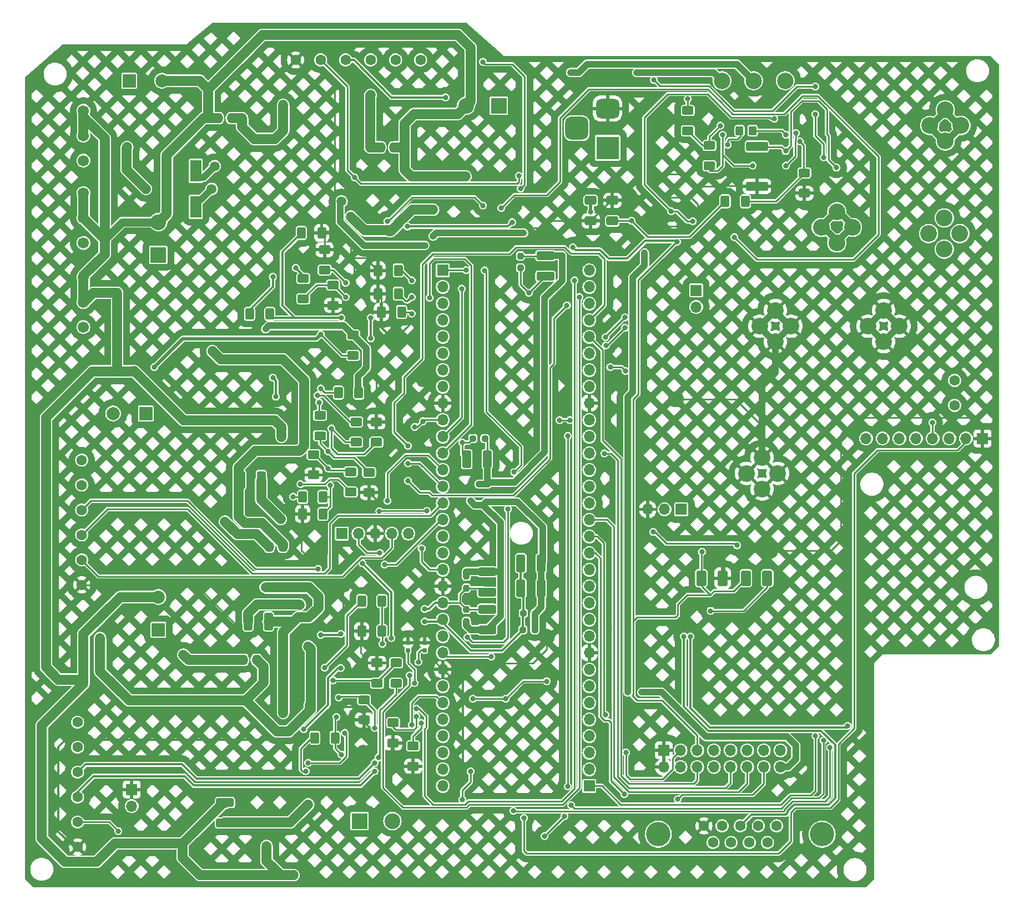
<source format=gbr>
%TF.GenerationSoftware,KiCad,Pcbnew,7.0.5*%
%TF.CreationDate,2023-08-28T12:49:26-05:00*%
%TF.ProjectId,Esquema_CBX_Rex,45737175-656d-4615-9f43-42585f526578,rev?*%
%TF.SameCoordinates,Original*%
%TF.FileFunction,Copper,L2,Bot*%
%TF.FilePolarity,Positive*%
%FSLAX46Y46*%
G04 Gerber Fmt 4.6, Leading zero omitted, Abs format (unit mm)*
G04 Created by KiCad (PCBNEW 7.0.5) date 2023-08-28 12:49:26*
%MOMM*%
%LPD*%
G01*
G04 APERTURE LIST*
G04 Aperture macros list*
%AMRoundRect*
0 Rectangle with rounded corners*
0 $1 Rounding radius*
0 $2 $3 $4 $5 $6 $7 $8 $9 X,Y pos of 4 corners*
0 Add a 4 corners polygon primitive as box body*
4,1,4,$2,$3,$4,$5,$6,$7,$8,$9,$2,$3,0*
0 Add four circle primitives for the rounded corners*
1,1,$1+$1,$2,$3*
1,1,$1+$1,$4,$5*
1,1,$1+$1,$6,$7*
1,1,$1+$1,$8,$9*
0 Add four rect primitives between the rounded corners*
20,1,$1+$1,$2,$3,$4,$5,0*
20,1,$1+$1,$4,$5,$6,$7,0*
20,1,$1+$1,$6,$7,$8,$9,0*
20,1,$1+$1,$8,$9,$2,$3,0*%
G04 Aperture macros list end*
%TA.AperFunction,ComponentPad*%
%ADD10C,1.600200*%
%TD*%
%TA.AperFunction,ComponentPad*%
%ADD11R,2.000000X2.000000*%
%TD*%
%TA.AperFunction,ComponentPad*%
%ADD12C,2.000000*%
%TD*%
%TA.AperFunction,ComponentPad*%
%ADD13R,2.400000X2.400000*%
%TD*%
%TA.AperFunction,ComponentPad*%
%ADD14C,2.400000*%
%TD*%
%TA.AperFunction,ComponentPad*%
%ADD15R,1.700000X1.700000*%
%TD*%
%TA.AperFunction,ComponentPad*%
%ADD16O,1.700000X1.700000*%
%TD*%
%TA.AperFunction,ComponentPad*%
%ADD17C,1.701800*%
%TD*%
%TA.AperFunction,ComponentPad*%
%ADD18C,2.550000*%
%TD*%
%TA.AperFunction,ComponentPad*%
%ADD19R,3.500000X3.500000*%
%TD*%
%TA.AperFunction,ComponentPad*%
%ADD20RoundRect,0.750000X-1.000000X0.750000X-1.000000X-0.750000X1.000000X-0.750000X1.000000X0.750000X0*%
%TD*%
%TA.AperFunction,ComponentPad*%
%ADD21RoundRect,0.875000X-0.875000X0.875000X-0.875000X-0.875000X0.875000X-0.875000X0.875000X0.875000X0*%
%TD*%
%TA.AperFunction,ComponentPad*%
%ADD22C,3.708400*%
%TD*%
%TA.AperFunction,ComponentPad*%
%ADD23C,2.500000*%
%TD*%
%TA.AperFunction,SMDPad,CuDef*%
%ADD24RoundRect,0.237500X0.250000X0.237500X-0.250000X0.237500X-0.250000X-0.237500X0.250000X-0.237500X0*%
%TD*%
%TA.AperFunction,SMDPad,CuDef*%
%ADD25RoundRect,0.250000X-0.412500X-1.100000X0.412500X-1.100000X0.412500X1.100000X-0.412500X1.100000X0*%
%TD*%
%TA.AperFunction,SMDPad,CuDef*%
%ADD26RoundRect,0.250000X0.625000X-0.400000X0.625000X0.400000X-0.625000X0.400000X-0.625000X-0.400000X0*%
%TD*%
%TA.AperFunction,SMDPad,CuDef*%
%ADD27RoundRect,0.250000X-1.100000X0.412500X-1.100000X-0.412500X1.100000X-0.412500X1.100000X0.412500X0*%
%TD*%
%TA.AperFunction,SMDPad,CuDef*%
%ADD28RoundRect,0.250000X0.400000X0.625000X-0.400000X0.625000X-0.400000X-0.625000X0.400000X-0.625000X0*%
%TD*%
%TA.AperFunction,SMDPad,CuDef*%
%ADD29RoundRect,0.250000X-0.625000X0.400000X-0.625000X-0.400000X0.625000X-0.400000X0.625000X0.400000X0*%
%TD*%
%TA.AperFunction,SMDPad,CuDef*%
%ADD30RoundRect,0.250000X-0.650000X0.412500X-0.650000X-0.412500X0.650000X-0.412500X0.650000X0.412500X0*%
%TD*%
%TA.AperFunction,SMDPad,CuDef*%
%ADD31RoundRect,0.250000X-0.400000X-0.625000X0.400000X-0.625000X0.400000X0.625000X-0.400000X0.625000X0*%
%TD*%
%TA.AperFunction,SMDPad,CuDef*%
%ADD32RoundRect,0.250000X1.100000X-0.412500X1.100000X0.412500X-1.100000X0.412500X-1.100000X-0.412500X0*%
%TD*%
%TA.AperFunction,SMDPad,CuDef*%
%ADD33RoundRect,0.160000X-0.160000X0.197500X-0.160000X-0.197500X0.160000X-0.197500X0.160000X0.197500X0*%
%TD*%
%TA.AperFunction,SMDPad,CuDef*%
%ADD34RoundRect,0.250001X-0.499999X-0.924999X0.499999X-0.924999X0.499999X0.924999X-0.499999X0.924999X0*%
%TD*%
%TA.AperFunction,SMDPad,CuDef*%
%ADD35R,1.700000X3.300000*%
%TD*%
%TA.AperFunction,SMDPad,CuDef*%
%ADD36RoundRect,0.250001X0.499999X0.924999X-0.499999X0.924999X-0.499999X-0.924999X0.499999X-0.924999X0*%
%TD*%
%TA.AperFunction,SMDPad,CuDef*%
%ADD37RoundRect,0.250000X-0.350000X-0.450000X0.350000X-0.450000X0.350000X0.450000X-0.350000X0.450000X0*%
%TD*%
%TA.AperFunction,SMDPad,CuDef*%
%ADD38RoundRect,0.249999X1.425001X-0.450001X1.425001X0.450001X-1.425001X0.450001X-1.425001X-0.450001X0*%
%TD*%
%TA.AperFunction,SMDPad,CuDef*%
%ADD39RoundRect,0.250000X0.337500X0.475000X-0.337500X0.475000X-0.337500X-0.475000X0.337500X-0.475000X0*%
%TD*%
%TA.AperFunction,SMDPad,CuDef*%
%ADD40RoundRect,0.237500X0.237500X-0.250000X0.237500X0.250000X-0.237500X0.250000X-0.237500X-0.250000X0*%
%TD*%
%TA.AperFunction,SMDPad,CuDef*%
%ADD41RoundRect,0.250000X0.650000X-0.412500X0.650000X0.412500X-0.650000X0.412500X-0.650000X-0.412500X0*%
%TD*%
%TA.AperFunction,SMDPad,CuDef*%
%ADD42RoundRect,0.237500X-0.237500X0.250000X-0.237500X-0.250000X0.237500X-0.250000X0.237500X0.250000X0*%
%TD*%
%TA.AperFunction,SMDPad,CuDef*%
%ADD43RoundRect,0.250000X-0.337500X-0.475000X0.337500X-0.475000X0.337500X0.475000X-0.337500X0.475000X0*%
%TD*%
%TA.AperFunction,ViaPad*%
%ADD44C,1.000000*%
%TD*%
%TA.AperFunction,ViaPad*%
%ADD45C,0.800000*%
%TD*%
%TA.AperFunction,ViaPad*%
%ADD46C,1.500000*%
%TD*%
%TA.AperFunction,Conductor*%
%ADD47C,1.000000*%
%TD*%
%TA.AperFunction,Conductor*%
%ADD48C,0.500000*%
%TD*%
%TA.AperFunction,Conductor*%
%ADD49C,0.350000*%
%TD*%
%TA.AperFunction,Conductor*%
%ADD50C,0.250000*%
%TD*%
%TA.AperFunction,Conductor*%
%ADD51C,1.500000*%
%TD*%
%TA.AperFunction,Conductor*%
%ADD52C,1.250000*%
%TD*%
G04 APERTURE END LIST*
D10*
%TO.P,J16,1,Pin_1*%
%TO.N,SALIDAB3*%
X67057000Y-93472000D03*
%TO.P,J16,2,Pin_2*%
%TO.N,SALIDAA3*%
X67057000Y-97282000D03*
%TO.P,J16,3,Pin_3*%
%TO.N,QEIB3*%
X67057000Y-101092000D03*
%TO.P,J16,4,Pin_4*%
%TO.N,QEIA3*%
X67057000Y-104902000D03*
%TO.P,J16,5,Pin_5*%
%TO.N,+3V3*%
X67057000Y-108712000D03*
%TO.P,J16,6,Pin_6*%
%TO.N,GNDREF*%
X67057000Y-112522000D03*
%TD*%
D11*
%TO.P,C14,1*%
%TO.N,/VCCM1*%
X74295000Y-35560000D03*
D12*
%TO.P,C14,2*%
%TO.N,GND1*%
X79295000Y-35560000D03*
%TD*%
D13*
%TO.P,C24,1*%
%TO.N,Net-(D1-K)*%
X130683000Y-39370000D03*
D14*
%TO.P,C24,2*%
%TO.N,GND1*%
X125683000Y-39370000D03*
%TD*%
D15*
%TO.P,J20,1,Pin_1*%
%TO.N,GNDREF*%
X74676000Y-143764000D03*
D16*
%TO.P,J20,2,Pin_2*%
%TO.N,GND1*%
X74676000Y-146304000D03*
%TD*%
D17*
%TO.P,J21,1,Pin_1*%
%TO.N,GND1*%
X67300000Y-65550000D03*
%TO.P,J21,2,Pin_2*%
X67300000Y-69360000D03*
%TO.P,J21,3,Pin_3*%
%TO.N,/VCCM2*%
X67300000Y-73170000D03*
%TD*%
D13*
%TO.P,C44,1*%
%TO.N,Net-(D5-K)*%
X78740000Y-62150000D03*
D14*
%TO.P,C44,2*%
%TO.N,GND1*%
X78740000Y-57150000D03*
%TD*%
D15*
%TO.P,J3,1,Pin_1*%
%TO.N,TX USB*%
X158500000Y-101000000D03*
D16*
%TO.P,J3,2,Pin_2*%
%TO.N,RX USB*%
X155960000Y-101000000D03*
%TO.P,J3,3,Pin_3*%
%TO.N,GNDREF*%
X153420000Y-101000000D03*
%TD*%
D18*
%TO.P,J8,1,1*%
%TO.N,FST_178577*%
X201168000Y-42385000D03*
%TO.P,J8,2,2*%
X196408000Y-42385000D03*
%TO.P,J8,3,3*%
X198788000Y-44765000D03*
%TO.P,J8,4,4*%
X198788000Y-40005000D03*
%TD*%
D15*
%TO.P,J1,33,Pin_1*%
%TO.N,SLP1*%
X144478377Y-143236327D03*
D16*
%TO.P,J1,34,Pin_2*%
%TO.N,/VBUS 5V*%
X144478377Y-140696327D03*
%TO.P,J1,35,Pin_3*%
%TO.N,/VBUS 3V3*%
X144478377Y-138156327D03*
%TO.P,J1,36,Pin_4*%
%TO.N,/Pin 36*%
X144478377Y-135616327D03*
%TO.P,J1,37,Pin_5*%
%TO.N,/Pin 37*%
X144478377Y-133076327D03*
%TO.P,J1,38,Pin_6*%
%TO.N,+3V3*%
X144478377Y-130536327D03*
%TO.P,J1,39,Pin_7*%
%TO.N,/OSCI*%
X144478377Y-127996327D03*
%TO.P,J1,40,Pin_8*%
%TO.N,/OSCO*%
X144478377Y-125456327D03*
%TO.P,J1,41,Pin_10*%
%TO.N,GNDREF*%
X144478377Y-122916327D03*
%TO.P,J1,42,Pin_10*%
%TO.N,RX USB*%
X144478377Y-120376327D03*
%TO.P,J1,43,Pin_11*%
%TO.N,TX1*%
X144478377Y-117836327D03*
%TO.P,J1,44,Pin_12*%
%TO.N,TX USB*%
X144478377Y-115296327D03*
%TO.P,J1,45,Pin_13*%
%TO.N,RX1*%
X144478377Y-112756327D03*
%TO.P,J1,46,Pin_14*%
%TO.N,SCK*%
X144478377Y-110216327D03*
%TO.P,J1,47,Pin_15*%
%TO.N,/Pin 47*%
X144478377Y-107676327D03*
%TO.P,J1,48,Pin_16*%
%TO.N,/Pin 48*%
X144478377Y-105136327D03*
%TO.P,J1,49,Pin_17*%
%TO.N,/Pin 49*%
X144478377Y-102596327D03*
%TO.P,J1,50,Pin_18*%
%TO.N,CS*%
X144478377Y-100056327D03*
%TO.P,J1,51,Pin_19*%
%TO.N,QEIB1*%
X144478377Y-97516327D03*
%TO.P,J1,52,Pin_20*%
%TO.N,QEIA1*%
X144478377Y-94976327D03*
%TO.P,J1,53,Pin_21*%
%TO.N,/Pin 53*%
X144478377Y-92436327D03*
%TO.P,J1,54,Pin_22*%
%TO.N,PWMaux*%
X144478377Y-89896327D03*
%TO.P,J1,55,Pin_23*%
%TO.N,/Pin 55*%
X144478377Y-87356327D03*
%TO.P,J1,56,Pin_24*%
%TO.N,GNDREF*%
X144478377Y-84816327D03*
%TO.P,J1,57,Pin_25*%
%TO.N,+3V3*%
X144478377Y-82276327D03*
%TO.P,J1,58,Pin_26*%
%TO.N,CAN_Lo*%
X144478377Y-79736327D03*
%TO.P,J1,59,Pin_27*%
%TO.N,CAN_Hi*%
X144478377Y-77196327D03*
%TO.P,J1,60,Pin_28*%
%TO.N,/Pin 60*%
X144478377Y-74656327D03*
%TO.P,J1,61,Pin_29*%
%TO.N,MuPWML3*%
X144478377Y-72116327D03*
%TO.P,J1,62,Pin_30*%
%TO.N,MuPWMH3*%
X144478377Y-69576327D03*
%TO.P,J1,63,Pin_31*%
%TO.N,MuPWML2*%
X144478377Y-67036327D03*
%TO.P,J1,64,Pin_32*%
%TO.N,MuPWMH2*%
X144478377Y-64496327D03*
%TD*%
D18*
%TO.P,J9,1,1*%
%TO.N,GNDREF*%
X175260000Y-73025000D03*
%TO.P,J9,2,2*%
X170500000Y-73025000D03*
%TO.P,J9,3,3*%
X172880000Y-75405000D03*
%TO.P,J9,4,4*%
X172880000Y-70645000D03*
%TD*%
%TO.P,J11,1,1*%
%TO.N,GNDREF*%
X173228000Y-95504000D03*
%TO.P,J11,2,2*%
X168468000Y-95504000D03*
%TO.P,J11,3,3*%
X170848000Y-97884000D03*
%TO.P,J11,4,4*%
X170848000Y-93124000D03*
%TD*%
D19*
%TO.P,J5,1*%
%TO.N,Net-(J5-Pad1)*%
X147257500Y-45800000D03*
D20*
%TO.P,J5,2*%
%TO.N,GNDREF*%
X147257500Y-39800000D03*
D21*
%TO.P,J5,3*%
%TO.N,N/C*%
X142557500Y-42800000D03*
%TD*%
D10*
%TO.P,J4,1,1*%
%TO.N,unconnected-(J4-Pad1)*%
X173045000Y-149330000D03*
%TO.P,J4,2,2*%
%TO.N,Net-(U6-T1OUT)*%
X170275001Y-149330000D03*
%TO.P,J4,3,3*%
%TO.N,Net-(U6-R1IN)*%
X167505001Y-149330000D03*
%TO.P,J4,4,4*%
%TO.N,unconnected-(J4-Pad4)*%
X164735002Y-149330000D03*
%TO.P,J4,5,5*%
%TO.N,GNDREF*%
X161965002Y-149330000D03*
%TO.P,J4,6,6*%
%TO.N,unconnected-(J4-Pad6)*%
X171660002Y-151870000D03*
%TO.P,J4,7,7*%
%TO.N,unconnected-(J4-Pad7)*%
X168890002Y-151870000D03*
%TO.P,J4,8,8*%
%TO.N,unconnected-(J4-Pad8)*%
X166120000Y-151870000D03*
%TO.P,J4,9,9*%
%TO.N,unconnected-(J4-Pad9)*%
X163350000Y-151870000D03*
D22*
%TO.P,J4,10*%
%TO.N,N/C*%
X155010002Y-150600000D03*
%TO.P,J4,11*%
X180000000Y-150600000D03*
%TD*%
D15*
%TO.P,J12,1,Pin_1*%
%TO.N,CAN_Hi*%
X160782000Y-67559000D03*
D16*
%TO.P,J12,2,Pin_2*%
%TO.N,CAN_Lo*%
X160782000Y-70099000D03*
%TD*%
D15*
%TO.P,J19,1,Pin_1*%
%TO.N,PGC1*%
X106725000Y-104700000D03*
D16*
%TO.P,J19,2,Pin_2*%
%TO.N,PGD1*%
X109265000Y-104700000D03*
%TO.P,J19,3,Pin_3*%
%TO.N,GNDREF*%
X111805000Y-104700000D03*
%TO.P,J19,4,Pin_4*%
%TO.N,+3V3*%
X114345000Y-104700000D03*
%TO.P,J19,5,Pin_5*%
%TO.N,MCRL PICKIT*%
X116885000Y-104700000D03*
%TD*%
D13*
%TO.P,C34,1*%
%TO.N,Net-(D3-K)*%
X109444785Y-148590000D03*
D14*
%TO.P,C34,2*%
%TO.N,GND1*%
X114444785Y-148590000D03*
%TD*%
D18*
%TO.P,J10,1,1*%
%TO.N,FST_177469*%
X179865000Y-57945000D03*
%TO.P,J10,2,2*%
X184625000Y-57945000D03*
%TO.P,J10,3,3*%
X182245000Y-55565000D03*
%TO.P,J10,4,4*%
X182245000Y-60325000D03*
%TD*%
D17*
%TO.P,J22,1,Pin_1*%
%TO.N,GND1*%
X67310000Y-52705000D03*
%TO.P,J22,2,Pin_2*%
X67310000Y-56515000D03*
%TO.P,J22,3,Pin_3*%
%TO.N,/VCCM3*%
X67310000Y-60325000D03*
%TD*%
D23*
%TO.P,SW2,1*%
%TO.N,+12V*%
X164719000Y-35560000D03*
%TO.P,SW2,2*%
%TO.N,Net-(J5-Pad1)*%
X169545000Y-35560000D03*
%TO.P,SW2,3*%
%TO.N,unconnected-(SW2-Pad3)*%
X174371000Y-35560000D03*
%TD*%
D10*
%TO.P,J17,1,Pin_1*%
%TO.N,T+ (SEN 137115)*%
X200208700Y-81323798D03*
%TO.P,J17,2,Pin_2*%
%TO.N,T- (SEN 137115)*%
X200208700Y-85133798D03*
%TD*%
D15*
%TO.P,J31,1,Pin_1*%
%TO.N,GNDREF*%
X204470000Y-90170000D03*
D16*
%TO.P,J31,2,Pin_2*%
%TO.N,DIRaux*%
X201930000Y-90170000D03*
%TO.P,J31,3,Pin_3*%
%TO.N,PWMaux*%
X199390000Y-90170000D03*
%TO.P,J31,4,Pin_4*%
%TO.N,SLP1*%
X196850000Y-90170000D03*
%TO.P,J31,5,Pin_5*%
%TO.N,FLT1*%
X194310000Y-90170000D03*
%TO.P,J31,6,Pin_6*%
%TO.N,CS1*%
X191770000Y-90170000D03*
%TO.P,J31,7,Pin_7*%
%TO.N,/3V31*%
X189230000Y-90170000D03*
%TO.P,J31,8,Pin_8*%
%TO.N,/VM1*%
X186690000Y-90170000D03*
%TD*%
D15*
%TO.P,J18,1,Pin_1*%
%TO.N,GNDREF*%
X155860000Y-137800000D03*
D16*
%TO.P,J18,2,Pin_2*%
X155860000Y-140340000D03*
%TO.P,J18,3,Pin_3*%
%TO.N,/VBUS 3V3*%
X158400000Y-137800000D03*
%TO.P,J18,4,Pin_4*%
%TO.N,+3V3*%
X158400000Y-140340000D03*
%TO.P,J18,5,Pin_5*%
%TO.N,+5V*%
X160940000Y-137800000D03*
%TO.P,J18,6,Pin_6*%
%TO.N,/Pin 60*%
X160940000Y-140340000D03*
%TO.P,J18,7,Pin_7*%
%TO.N,/Pin 1*%
X163480000Y-137800000D03*
%TO.P,J18,8,Pin_8*%
%TO.N,/Pin 47*%
X163480000Y-140340000D03*
%TO.P,J18,9,Pin_9*%
%TO.N,/VBUS 5V*%
X166020000Y-137800000D03*
%TO.P,J18,10,Pin_10*%
%TO.N,/Pin 53*%
X166020000Y-140340000D03*
%TO.P,J18,11,Pin_11*%
%TO.N,/Pin 36*%
X168560000Y-137800000D03*
%TO.P,J18,12,Pin_12*%
%TO.N,/Pin 49*%
X168560000Y-140340000D03*
%TO.P,J18,13,Pin_13*%
%TO.N,/Pin 37*%
X171100000Y-137800000D03*
%TO.P,J18,14,Pin_14*%
%TO.N,/Pin 55*%
X171100000Y-140340000D03*
%TO.P,J18,15,Pin_15*%
%TO.N,/Pin 48*%
X173640000Y-137800000D03*
%TO.P,J18,16,Pin_16*%
%TO.N,+12V*%
X173640000Y-140340000D03*
%TD*%
D18*
%TO.P,J7,1,1*%
%TO.N,GNDREF*%
X189390000Y-75405000D03*
%TO.P,J7,2,2*%
X189390000Y-70645000D03*
%TO.P,J7,3,3*%
X187010000Y-73025000D03*
%TO.P,J7,4,4*%
X191770000Y-73025000D03*
%TD*%
D10*
%TO.P,J15,1,Pin_1*%
%TO.N,SALIDAB2*%
X66422000Y-133512000D03*
%TO.P,J15,2,Pin_2*%
%TO.N,SALIDAA2*%
X66422000Y-137322000D03*
%TO.P,J15,3,Pin_3*%
%TO.N,QEIA2*%
X66422000Y-141132000D03*
%TO.P,J15,4,Pin_4*%
%TO.N,QEIB2*%
X66422000Y-144942000D03*
%TO.P,J15,5,Pin_5*%
%TO.N,+3V3*%
X66422000Y-148752000D03*
%TO.P,J15,6,Pin_6*%
%TO.N,GNDREF*%
X66422000Y-152562000D03*
%TD*%
D11*
%TO.P,C29,1*%
%TO.N,/VCCM2*%
X78740000Y-119380000D03*
D12*
%TO.P,C29,2*%
%TO.N,GND1*%
X78740000Y-114380000D03*
%TD*%
D17*
%TO.P,J13,1,Pin_1*%
%TO.N,GND1*%
X67310000Y-40132000D03*
%TO.P,J13,2,Pin_2*%
X67310000Y-43942000D03*
%TO.P,J13,3,Pin_3*%
%TO.N,/VCCM1*%
X67310000Y-47752000D03*
%TD*%
D11*
%TO.P,C39,1*%
%TO.N,/VCCM3*%
X76835000Y-86360000D03*
D12*
%TO.P,C39,2*%
%TO.N,GND1*%
X71835000Y-86360000D03*
%TD*%
D18*
%TO.P,J6,1,1*%
%TO.N,FST_539757*%
X201008000Y-58895000D03*
%TO.P,J6,2,2*%
X196248000Y-58895000D03*
%TO.P,J6,3,3*%
X198628000Y-61275000D03*
%TO.P,J6,4,4*%
X198628000Y-56515000D03*
%TD*%
D10*
%TO.P,J14,1,Pin_1*%
%TO.N,SALIDAB1*%
X118745000Y-32385000D03*
%TO.P,J14,2,Pin_2*%
%TO.N,SALIDAA1*%
X114935000Y-32385000D03*
%TO.P,J14,3,Pin_3*%
%TO.N,QEIA1*%
X111125000Y-32385000D03*
%TO.P,J14,4,Pin_4*%
%TO.N,QEIB1*%
X107315000Y-32385000D03*
%TO.P,J14,5,Pin_5*%
%TO.N,+3V3*%
X103505000Y-32385000D03*
%TO.P,J14,6,Pin_6*%
%TO.N,GNDREF*%
X99695000Y-32385000D03*
%TD*%
D15*
%TO.P,J2,1,Pin_1*%
%TO.N,/Pin 1*%
X122126377Y-64491327D03*
D16*
%TO.P,J2,2,Pin_2*%
%TO.N,MuPWMH1*%
X122126377Y-67031327D03*
%TO.P,J2,3,Pin_3*%
%TO.N,MuPWML1*%
X122126377Y-69571327D03*
%TO.P,J2,4,Pin_4*%
%TO.N,AN17*%
X122126377Y-72111327D03*
%TO.P,J2,5,Pin_5*%
%TO.N,AN18*%
X122126377Y-74651327D03*
%TO.P,J2,6,Pin_6*%
%TO.N,AN19*%
X122126377Y-77191327D03*
%TO.P,J2,7,Pin_7*%
%TO.N,MCRL PICKIT*%
X122126377Y-79731327D03*
%TO.P,J2,8,Pin_8*%
%TO.N,ISH1*%
X122126377Y-82271327D03*
%TO.P,J2,9,Pin_9*%
%TO.N,GNDREF*%
X122126377Y-84811327D03*
%TO.P,J2,10,Pin_10*%
%TO.N,+3V3*%
X122126377Y-87351327D03*
%TO.P,J2,11,Pin_11*%
%TO.N,MuEnableB1*%
X122126377Y-89891327D03*
%TO.P,J2,12,Pin_12*%
%TO.N,MuEnableA1*%
X122126377Y-92431327D03*
%TO.P,J2,13,Pin_13*%
%TO.N,MuEnableA3*%
X122126377Y-94971327D03*
%TO.P,J2,14,Pin_14*%
%TO.N,MuEnableB3*%
X122126377Y-97511327D03*
%TO.P,J2,15,Pin_15*%
%TO.N,QEIA3*%
X122126377Y-100051327D03*
%TO.P,J2,16,Pin_16*%
%TO.N,QEIB3*%
X122126377Y-102591327D03*
%TO.P,J2,17,Pin_17*%
%TO.N,PGC1*%
X122126377Y-105131327D03*
%TO.P,J2,18,Pin_18*%
%TO.N,PGD1*%
X122126377Y-107671327D03*
%TO.P,J2,19,Pin_19*%
%TO.N,+3V3*%
X122126377Y-110211327D03*
%TO.P,J2,20,Pin_20*%
%TO.N,GNDREF*%
X122126377Y-112751327D03*
%TO.P,J2,21,Pin_21*%
%TO.N,ISH2*%
X122126377Y-115291327D03*
%TO.P,J2,22,Pin_22*%
%TO.N,ISH3*%
X122126377Y-117831327D03*
%TO.P,J2,23,Pin_23*%
%TO.N,DIRaux*%
X122126377Y-120371327D03*
%TO.P,J2,24,Pin_24*%
%TO.N,CS1*%
X122126377Y-122911327D03*
%TO.P,J2,25,Pin_25*%
%TO.N,GNDREF*%
X122126377Y-125451327D03*
%TO.P,J2,26,Pin_26*%
%TO.N,+3V3*%
X122126377Y-127991327D03*
%TO.P,J2,27,Pin_27*%
%TO.N,MuEnableA2*%
X122126377Y-130531327D03*
%TO.P,J2,28,Pin_28*%
%TO.N,MuEnableB2*%
X122126377Y-133071327D03*
%TO.P,J2,29,Pin_29*%
%TO.N,QEIA2*%
X122126377Y-135611327D03*
%TO.P,J2,30,Pin_30*%
%TO.N,QEIB2*%
X122126377Y-138151327D03*
%TO.P,J2,31,Pin_31*%
%TO.N,FLT1*%
X122126377Y-140691327D03*
%TO.P,J2,32,Pin_32*%
%TO.N,SO*%
X122126377Y-143231327D03*
%TD*%
D24*
%TO.P,R78,1*%
%TO.N,GND1*%
X128547500Y-90170000D03*
%TO.P,R78,2*%
%TO.N,ISH1*%
X126722500Y-90170000D03*
%TD*%
D25*
%TO.P,C38,1*%
%TO.N,Net-(Q5-SR)*%
X92417500Y-118110000D03*
%TO.P,C38,2*%
%TO.N,GND1*%
X95542500Y-118110000D03*
%TD*%
D24*
%TO.P,R83,1*%
%TO.N,GND1*%
X136247500Y-116840000D03*
%TO.P,R83,2*%
%TO.N,ISH3*%
X134422500Y-116840000D03*
%TD*%
%TO.P,R82,1*%
%TO.N,GND1*%
X136167500Y-119380000D03*
%TO.P,R82,2*%
%TO.N,ISH3*%
X134342500Y-119380000D03*
%TD*%
D26*
%TO.P,R68,1*%
%TO.N,EnableB3*%
X112000000Y-90750000D03*
%TO.P,R68,2*%
%TO.N,GNDREF*%
X112000000Y-87650000D03*
%TD*%
D27*
%TO.P,C52,1*%
%TO.N,ISH2*%
X128905000Y-116255000D03*
%TO.P,C52,2*%
%TO.N,GND1*%
X128905000Y-119380000D03*
%TD*%
D26*
%TO.P,R45,1*%
%TO.N,GNDREF*%
X114554000Y-136678000D03*
%TO.P,R45,2*%
%TO.N,Net-(R45-Pad2)*%
X114554000Y-133578000D03*
%TD*%
D28*
%TO.P,R58,1*%
%TO.N,EnableB2*%
X112850000Y-115000000D03*
%TO.P,R58,2*%
%TO.N,Net-(Q5-INH)*%
X109750000Y-115000000D03*
%TD*%
D29*
%TO.P,R55,1*%
%TO.N,PWML2*%
X115000000Y-124450000D03*
%TO.P,R55,2*%
%TO.N,Net-(Q5-IN)*%
X115000000Y-127550000D03*
%TD*%
D30*
%TO.P,C55,1*%
%TO.N,+12V*%
X144700000Y-53837500D03*
%TO.P,C55,2*%
%TO.N,GNDREF*%
X144700000Y-56962500D03*
%TD*%
D31*
%TO.P,R44,1*%
%TO.N,PWMH1*%
X100550000Y-58800000D03*
%TO.P,R44,2*%
%TO.N,GNDREF*%
X103650000Y-58800000D03*
%TD*%
%TO.P,R63,1*%
%TO.N,Net-(Q6-IN)*%
X100750000Y-99100000D03*
%TO.P,R63,2*%
%TO.N,PWMH3*%
X103850000Y-99100000D03*
%TD*%
D32*
%TO.P,C51,1*%
%TO.N,ISH2*%
X128905000Y-113665000D03*
%TO.P,C51,2*%
%TO.N,GND1*%
X128905000Y-110540000D03*
%TD*%
D33*
%TO.P,R49,1*%
%TO.N,GNDREF*%
X116840000Y-121322500D03*
%TO.P,R49,2*%
%TO.N,Net-(R49-Pad2)*%
X116840000Y-122517500D03*
%TD*%
D31*
%TO.P,R28,1*%
%TO.N,GNDREF*%
X112750000Y-70866000D03*
%TO.P,R28,2*%
%TO.N,Net-(R28-Pad2)*%
X115850000Y-70866000D03*
%TD*%
D26*
%TO.P,R67,1*%
%TO.N,Net-(D5-A)*%
X108458000Y-77496000D03*
%TO.P,R67,2*%
%TO.N,GND1*%
X108458000Y-74396000D03*
%TD*%
D25*
%TO.P,C54,1*%
%TO.N,ISH3*%
X134035000Y-113030000D03*
%TO.P,C54,2*%
%TO.N,GND1*%
X137160000Y-113030000D03*
%TD*%
D26*
%TO.P,R62,1*%
%TO.N,Net-(Q6-INH)*%
X108100000Y-98350000D03*
%TO.P,R62,2*%
%TO.N,EnableA3*%
X108100000Y-95250000D03*
%TD*%
D29*
%TO.P,R57,1*%
%TO.N,EnableA2*%
X110100000Y-130050000D03*
%TO.P,R57,2*%
%TO.N,GNDREF*%
X110100000Y-133150000D03*
%TD*%
D34*
%TO.P,C6,1*%
%TO.N,+5V*%
X161570000Y-111506000D03*
%TO.P,C6,2*%
%TO.N,GNDREF*%
X164820000Y-111506000D03*
%TD*%
D31*
%TO.P,R29,1*%
%TO.N,GNDREF*%
X112242000Y-68072000D03*
%TO.P,R29,2*%
%TO.N,Net-(R29-Pad2)*%
X115342000Y-68072000D03*
%TD*%
D25*
%TO.P,C53,1*%
%TO.N,ISH3*%
X134035000Y-109220000D03*
%TO.P,C53,2*%
%TO.N,GND1*%
X137160000Y-109220000D03*
%TD*%
D35*
%TO.P,D1,1,K*%
%TO.N,Net-(D1-K)*%
X84455000Y-49320000D03*
%TO.P,D1,2,A*%
%TO.N,Net-(D1-A)*%
X84455000Y-54820000D03*
%TD*%
D26*
%TO.P,R73,1*%
%TO.N,EnableB3*%
X108900000Y-90750000D03*
%TO.P,R73,2*%
%TO.N,Net-(Q7-INH)*%
X108900000Y-87650000D03*
%TD*%
D28*
%TO.P,R13,1*%
%TO.N,Net-(U4A-+)*%
X168301000Y-53975000D03*
%TO.P,R13,2*%
%TO.N,+3V3*%
X165201000Y-53975000D03*
%TD*%
D36*
%TO.P,C10,1*%
%TO.N,Net-(U6-VS+)*%
X171625000Y-111500000D03*
%TO.P,C10,2*%
%TO.N,+5V*%
X168375000Y-111500000D03*
%TD*%
D29*
%TO.P,R42,1*%
%TO.N,EnableA1*%
X105400000Y-66750000D03*
%TO.P,R42,2*%
%TO.N,GNDREF*%
X105400000Y-69850000D03*
%TD*%
D26*
%TO.P,R70,1*%
%TO.N,PWML3*%
X103400000Y-89750000D03*
%TO.P,R70,2*%
%TO.N,Net-(Q7-IN)*%
X103400000Y-86650000D03*
%TD*%
D29*
%TO.P,R72,1*%
%TO.N,EnableA3*%
X102400000Y-92650000D03*
%TO.P,R72,2*%
%TO.N,GNDREF*%
X102400000Y-95750000D03*
%TD*%
D25*
%TO.P,C50,1*%
%TO.N,ISH1*%
X125780000Y-93345000D03*
%TO.P,C50,2*%
%TO.N,GND1*%
X128905000Y-93345000D03*
%TD*%
D32*
%TO.P,C30,1*%
%TO.N,Net-(Q4-SR)*%
X88900000Y-148882500D03*
%TO.P,C30,2*%
%TO.N,GND1*%
X88900000Y-145757500D03*
%TD*%
D37*
%TO.P,R10,1*%
%TO.N,Net-(U2A-+)*%
X167402000Y-43180000D03*
%TO.P,R10,2*%
%TO.N,Net-(U2B--)*%
X169402000Y-43180000D03*
%TD*%
D29*
%TO.P,R69,1*%
%TO.N,PWML3*%
X110871000Y-95351000D03*
%TO.P,R69,2*%
%TO.N,GNDREF*%
X110871000Y-98451000D03*
%TD*%
D38*
%TO.P,R12,1*%
%TO.N,GNDREF*%
X170053000Y-51691000D03*
%TO.P,R12,2*%
%TO.N,FST_177469*%
X170053000Y-45591000D03*
%TD*%
D26*
%TO.P,R54,1*%
%TO.N,PWML2*%
X112100000Y-127550000D03*
%TO.P,R54,2*%
%TO.N,GNDREF*%
X112100000Y-124450000D03*
%TD*%
D39*
%TO.P,C23,1*%
%TO.N,SALIDAA1*%
X89937500Y-41275000D03*
%TO.P,C23,2*%
%TO.N,GND1*%
X87862500Y-41275000D03*
%TD*%
D40*
%TO.P,R81,1*%
%TO.N,GND1*%
X125730000Y-118110000D03*
%TO.P,R81,2*%
%TO.N,ISH2*%
X125730000Y-116285000D03*
%TD*%
D26*
%TO.P,R46,1*%
%TO.N,GNDREF*%
X117602000Y-140234000D03*
%TO.P,R46,2*%
%TO.N,Net-(R46-Pad2)*%
X117602000Y-137134000D03*
%TD*%
%TO.P,R39,1*%
%TO.N,PWML1*%
X104100000Y-64450000D03*
%TO.P,R39,2*%
%TO.N,GNDREF*%
X104100000Y-61350000D03*
%TD*%
D29*
%TO.P,R7,1*%
%TO.N,Net-(R1-Pad2)*%
X162814000Y-45440000D03*
%TO.P,R7,2*%
%TO.N,Net-(U2A--)*%
X162814000Y-48540000D03*
%TD*%
D39*
%TO.P,C35,1*%
%TO.N,Net-(D3-K)*%
X93747500Y-123970000D03*
%TO.P,C35,2*%
%TO.N,SALIDAB2*%
X91672500Y-123970000D03*
%TD*%
D41*
%TO.P,C1,1*%
%TO.N,+3V3*%
X148000000Y-56962500D03*
%TO.P,C1,2*%
%TO.N,GNDREF*%
X148000000Y-53837500D03*
%TD*%
D31*
%TO.P,R31,1*%
%TO.N,Net-(Q2-IN)*%
X92650000Y-71150000D03*
%TO.P,R31,2*%
%TO.N,PWMH1*%
X95750000Y-71150000D03*
%TD*%
D39*
%TO.P,C42,1*%
%TO.N,Net-(D5-K)*%
X97737500Y-106700000D03*
%TO.P,C42,2*%
%TO.N,SALIDAA3*%
X95662500Y-106700000D03*
%TD*%
D42*
%TO.P,R80,1*%
%TO.N,GND1*%
X125730000Y-111205000D03*
%TO.P,R80,2*%
%TO.N,ISH2*%
X125730000Y-113030000D03*
%TD*%
D28*
%TO.P,R53,1*%
%TO.N,EnableB2*%
X112850000Y-119600000D03*
%TO.P,R53,2*%
%TO.N,GNDREF*%
X109750000Y-119600000D03*
%TD*%
D33*
%TO.P,R51,1*%
%TO.N,GNDREF*%
X119380000Y-121322500D03*
%TO.P,R51,2*%
%TO.N,Net-(R51-Pad2)*%
X119380000Y-122517500D03*
%TD*%
D31*
%TO.P,R32,1*%
%TO.N,GNDREF*%
X112242000Y-64516000D03*
%TO.P,R32,2*%
%TO.N,Net-(R32-Pad2)*%
X115342000Y-64516000D03*
%TD*%
D25*
%TO.P,C41,1*%
%TO.N,Net-(D5-K)*%
X91313000Y-96520000D03*
%TO.P,C41,2*%
%TO.N,GND1*%
X94438000Y-96520000D03*
%TD*%
D29*
%TO.P,R30,1*%
%TO.N,Net-(Q2-INH)*%
X100850000Y-65750000D03*
%TO.P,R30,2*%
%TO.N,EnableA1*%
X100850000Y-68850000D03*
%TD*%
D31*
%TO.P,R48,1*%
%TO.N,Net-(Q4-IN)*%
X102590000Y-135890000D03*
%TO.P,R48,2*%
%TO.N,PWMH2*%
X105690000Y-135890000D03*
%TD*%
%TO.P,R71,1*%
%TO.N,Net-(Q7-SR)*%
X106207500Y-83185000D03*
%TO.P,R71,2*%
%TO.N,GND1*%
X109307500Y-83185000D03*
%TD*%
D26*
%TO.P,R14,1*%
%TO.N,GNDREF*%
X177292000Y-52731000D03*
%TO.P,R14,2*%
%TO.N,Net-(U4A-+)*%
X177292000Y-49631000D03*
%TD*%
D28*
%TO.P,R74,1*%
%TO.N,PWMH3*%
X103850000Y-101700000D03*
%TO.P,R74,2*%
%TO.N,GNDREF*%
X100750000Y-101700000D03*
%TD*%
D29*
%TO.P,R1,1*%
%TO.N,AN17*%
X159512000Y-40106000D03*
%TO.P,R1,2*%
%TO.N,Net-(R1-Pad2)*%
X159512000Y-43206000D03*
%TD*%
D43*
%TO.P,C26,1*%
%TO.N,SALIDAB1*%
X112627500Y-45720000D03*
%TO.P,C26,2*%
%TO.N,GND1*%
X114702500Y-45720000D03*
%TD*%
D32*
%TO.P,C49,1*%
%TO.N,ISH1*%
X137795000Y-65405000D03*
%TO.P,C49,2*%
%TO.N,GND1*%
X137795000Y-62280000D03*
%TD*%
D42*
%TO.P,R79,1*%
%TO.N,GND1*%
X133985000Y-62310000D03*
%TO.P,R79,2*%
%TO.N,ISH1*%
X133985000Y-64135000D03*
%TD*%
D44*
%TO.N,+12V*%
X150379510Y-128916510D03*
D45*
X144700000Y-55600000D03*
D44*
X151700000Y-34300000D03*
X152500000Y-128905000D03*
X152908000Y-61849000D03*
D45*
%TO.N,+5V*%
X157869000Y-60123500D03*
X156980250Y-55500000D03*
X142000000Y-61000000D03*
X172720000Y-41364500D03*
X160269701Y-57018701D03*
X161654503Y-107500000D03*
D46*
%TO.N,SALIDAA1*%
X97790000Y-39265960D03*
X97155000Y-43815000D03*
%TO.N,SALIDAB1*%
X111125000Y-37719000D03*
%TO.N,Net-(D1-K)*%
X106674500Y-54000000D03*
X87340000Y-48605000D03*
D44*
X119400000Y-60700000D03*
D45*
%TO.N,AN17*%
X159512000Y-38316500D03*
%TO.N,AN18*%
X131064000Y-55000000D03*
X166624000Y-59436000D03*
%TO.N,AN19*%
X180250500Y-47244000D03*
X154305000Y-35433000D03*
X178943000Y-40677500D03*
X178943000Y-36449000D03*
%TO.N,Net-(Q3-SR)*%
X128270000Y-54610000D03*
X113665000Y-57023000D03*
%TO.N,CAN_Lo*%
X149900000Y-73300000D03*
X147000000Y-76000000D03*
%TO.N,CAN_Hi*%
X146975500Y-74700000D03*
X149900000Y-71700000D03*
%TO.N,QEIA1*%
X128270000Y-32676500D03*
X134000000Y-52000000D03*
%TO.N,QEIB1*%
X122555000Y-38100000D03*
%TO.N,/Pin 53*%
X146774500Y-92456000D03*
%TO.N,/Pin 55*%
X157988000Y-145275500D03*
X139954000Y-87376000D03*
X132080000Y-100965000D03*
X125902380Y-120554440D03*
X141515500Y-87376000D03*
%TO.N,MuEnableB3*%
X116840000Y-93980000D03*
%TO.N,MuEnableA3*%
X113665000Y-99695000D03*
%TO.N,MuPWMH3*%
X141059500Y-69850000D03*
X116840000Y-96647000D03*
%TO.N,PWMH2*%
X106680000Y-138430000D03*
X105918000Y-132715000D03*
%TO.N,PWML2*%
X105410000Y-127089500D03*
%TO.N,MuEnableB1*%
X125005500Y-67310000D03*
%TO.N,MuEnableA1*%
X120113067Y-68678067D03*
%TO.N,/Pin 1*%
X133027299Y-95327299D03*
X125692500Y-64491327D03*
X128524000Y-64516000D03*
%TO.N,ISH1*%
X116737956Y-57817943D03*
X125095000Y-90805000D03*
X111125000Y-74910500D03*
X135255000Y-67945000D03*
X132715000Y-57150000D03*
X111125000Y-71755000D03*
%TO.N,EnableA2*%
X111760011Y-134366000D03*
X106269000Y-129732153D03*
%TO.N,QEIA2*%
X111760000Y-139700000D03*
%TO.N,QEIB2*%
X111760000Y-140970000D03*
%TO.N,/Pin 47*%
X149826519Y-144503230D03*
%TO.N,TX1*%
X167000000Y-106500000D03*
X154220201Y-104456500D03*
%TO.N,ISH2*%
X106553000Y-125222000D03*
X119380000Y-116205000D03*
X100907715Y-134596450D03*
X103520464Y-120157464D03*
X106553000Y-120015000D03*
%TO.N,FST_177469*%
X182181500Y-48831500D03*
X174434500Y-46291500D03*
%TO.N,SALIDAB3*%
X96200000Y-80900000D03*
X96674500Y-83800000D03*
D46*
%TO.N,SALIDAA3*%
X88900000Y-102870000D03*
D45*
%TO.N,QEIB3*%
X113250000Y-109450000D03*
X103124000Y-110075500D03*
D46*
%TO.N,SALIDAB2*%
X82550000Y-123190000D03*
D44*
%TO.N,Net-(Q4-SR)*%
X101600000Y-146050000D03*
D46*
%TO.N,Net-(D3-K)*%
X101600000Y-121920000D03*
X69850000Y-120650000D03*
X101981000Y-130429000D03*
D45*
%TO.N,PWMaux*%
X141200000Y-89800000D03*
X180200000Y-136300000D03*
X141200000Y-143300000D03*
X141732000Y-146177000D03*
D46*
%TO.N,Net-(Q5-SR)*%
X100330000Y-115570000D03*
D45*
%TO.N,ISH3*%
X114300000Y-120650000D03*
X109855000Y-109220000D03*
X119380000Y-118110000D03*
%TO.N,Net-(R1-Pad2)*%
X164465000Y-42418000D03*
D46*
%TO.N,Net-(D5-K)*%
X86995000Y-76835000D03*
D44*
X97790000Y-78105000D03*
D46*
X100330000Y-91948000D03*
D45*
%TO.N,Net-(Q7-SR)*%
X103505000Y-82550000D03*
D46*
%TO.N,Net-(D1-A)*%
X74000000Y-45700000D03*
X86868000Y-52070000D03*
X76835000Y-52070000D03*
D45*
%TO.N,Net-(D5-A)*%
X78100000Y-79300000D03*
X103505000Y-74295000D03*
%TO.N,Net-(R28-Pad2)*%
X117385500Y-71120000D03*
%TO.N,Net-(R29-Pad2)*%
X117385500Y-68580000D03*
%TO.N,EnableA1*%
X107315000Y-68580000D03*
%TO.N,Net-(U6-R1IN)*%
X158914500Y-120396000D03*
%TO.N,Net-(U6-T1OUT)*%
X159913899Y-120410386D03*
X183900000Y-134050980D03*
%TO.N,Net-(Q2-IN)*%
X96200000Y-65500000D03*
%TO.N,Net-(Q2-INH)*%
X99695000Y-64135000D03*
%TO.N,DIRaux*%
X134493000Y-148119500D03*
%TO.N,Net-(Q4-IN)*%
X101219000Y-140970000D03*
%TO.N,Net-(Q4-INH)*%
X101600000Y-139700000D03*
X107188000Y-135128000D03*
%TO.N,Net-(Q5-IN)*%
X112305500Y-138862485D03*
%TO.N,Net-(Q5-INH)*%
X104101495Y-125183495D03*
%TO.N,Net-(Q6-IN)*%
X99314000Y-99060000D03*
%TO.N,Net-(R32-Pad2)*%
X117385500Y-66040000D03*
%TO.N,Net-(R45-Pad2)*%
X118110000Y-132588000D03*
%TO.N,Net-(R46-Pad2)*%
X118834500Y-133604000D03*
%TO.N,Net-(R49-Pad2)*%
X117818500Y-127508000D03*
%TO.N,Net-(R51-Pad2)*%
X118394890Y-124290989D03*
%TO.N,MuEnableA2*%
X117385500Y-133872450D03*
%TO.N,MuPWMH2*%
X118110000Y-131445000D03*
X142240000Y-66040000D03*
%TO.N,MuPWML2*%
X117094000Y-126365000D03*
X142964500Y-68580000D03*
%TO.N,Net-(Q6-INH)*%
X100424500Y-97155000D03*
%TO.N,Net-(Q7-IN)*%
X103287500Y-84662098D03*
%TO.N,Net-(Q7-INH)*%
X103000000Y-83600000D03*
%TO.N,Net-(U2A--)*%
X169418000Y-48514000D03*
X164846000Y-43815000D03*
%TO.N,Net-(U2A-+)*%
X165608000Y-45339000D03*
%TO.N,Net-(U2B--)*%
X174498000Y-43815000D03*
%TO.N,Net-(U4A--)*%
X175984500Y-43561000D03*
X174498000Y-48514000D03*
%TO.N,PWMH3*%
X104972299Y-97352299D03*
%TO.N,PGC1*%
X119700000Y-101250000D03*
X112450000Y-101275500D03*
%TO.N,PGD1*%
X112524500Y-107653229D03*
D46*
%TO.N,GND1*%
X85090000Y-156845000D03*
D44*
X113900000Y-58400000D03*
D46*
X125600000Y-50165000D03*
X97409000Y-102489000D03*
X67945000Y-80645000D03*
D45*
X95100000Y-73450000D03*
D44*
X127635000Y-97155000D03*
X126365000Y-99701816D03*
D46*
X95250000Y-152400000D03*
X108100000Y-56300000D03*
X97790000Y-132080000D03*
D45*
X109855000Y-80010000D03*
D44*
X120650000Y-59295000D03*
D46*
X97536000Y-89916000D03*
D44*
X134466878Y-58800000D03*
D46*
X95100000Y-112900000D03*
X120650000Y-55245000D03*
X99350000Y-156850000D03*
D44*
X140335000Y-62230000D03*
D45*
%TO.N,Net-(U4A-+)*%
X176621740Y-44832212D03*
D44*
%TO.N,Net-(J5-Pad1)*%
X141605000Y-34290000D03*
D45*
%TO.N,MuPWML3*%
X116840000Y-91313000D03*
%TO.N,PWMH1*%
X106680000Y-71755000D03*
%TO.N,PWML1*%
X107300000Y-66400000D03*
%TO.N,EnableB2*%
X112903000Y-121539000D03*
%TO.N,EnableA3*%
X104648000Y-94742000D03*
%TO.N,EnableB3*%
X105156000Y-88646000D03*
%TO.N,PWML3*%
X104630686Y-92154945D03*
%TO.N,/VBUS 3V3*%
X150076500Y-138100000D03*
%TO.N,SLP1*%
X179000000Y-135600000D03*
X196800000Y-87724500D03*
%TO.N,FLT1*%
X126400000Y-141000000D03*
X125099087Y-145325511D03*
%TO.N,CS1*%
X129540000Y-123500000D03*
X132900000Y-147000000D03*
X181200500Y-137400000D03*
%TO.N,/Pin 48*%
X146939000Y-132351827D03*
%TO.N,GNDREF*%
X122887701Y-145325511D03*
X147512299Y-119012299D03*
X119253000Y-81153000D03*
X138000000Y-120500000D03*
X127900000Y-59900000D03*
X153983500Y-50761500D03*
X159004000Y-57785000D03*
X115570000Y-74930000D03*
X150599000Y-53150000D03*
X147512310Y-131500000D03*
X118805155Y-100525500D03*
X177292000Y-54102000D03*
X114300000Y-138850000D03*
X102870000Y-108500000D03*
X175260000Y-50165000D03*
X137170647Y-59171353D03*
X172085000Y-107315000D03*
X157700000Y-84200000D03*
X150400000Y-130700000D03*
X133000000Y-54610000D03*
X117300000Y-63000000D03*
X162750000Y-107250000D03*
X154432000Y-57066500D03*
X106900000Y-112500000D03*
X119888000Y-78232000D03*
X109982000Y-138176000D03*
X115062000Y-100330000D03*
X155956000Y-41656000D03*
X148674500Y-61836897D03*
X167259000Y-49530000D03*
X118914201Y-145338801D03*
X147447000Y-125476000D03*
X124460000Y-124460000D03*
%TO.N,+3V3*%
X147675500Y-79300000D03*
X137668000Y-150876000D03*
X150900000Y-56950000D03*
X117856000Y-88400598D03*
X133724500Y-50100000D03*
X150026460Y-79900000D03*
X119100000Y-87550000D03*
X126746000Y-129921000D03*
X138000000Y-127250000D03*
X72644000Y-150114000D03*
X140716000Y-147828000D03*
X108700000Y-50350000D03*
X131724500Y-129921000D03*
X118900000Y-106946827D03*
%TO.N,Net-(U6-VS+)*%
X163000000Y-116500000D03*
%TD*%
D47*
%TO.N,+12V*%
X155471048Y-128905000D02*
X162266048Y-135700000D01*
X162266048Y-135700000D02*
X174640000Y-135700000D01*
D48*
X144700000Y-55600000D02*
X144700000Y-53837500D01*
D47*
X175960000Y-137020000D02*
X175960000Y-139180000D01*
X150368000Y-83841338D02*
X150368000Y-128905000D01*
X151125960Y-83083378D02*
X150368000Y-83841338D01*
X174640000Y-135700000D02*
X175960000Y-137020000D01*
X163449000Y-34290000D02*
X164719000Y-35560000D01*
X152908000Y-63754000D02*
X151125960Y-65536040D01*
X152500000Y-128905000D02*
X155471048Y-128905000D01*
X174800000Y-140340000D02*
X173640000Y-140340000D01*
X151125960Y-65536040D02*
X151125960Y-83083378D01*
X151700000Y-34300000D02*
X151710000Y-34290000D01*
X152908000Y-61849000D02*
X152908000Y-63754000D01*
X175960000Y-139180000D02*
X174800000Y-140340000D01*
X151710000Y-34290000D02*
X163449000Y-34290000D01*
D49*
%TO.N,+5V*%
X157745500Y-60000000D02*
X153000000Y-60000000D01*
D50*
X163500000Y-113500000D02*
X162941000Y-114059000D01*
X171995500Y-41148000D02*
X166116000Y-41148000D01*
X151026374Y-129436374D02*
X151765000Y-130175000D01*
X152908000Y-41148000D02*
X152908000Y-51427750D01*
X156464000Y-37592000D02*
X152908000Y-41148000D01*
X151193000Y-84183064D02*
X151193000Y-118047000D01*
X166500000Y-113500000D02*
X163500000Y-113500000D01*
X172212000Y-41364500D02*
X171995500Y-41148000D01*
X151193000Y-118047000D02*
X151193000Y-128563273D01*
X158000000Y-115500000D02*
X158000000Y-117138399D01*
X160940000Y-135540000D02*
X160940000Y-137800000D01*
X168375000Y-111625000D02*
X166500000Y-113500000D01*
X152908000Y-51427750D02*
X156980250Y-55500000D01*
X157824500Y-60123500D02*
X151950960Y-65997040D01*
X151204510Y-129258237D02*
X151026374Y-129436374D01*
X159388451Y-57018701D02*
X160269701Y-57018701D01*
X151204510Y-128574783D02*
X151204510Y-129258237D01*
D49*
X157869000Y-60123500D02*
X157745500Y-60000000D01*
X147450000Y-62700000D02*
X146150000Y-61400000D01*
D50*
X172720000Y-41364500D02*
X172212000Y-41364500D01*
X158000000Y-115500000D02*
X159441000Y-114059000D01*
D49*
X142400000Y-61400000D02*
X142000000Y-61000000D01*
D50*
X168375000Y-111500000D02*
X168369000Y-111506000D01*
X159441000Y-114059000D02*
X162941000Y-114059000D01*
X157869750Y-55500000D02*
X159388451Y-57018701D01*
X161657500Y-112775500D02*
X161657500Y-111506000D01*
D49*
X146150000Y-61400000D02*
X142400000Y-61400000D01*
D50*
X161654503Y-107500000D02*
X161570000Y-107584503D01*
X151765000Y-130175000D02*
X155575000Y-130175000D01*
X156980250Y-55500000D02*
X157869750Y-55500000D01*
X151193000Y-128563273D02*
X151204510Y-128574783D01*
X162560000Y-37592000D02*
X156464000Y-37592000D01*
X157663399Y-117475000D02*
X151765000Y-117475000D01*
X151765000Y-117475000D02*
X151193000Y-118047000D01*
X155575000Y-130175000D02*
X160940000Y-135540000D01*
X168375000Y-111500000D02*
X168375000Y-111625000D01*
X162941000Y-114059000D02*
X161657500Y-112775500D01*
D49*
X153000000Y-60000000D02*
X150300000Y-62700000D01*
D50*
X158000000Y-117138399D02*
X157663399Y-117475000D01*
D49*
X150300000Y-62700000D02*
X147450000Y-62700000D01*
D50*
X151950960Y-65997040D02*
X151950960Y-83425104D01*
X151950960Y-83425104D02*
X151193000Y-84183064D01*
X166116000Y-41148000D02*
X162560000Y-37592000D01*
X161570000Y-107584503D02*
X161570000Y-111506000D01*
X157869000Y-60123500D02*
X157824500Y-60123500D01*
D51*
%TO.N,SALIDAA1*%
X96520000Y-44450000D02*
X97155000Y-43815000D01*
X91525000Y-41275000D02*
X91525000Y-42630000D01*
X97790000Y-43180000D02*
X97790000Y-39265960D01*
X91525000Y-42630000D02*
X93345000Y-44450000D01*
X97155000Y-43815000D02*
X97790000Y-43180000D01*
X93345000Y-44450000D02*
X96520000Y-44450000D01*
X91525000Y-41275000D02*
X89937500Y-41275000D01*
%TO.N,SALIDAB1*%
X111125000Y-37719000D02*
X111040000Y-37804000D01*
X112627500Y-45720000D02*
X111040000Y-45720000D01*
X111040000Y-37804000D02*
X111040000Y-45720000D01*
D47*
%TO.N,Net-(D1-K)*%
X106500000Y-57100000D02*
X110100000Y-60700000D01*
X106674500Y-54000000D02*
X106500000Y-54174500D01*
X85625000Y-50320000D02*
X84455000Y-50320000D01*
X106500000Y-54174500D02*
X106500000Y-57100000D01*
X87340000Y-48605000D02*
X85625000Y-50320000D01*
X110100000Y-60700000D02*
X119400000Y-60700000D01*
D50*
%TO.N,AN17*%
X159512000Y-40106000D02*
X159512000Y-38316500D01*
%TO.N,AN18*%
X162560000Y-36830000D02*
X144427106Y-36830000D01*
X164465000Y-38735000D02*
X162560000Y-36830000D01*
X138000000Y-53000000D02*
X133064000Y-53000000D01*
X144427106Y-36830000D02*
X140000000Y-41257106D01*
X133064000Y-53000000D02*
X131064000Y-55000000D01*
X184785000Y-62865000D02*
X188595000Y-59055000D01*
X140000000Y-51000000D02*
X138000000Y-53000000D01*
X177036604Y-37846000D02*
X174242604Y-40640000D01*
X170053000Y-62865000D02*
X184785000Y-62865000D01*
X179324000Y-37846000D02*
X177036604Y-37846000D01*
X164465000Y-38736396D02*
X164465000Y-38735000D01*
X166624000Y-59436000D02*
X170053000Y-62865000D01*
X188595000Y-47117000D02*
X179324000Y-37846000D01*
X166368604Y-40640000D02*
X164465000Y-38736396D01*
X140000000Y-41257106D02*
X140000000Y-51000000D01*
X174242604Y-40640000D02*
X166368604Y-40640000D01*
X188595000Y-59055000D02*
X188595000Y-47117000D01*
%TO.N,AN19*%
X162746396Y-36380000D02*
X155252000Y-36380000D01*
X166555000Y-40190000D02*
X164915000Y-38550000D01*
X164915000Y-38548604D02*
X162746396Y-36380000D01*
X178943000Y-36449000D02*
X176149000Y-36449000D01*
X180213000Y-45212000D02*
X178943000Y-43942000D01*
X178943000Y-43942000D02*
X178943000Y-40677500D01*
X180250500Y-47244000D02*
X180213000Y-47206500D01*
X164915000Y-38550000D02*
X164915000Y-38548604D01*
X172408000Y-40190000D02*
X166555000Y-40190000D01*
X180213000Y-47206500D02*
X180213000Y-45212000D01*
X155252000Y-36380000D02*
X154305000Y-35433000D01*
X176149000Y-36449000D02*
X172408000Y-40190000D01*
%TO.N,Net-(Q3-SR)*%
X117475000Y-53340000D02*
X127000000Y-53340000D01*
X113792000Y-57023000D02*
X117475000Y-53340000D01*
X127000000Y-53340000D02*
X128270000Y-54610000D01*
X113665000Y-57023000D02*
X113792000Y-57023000D01*
%TO.N,CAN_Lo*%
X146975500Y-76000000D02*
X147200000Y-76000000D01*
X147200000Y-76000000D02*
X149900000Y-73300000D01*
%TO.N,CAN_Hi*%
X146975500Y-74624500D02*
X149400000Y-72200000D01*
X149400000Y-72200000D02*
X149900000Y-71700000D01*
X146975500Y-74700000D02*
X146975500Y-74624500D01*
%TO.N,QEIA1*%
X134600000Y-34905000D02*
X132715000Y-33020000D01*
X128613500Y-33020000D02*
X128270000Y-32676500D01*
X134000000Y-52000000D02*
X134600000Y-51400000D01*
X134600000Y-51400000D02*
X134600000Y-34905000D01*
X132715000Y-33020000D02*
X128613500Y-33020000D01*
D49*
%TO.N,QEIB1*%
X107315000Y-32385000D02*
X108585000Y-32385000D01*
X108585000Y-32385000D02*
X114300000Y-38100000D01*
X114300000Y-38100000D02*
X122555000Y-38100000D01*
D50*
%TO.N,/Pin 53*%
X147828000Y-92456000D02*
X148844000Y-93472000D01*
X148844000Y-93472000D02*
X148844000Y-141860396D01*
X148844000Y-141860396D02*
X150493604Y-143510000D01*
X150493604Y-143510000D02*
X165290000Y-143510000D01*
X165290000Y-143510000D02*
X166020000Y-142780000D01*
X146774500Y-92456000D02*
X147828000Y-92456000D01*
X166020000Y-142780000D02*
X166020000Y-140340000D01*
%TO.N,/Pin 55*%
X126632940Y-121285000D02*
X131385000Y-121285000D01*
X157988000Y-145275500D02*
X158668500Y-144595000D01*
X132080000Y-120590000D02*
X132080000Y-100965000D01*
X171100000Y-142900000D02*
X171100000Y-140340000D01*
X131385000Y-121285000D02*
X132080000Y-120590000D01*
X169405000Y-144595000D02*
X171100000Y-142900000D01*
X125902380Y-120554440D02*
X126632940Y-121285000D01*
X158668500Y-144595000D02*
X169405000Y-144595000D01*
X139954000Y-87376000D02*
X141515500Y-87376000D01*
%TO.N,MuEnableB3*%
X116840000Y-93980000D02*
X118595050Y-93980000D01*
X118595050Y-93980000D02*
X122126377Y-97511327D01*
%TO.N,MuEnableA3*%
X113665000Y-95495386D02*
X116450386Y-92710000D01*
X113665000Y-99695000D02*
X113665000Y-95495386D01*
X116450386Y-92710000D02*
X119865050Y-92710000D01*
X119865050Y-92710000D02*
X122126377Y-94971327D01*
%TO.N,MuPWMH3*%
X139065000Y-78740000D02*
X139065000Y-71844500D01*
X116840000Y-96647000D02*
X118600500Y-98407500D01*
X132898184Y-98876816D02*
X138467489Y-93307511D01*
X139065000Y-71844500D02*
X141059500Y-69850000D01*
X120030684Y-98407500D02*
X120500000Y-98876816D01*
X120500000Y-98876816D02*
X132898184Y-98876816D01*
X138467489Y-93307511D02*
X138467489Y-79337511D01*
X118600500Y-98407500D02*
X120030684Y-98407500D01*
X138467489Y-79337511D02*
X139065000Y-78740000D01*
%TO.N,PWMH2*%
X106680000Y-138430000D02*
X105690000Y-137440000D01*
X105690000Y-137440000D02*
X105690000Y-135890000D01*
X105918000Y-132715000D02*
X105690000Y-132943000D01*
X105690000Y-132943000D02*
X105690000Y-135890000D01*
%TO.N,PWML2*%
X111639500Y-127089500D02*
X105410000Y-127089500D01*
X112100000Y-127350000D02*
X115000000Y-124450000D01*
X112100000Y-127550000D02*
X112100000Y-127350000D01*
X112100000Y-127550000D02*
X111639500Y-127089500D01*
%TO.N,MuEnableB1*%
X125005500Y-67310000D02*
X125005500Y-87012204D01*
X125005500Y-87012204D02*
X122126377Y-89891327D01*
%TO.N,MuEnableA1*%
X126492000Y-88065704D02*
X122126377Y-92431327D01*
X120113067Y-68678067D02*
X120100000Y-68665000D01*
X126492000Y-63754000D02*
X126492000Y-88065704D01*
X125476000Y-62738000D02*
X126492000Y-63754000D01*
X120777718Y-62738000D02*
X125476000Y-62738000D01*
X120100000Y-68665000D02*
X120100000Y-63415718D01*
X120100000Y-63415718D02*
X120777718Y-62738000D01*
%TO.N,/Pin 60*%
X160940000Y-142360000D02*
X160400000Y-142900000D01*
X150520000Y-142900000D02*
X149294000Y-141674000D01*
X146500000Y-76677950D02*
X144478377Y-74656327D01*
X146500000Y-90491604D02*
X146500000Y-76677950D01*
X149294000Y-141674000D02*
X149294000Y-93285604D01*
X149294000Y-93285604D02*
X146500000Y-90491604D01*
X160400000Y-142900000D02*
X150520000Y-142900000D01*
X160940000Y-140340000D02*
X160940000Y-142360000D01*
%TO.N,/Pin 1*%
X134100000Y-91428000D02*
X134100000Y-94254598D01*
X125692500Y-64491327D02*
X122126377Y-64491327D01*
X128524000Y-64516000D02*
X128778000Y-64770000D01*
X128778000Y-64770000D02*
X128778000Y-86106000D01*
X134100000Y-94254598D02*
X133027299Y-95327299D01*
X128778000Y-86106000D02*
X134100000Y-91428000D01*
%TO.N,ISH1*%
X125095000Y-90805000D02*
X125095000Y-92660000D01*
D49*
X132715000Y-57150000D02*
X132080000Y-57785000D01*
D50*
X125095000Y-92660000D02*
X125780000Y-93345000D01*
X135255000Y-67945000D02*
X133985000Y-66675000D01*
D49*
X116770899Y-57785000D02*
X116737956Y-57817943D01*
D50*
X135255000Y-67945000D02*
X137795000Y-65405000D01*
X126087500Y-90805000D02*
X126722500Y-90170000D01*
X125095000Y-90805000D02*
X126087500Y-90805000D01*
X133985000Y-66675000D02*
X133985000Y-64135000D01*
D49*
X132080000Y-57785000D02*
X116770899Y-57785000D01*
X111125000Y-71755000D02*
X111125000Y-74910500D01*
D50*
%TO.N,EnableA2*%
X109590000Y-129540000D02*
X110100000Y-130050000D01*
X106461153Y-129540000D02*
X109590000Y-129540000D01*
X111760000Y-134365989D02*
X111760000Y-131710000D01*
X111760011Y-134366000D02*
X111760000Y-134365989D01*
X106269000Y-129732153D02*
X106461153Y-129540000D01*
X111760000Y-131710000D02*
X110100000Y-130050000D01*
D49*
%TO.N,QEIA2*%
X82381000Y-139912000D02*
X67642000Y-139912000D01*
X67642000Y-139912000D02*
X66422000Y-141132000D01*
X84582000Y-142113000D02*
X82381000Y-139912000D01*
X111760000Y-139700000D02*
X109347000Y-142113000D01*
X109347000Y-142113000D02*
X84582000Y-142113000D01*
%TO.N,QEIB2*%
X109580000Y-143150000D02*
X111760000Y-140970000D01*
X66422000Y-144144000D02*
X68834000Y-141732000D01*
X84154694Y-143150000D02*
X109580000Y-143150000D01*
X66422000Y-144942000D02*
X66422000Y-144144000D01*
X68834000Y-141732000D02*
X82736694Y-141732000D01*
X82736694Y-141732000D02*
X84154694Y-143150000D01*
D50*
%TO.N,/Pin 49*%
X148236810Y-103636810D02*
X147196327Y-102596327D01*
X168560000Y-142840000D02*
X167255000Y-144145000D01*
X167255000Y-144145000D02*
X150492887Y-144145000D01*
X148236810Y-141888923D02*
X148236810Y-103636810D01*
X147196327Y-102596327D02*
X144478377Y-102596327D01*
X150492887Y-144145000D02*
X148236810Y-141888923D01*
X168560000Y-140340000D02*
X168560000Y-142840000D01*
%TO.N,/Pin 47*%
X147447000Y-133223000D02*
X147786810Y-133562810D01*
X144478377Y-107676327D02*
X145395327Y-107676327D01*
X145395327Y-107676327D02*
X146214000Y-108495000D01*
X147786810Y-133562810D02*
X147786810Y-142198810D01*
X146214000Y-108495000D02*
X146214000Y-132652132D01*
X146784868Y-133223000D02*
X147447000Y-133223000D01*
X146214000Y-132652132D02*
X146784868Y-133223000D01*
X147780247Y-142456959D02*
X149826519Y-144503230D01*
X147780247Y-142205373D02*
X147780247Y-142456959D01*
X147786810Y-142198810D02*
X147780247Y-142205373D01*
%TO.N,TX1*%
X166730480Y-106230480D02*
X156230480Y-106230480D01*
X154456500Y-104456500D02*
X154220201Y-104456500D01*
X167000000Y-106500000D02*
X166730480Y-106230480D01*
X156230480Y-106230480D02*
X154456500Y-104456500D01*
D49*
%TO.N,ISH2*%
X104635000Y-130869165D02*
X100907715Y-134596450D01*
X106553000Y-125222000D02*
X106181484Y-125222000D01*
X119380000Y-116205000D02*
X120015000Y-116205000D01*
X106410536Y-120157464D02*
X106553000Y-120015000D01*
D50*
X124736327Y-114023673D02*
X124736327Y-115291327D01*
D49*
X103520464Y-120157464D02*
X106410536Y-120157464D01*
D50*
X125730000Y-116285000D02*
X128875000Y-116285000D01*
X122126377Y-115291327D02*
X124736327Y-115291327D01*
X125730000Y-113030000D02*
X128270000Y-113030000D01*
X124736327Y-115291327D02*
X125730000Y-116285000D01*
D49*
X120015000Y-116205000D02*
X120928673Y-115291327D01*
D50*
X125730000Y-113030000D02*
X124736327Y-114023673D01*
D49*
X106181484Y-125222000D02*
X104635000Y-126768484D01*
X120928673Y-115291327D02*
X122126377Y-115291327D01*
D50*
X128875000Y-116285000D02*
X128905000Y-116255000D01*
X128270000Y-113030000D02*
X128905000Y-113665000D01*
D49*
X104635000Y-126768484D02*
X104635000Y-130869165D01*
D47*
%TO.N,FST_178577*%
X201168000Y-42625000D02*
X198788000Y-45005000D01*
X196408000Y-42625000D02*
X198788000Y-45005000D01*
X196408000Y-42625000D02*
X198788000Y-40245000D01*
X198788000Y-40245000D02*
X201168000Y-42625000D01*
D50*
%TO.N,FST_177469*%
X175260000Y-40259000D02*
X175260000Y-45466000D01*
D47*
X182325000Y-60085000D02*
X179945000Y-57705000D01*
D50*
X180721000Y-39879396D02*
X179449604Y-38608000D01*
X180721000Y-43688000D02*
X180721000Y-39879396D01*
X175260000Y-45466000D02*
X174434500Y-46291500D01*
X176911000Y-38608000D02*
X175260000Y-40259000D01*
D47*
X184705000Y-57705000D02*
X182325000Y-60085000D01*
D50*
X173821500Y-45678500D02*
X170053000Y-45678500D01*
X179449604Y-38608000D02*
X176911000Y-38608000D01*
X174434500Y-46291500D02*
X173821500Y-45678500D01*
D47*
X182325000Y-55325000D02*
X184705000Y-57705000D01*
D50*
X180975000Y-43942000D02*
X180721000Y-43688000D01*
D47*
X179945000Y-57705000D02*
X182325000Y-55325000D01*
D50*
X182181500Y-48831500D02*
X180975000Y-47625000D01*
X180975000Y-47625000D02*
X180975000Y-43942000D01*
D49*
%TO.N,SALIDAB3*%
X96674500Y-83800000D02*
X96674500Y-81374500D01*
X96674500Y-81374500D02*
X96200000Y-80900000D01*
D51*
%TO.N,SALIDAA3*%
X90805000Y-104775000D02*
X88900000Y-102870000D01*
X95662500Y-106700000D02*
X93737500Y-104775000D01*
X93737500Y-104775000D02*
X90805000Y-104775000D01*
D50*
%TO.N,QEIB3*%
X115000000Y-109450000D02*
X121858673Y-102591327D01*
X121858673Y-102591327D02*
X122126377Y-102591327D01*
X113250000Y-109450000D02*
X115000000Y-109450000D01*
X68454000Y-99695000D02*
X67057000Y-101092000D01*
X83185000Y-99695000D02*
X68454000Y-99695000D01*
X103124000Y-110075500D02*
X93565500Y-110075500D01*
X93565500Y-110075500D02*
X83185000Y-99695000D01*
D51*
%TO.N,SALIDAB2*%
X91672500Y-123970000D02*
X83330000Y-123970000D01*
X83330000Y-123970000D02*
X82550000Y-123190000D01*
%TO.N,Net-(Q4-SR)*%
X88900000Y-148795000D02*
X98855000Y-148795000D01*
X98855000Y-148795000D02*
X101600000Y-146050000D01*
%TO.N,Net-(D3-K)*%
X96800000Y-134900000D02*
X92075000Y-130175000D01*
X94760000Y-127490000D02*
X92075000Y-130175000D01*
X69850000Y-120650000D02*
X69850000Y-125730000D01*
D47*
X101600000Y-130810000D02*
X101600000Y-131355500D01*
D51*
X101981000Y-130429000D02*
X101981000Y-131519000D01*
X101981000Y-130429000D02*
X101981000Y-122301000D01*
X93747500Y-123970000D02*
X94760000Y-124982500D01*
X98600000Y-134900000D02*
X96800000Y-134900000D01*
X69850000Y-125730000D02*
X74295000Y-130175000D01*
X101981000Y-131519000D02*
X98600000Y-134900000D01*
X74295000Y-130175000D02*
X92075000Y-130175000D01*
D47*
X101981000Y-130429000D02*
X101600000Y-130810000D01*
D51*
X101981000Y-122301000D02*
X101600000Y-121920000D01*
X94760000Y-124982500D02*
X94760000Y-127490000D01*
D50*
%TO.N,PWMaux*%
X173803553Y-146645839D02*
X175341392Y-145108000D01*
X180200000Y-144412000D02*
X180200000Y-136300000D01*
X179504000Y-145108000D02*
X180200000Y-144412000D01*
X175341392Y-145108000D02*
X179504000Y-145108000D01*
X141200000Y-143300000D02*
X141200000Y-89800000D01*
X142205480Y-146650480D02*
X173803553Y-146650480D01*
X141732000Y-146177000D02*
X142205480Y-146650480D01*
X173803553Y-146650480D02*
X173803553Y-146645839D01*
D51*
%TO.N,Net-(Q5-SR)*%
X92417500Y-116882500D02*
X93800000Y-115500000D01*
X93800000Y-115500000D02*
X100260000Y-115500000D01*
X100260000Y-115500000D02*
X100330000Y-115570000D01*
X92417500Y-118110000D02*
X92417500Y-116882500D01*
D49*
%TO.N,ISH3*%
X119380000Y-118110000D02*
X121847704Y-118110000D01*
X109855000Y-109220000D02*
X114300000Y-113665000D01*
X134342500Y-119380000D02*
X134342500Y-116920000D01*
X114300000Y-113665000D02*
X114300000Y-120650000D01*
X134342500Y-116920000D02*
X134422500Y-116840000D01*
X131167500Y-122555000D02*
X134342500Y-119380000D01*
X134035000Y-113030000D02*
X134035000Y-109220000D01*
X122126377Y-117831327D02*
X122126377Y-118316377D01*
X134422500Y-116840000D02*
X134422500Y-113417500D01*
X126365000Y-122555000D02*
X131167500Y-122555000D01*
X121847704Y-118110000D02*
X122126377Y-117831327D01*
X122126377Y-118316377D02*
X126365000Y-122555000D01*
X134422500Y-113417500D02*
X134035000Y-113030000D01*
D50*
%TO.N,Net-(R1-Pad2)*%
X159512000Y-43206000D02*
X161746000Y-45440000D01*
X164465000Y-42418000D02*
X162814000Y-44069000D01*
X161746000Y-45440000D02*
X162814000Y-45440000D01*
X162814000Y-44069000D02*
X162814000Y-45440000D01*
D51*
%TO.N,Net-(D5-K)*%
X100965000Y-81280000D02*
X97790000Y-78105000D01*
X88265000Y-78105000D02*
X97790000Y-78105000D01*
X91899000Y-103075000D02*
X94547056Y-103075000D01*
X100203000Y-92075000D02*
X93525000Y-92075000D01*
X100330000Y-91948000D02*
X100352000Y-91948000D01*
X100352000Y-91948000D02*
X100965000Y-91335000D01*
X100965000Y-91335000D02*
X100965000Y-81280000D01*
X91000000Y-102176000D02*
X91899000Y-103075000D01*
X91000000Y-94600000D02*
X91000000Y-102176000D01*
X86995000Y-76835000D02*
X88265000Y-78105000D01*
X93525000Y-92075000D02*
X91000000Y-94600000D01*
X94547056Y-103075000D02*
X97737500Y-106265444D01*
X97737500Y-106265444D02*
X97737500Y-106700000D01*
X100330000Y-91948000D02*
X100203000Y-92075000D01*
D50*
%TO.N,Net-(Q7-SR)*%
X104140000Y-83185000D02*
X103505000Y-82550000D01*
X106295000Y-83185000D02*
X104140000Y-83185000D01*
D51*
%TO.N,Net-(D1-A)*%
X73900000Y-49135000D02*
X76835000Y-52070000D01*
D47*
X85118000Y-53820000D02*
X84455000Y-53820000D01*
X86868000Y-52070000D02*
X85118000Y-53820000D01*
D51*
X74000000Y-45700000D02*
X73900000Y-45800000D01*
X73900000Y-45800000D02*
X73900000Y-49135000D01*
D50*
%TO.N,Net-(D5-A)*%
X106706000Y-77496000D02*
X108458000Y-77496000D01*
D48*
X102870000Y-74930000D02*
X103505000Y-74295000D01*
D50*
X103505000Y-74295000D02*
X106706000Y-77496000D01*
D48*
X82470000Y-74930000D02*
X102870000Y-74930000D01*
X78100000Y-79300000D02*
X82470000Y-74930000D01*
D50*
%TO.N,Net-(R28-Pad2)*%
X117131500Y-70866000D02*
X117385500Y-71120000D01*
X115850000Y-70866000D02*
X117131500Y-70866000D01*
%TO.N,Net-(R29-Pad2)*%
X116485000Y-69215000D02*
X115342000Y-68072000D01*
X116750500Y-69215000D02*
X116485000Y-69215000D01*
D49*
X116750500Y-69215000D02*
X117385500Y-68580000D01*
D50*
%TO.N,EnableA1*%
X102912500Y-66750000D02*
X105485000Y-66750000D01*
X105485000Y-66750000D02*
X107315000Y-68580000D01*
X100850000Y-68812500D02*
X102912500Y-66750000D01*
D49*
%TO.N,Net-(U6-R1IN)*%
X179825480Y-134825480D02*
X162628286Y-134825480D01*
X158914500Y-131111694D02*
X158914500Y-120396000D01*
X162628286Y-134825480D02*
X158914500Y-131111694D01*
X181975000Y-145104894D02*
X181975000Y-136975000D01*
X169234521Y-147600480D02*
X174460660Y-147600480D01*
X174753553Y-147307587D02*
X174753553Y-147039341D01*
X167505001Y-149330000D02*
X169234521Y-147600480D01*
X181021894Y-146058000D02*
X181975000Y-145104894D01*
X174460660Y-147600480D02*
X174753553Y-147307587D01*
X175734894Y-146058000D02*
X181021894Y-146058000D01*
X174753553Y-147039341D02*
X175734894Y-146058000D01*
X181975000Y-136975000D02*
X179825480Y-134825480D01*
%TO.N,Net-(U6-T1OUT)*%
X183900000Y-134050980D02*
X183675020Y-134275960D01*
X162875960Y-134275960D02*
X159913899Y-131313899D01*
X183675020Y-134275960D02*
X162875960Y-134275960D01*
X159913899Y-131313899D02*
X159913899Y-120410386D01*
%TO.N,Net-(Q2-IN)*%
X92650000Y-70545000D02*
X92650000Y-71150000D01*
X96200000Y-65500000D02*
X96200000Y-66995000D01*
X96200000Y-66995000D02*
X92650000Y-70545000D01*
%TO.N,Net-(Q2-INH)*%
X100850000Y-65290000D02*
X100850000Y-65750000D01*
X99695000Y-64135000D02*
X100850000Y-65290000D01*
D50*
%TO.N,DIRaux*%
X182475000Y-145312000D02*
X182475000Y-136825000D01*
X175253553Y-147246447D02*
X175942000Y-146558000D01*
X134493000Y-148119500D02*
X134493000Y-153093000D01*
X184900000Y-95516000D02*
X188468000Y-91948000D01*
X134493000Y-153093000D02*
X134943000Y-153543000D01*
X182475000Y-136825000D02*
X184900000Y-134400000D01*
X175253553Y-151653553D02*
X175253553Y-147246447D01*
X188468000Y-91948000D02*
X200660000Y-91948000D01*
X181229000Y-146558000D02*
X182475000Y-145312000D01*
X175942000Y-146558000D02*
X181229000Y-146558000D01*
X173364106Y-153543000D02*
X175253553Y-151653553D01*
X134943000Y-153543000D02*
X173364106Y-153543000D01*
X184900000Y-134400000D02*
X184900000Y-95516000D01*
X200660000Y-91948000D02*
X201930000Y-90678000D01*
X201930000Y-90678000D02*
X201930000Y-90170000D01*
%TO.N,Net-(Q4-IN)*%
X101856000Y-136144000D02*
X103061000Y-136144000D01*
X100457000Y-137543000D02*
X101856000Y-136144000D01*
X100711000Y-140970000D02*
X100457000Y-140716000D01*
X101219000Y-140970000D02*
X100711000Y-140970000D01*
X100457000Y-140716000D02*
X100457000Y-137543000D01*
%TO.N,Net-(Q4-INH)*%
X107405000Y-135345000D02*
X107405000Y-138729614D01*
X107405000Y-138729614D02*
X106434614Y-139700000D01*
X106434614Y-139700000D02*
X101600000Y-139700000D01*
X107188000Y-135128000D02*
X107405000Y-135345000D01*
%TO.N,Net-(Q5-IN)*%
X112484511Y-131715489D02*
X115000000Y-129200000D01*
X112305500Y-138862485D02*
X112484511Y-138683474D01*
X112484511Y-138683474D02*
X112484511Y-131715489D01*
X115000000Y-129200000D02*
X115000000Y-127550000D01*
%TO.N,Net-(Q5-INH)*%
X107500000Y-121784989D02*
X107500000Y-117250000D01*
X107500000Y-117250000D02*
X109750000Y-115000000D01*
X104101495Y-125183495D02*
X107500000Y-121784989D01*
%TO.N,Net-(Q6-IN)*%
X99314000Y-99060000D02*
X99354000Y-99100000D01*
X99354000Y-99100000D02*
X100750000Y-99100000D01*
%TO.N,Net-(R32-Pad2)*%
X115342000Y-64516000D02*
X115861500Y-64516000D01*
X115861500Y-64516000D02*
X117385500Y-66040000D01*
%TO.N,Net-(R45-Pad2)*%
X114935000Y-134620000D02*
X114554000Y-134239000D01*
X118110000Y-134239000D02*
X117729000Y-134620000D01*
X117729000Y-134620000D02*
X114935000Y-134620000D01*
X114554000Y-134239000D02*
X114554000Y-133578000D01*
X118110000Y-132588000D02*
X118110000Y-134239000D01*
%TO.N,Net-(R46-Pad2)*%
X117564511Y-135706805D02*
X117564511Y-137096511D01*
X118834500Y-134436816D02*
X117564511Y-135706805D01*
X117564511Y-137096511D02*
X117602000Y-137134000D01*
X118834500Y-133604000D02*
X118834500Y-134436816D01*
%TO.N,Net-(R49-Pad2)*%
X117818500Y-125438500D02*
X116840000Y-124460000D01*
X117818500Y-127508000D02*
X117818500Y-125438500D01*
X116840000Y-124460000D02*
X116840000Y-122430000D01*
%TO.N,Net-(R51-Pad2)*%
X118870000Y-122430000D02*
X119380000Y-122430000D01*
X118394890Y-122905110D02*
X118870000Y-122430000D01*
X118394890Y-124290989D02*
X118394890Y-122905110D01*
%TO.N,MuEnableA2*%
X117385500Y-130599386D02*
X118444886Y-129540000D01*
X121135050Y-129540000D02*
X122126377Y-130531327D01*
X118444886Y-129540000D02*
X121135050Y-129540000D01*
X117385500Y-133872450D02*
X117385500Y-130599386D01*
%TO.N,MuPWMH2*%
X119350000Y-144750000D02*
X120650011Y-146050011D01*
X119350000Y-134557712D02*
X119350000Y-144750000D01*
X118110000Y-131445000D02*
X118499614Y-131445000D01*
X118499614Y-131445000D02*
X119634000Y-132579386D01*
X120650011Y-146050011D02*
X125574603Y-146050011D01*
X119634000Y-132579386D02*
X119634000Y-134273712D01*
X140300000Y-145600000D02*
X142240000Y-143660000D01*
X142240000Y-143660000D02*
X142240000Y-66040000D01*
X125574603Y-146050011D02*
X126024614Y-145600000D01*
X119634000Y-134273712D02*
X119350000Y-134557712D01*
X126024614Y-145600000D02*
X140300000Y-145600000D01*
%TO.N,MuPWML2*%
X125760801Y-146499531D02*
X126160332Y-146100000D01*
X113030000Y-131924114D02*
X113030000Y-143510000D01*
X117094000Y-126365000D02*
X117094000Y-127860114D01*
X113030000Y-143510000D02*
X116019531Y-146499531D01*
X140435718Y-146100000D02*
X142964500Y-143571218D01*
X126160332Y-146100000D02*
X140435718Y-146100000D01*
X116019531Y-146499531D02*
X125760801Y-146499531D01*
X117094000Y-127860114D02*
X113030000Y-131924114D01*
X142964500Y-143571218D02*
X142964500Y-68580000D01*
%TO.N,Net-(Q6-INH)*%
X106180000Y-96430000D02*
X108100000Y-98350000D01*
X104870000Y-96430000D02*
X106180000Y-96430000D01*
X100424500Y-97155000D02*
X104145000Y-97155000D01*
X104145000Y-97155000D02*
X104870000Y-96430000D01*
%TO.N,Net-(Q7-IN)*%
X103287500Y-86537500D02*
X103400000Y-86650000D01*
X103287500Y-84662098D02*
X103287500Y-86537500D01*
%TO.N,Net-(Q7-INH)*%
X107968604Y-87650000D02*
X108900000Y-87650000D01*
X103000000Y-83600000D02*
X103918604Y-83600000D01*
X103918604Y-83600000D02*
X107968604Y-87650000D01*
%TO.N,Net-(U2A--)*%
X164846000Y-43815000D02*
X164846000Y-46863000D01*
X166497000Y-48514000D02*
X164846000Y-46863000D01*
X164057500Y-49302500D02*
X162814000Y-49302500D01*
X164846000Y-46863000D02*
X164846000Y-48514000D01*
X169418000Y-48514000D02*
X166497000Y-48514000D01*
X164846000Y-48514000D02*
X164057500Y-49302500D01*
%TO.N,Net-(U2A-+)*%
X165862000Y-44450000D02*
X167132000Y-44450000D01*
X165608000Y-45339000D02*
X165608000Y-44704000D01*
X167132000Y-44450000D02*
X167489500Y-44092500D01*
X167489500Y-44092500D02*
X167489500Y-43180000D01*
X165608000Y-44704000D02*
X165862000Y-44450000D01*
%TO.N,Net-(U2B--)*%
X169314500Y-43180000D02*
X170942000Y-43180000D01*
X173863000Y-43180000D02*
X174498000Y-43815000D01*
X170942000Y-43180000D02*
X173863000Y-43180000D01*
%TO.N,Net-(U4A--)*%
X175984500Y-43561000D02*
X175984500Y-44487500D01*
X175984500Y-44487500D02*
X175895000Y-44577000D01*
X175895000Y-44577000D02*
X175895000Y-47117000D01*
X175895000Y-47117000D02*
X174498000Y-48514000D01*
%TO.N,PWMH3*%
X104972299Y-100577701D02*
X103850000Y-101700000D01*
X103850000Y-99100000D02*
X104885299Y-99100000D01*
X104972299Y-99187000D02*
X104972299Y-100577701D01*
X104972299Y-97352299D02*
X104972299Y-99187000D01*
X104885299Y-99100000D02*
X104972299Y-99187000D01*
%TO.N,PGC1*%
X112475500Y-101250000D02*
X112450000Y-101275500D01*
X119700000Y-101250000D02*
X112475500Y-101250000D01*
%TO.N,PGD1*%
X112524500Y-107653229D02*
X110574229Y-107653229D01*
X109265000Y-106344000D02*
X109265000Y-104700000D01*
X110574229Y-107653229D02*
X109265000Y-106344000D01*
D51*
%TO.N,GND1*%
X103175000Y-116000000D02*
X103175000Y-114375000D01*
X97400000Y-156850000D02*
X95250000Y-154700000D01*
X60960000Y-133989189D02*
X67310000Y-127639189D01*
X125600000Y-50165000D02*
X117348000Y-50165000D01*
X67945000Y-80655000D02*
X67945000Y-80645000D01*
D47*
X125730000Y-110490000D02*
X128855000Y-110490000D01*
X109220000Y-80645000D02*
X109855000Y-80010000D01*
D51*
X86360000Y-41190000D02*
X86275000Y-41275000D01*
D47*
X134466878Y-58800000D02*
X121145000Y-58800000D01*
D51*
X60960000Y-151257000D02*
X60960000Y-133989189D01*
D47*
X126365000Y-119380000D02*
X128905000Y-119380000D01*
D51*
X68834000Y-67945000D02*
X72470000Y-67945000D01*
X67310000Y-52705000D02*
X67310000Y-56515000D01*
X120650000Y-55245000D02*
X117464189Y-55245000D01*
D47*
X125730000Y-118110000D02*
X125730000Y-118745000D01*
D51*
X85090000Y-35560000D02*
X79295000Y-35560000D01*
D47*
X125730000Y-111205000D02*
X125730000Y-110490000D01*
D51*
X95542500Y-118110000D02*
X99410000Y-118110000D01*
D47*
X130955000Y-103015000D02*
X128270000Y-100330000D01*
D51*
X75070000Y-79930000D02*
X68660000Y-79930000D01*
X116290000Y-42079000D02*
X117729000Y-40640000D01*
X103175000Y-114375000D02*
X101724040Y-112924040D01*
X72150000Y-152000000D02*
X69337000Y-154813000D01*
X94620000Y-156850000D02*
X94615000Y-156845000D01*
X78740000Y-114380000D02*
X72945000Y-114380000D01*
X72945000Y-114380000D02*
X67310000Y-120015000D01*
X80010000Y-46910000D02*
X80010000Y-55880000D01*
X94615000Y-28575000D02*
X86360000Y-36830000D01*
X64516000Y-154813000D02*
X60960000Y-151257000D01*
X67310000Y-43942000D02*
X67310000Y-43810000D01*
D47*
X137160000Y-109220000D02*
X137350000Y-109030000D01*
X140335000Y-62230000D02*
X140335000Y-66040000D01*
X137350000Y-103695000D02*
X133520000Y-99865000D01*
D51*
X75100000Y-79900000D02*
X75070000Y-79930000D01*
X70500000Y-59705000D02*
X70500000Y-59900000D01*
X117729000Y-40640000D02*
X124413000Y-40640000D01*
X67310000Y-69469000D02*
X68834000Y-67945000D01*
D47*
X130905000Y-110540000D02*
X130955000Y-110490000D01*
X126993184Y-100330000D02*
X126365000Y-99701816D01*
X129254295Y-96869295D02*
X128905000Y-96520000D01*
D52*
X73250000Y-57150000D02*
X70500000Y-59900000D01*
D47*
X109855000Y-80010000D02*
X110490000Y-79375000D01*
D51*
X67310000Y-127000000D02*
X63500000Y-127000000D01*
D47*
X128735000Y-99865000D02*
X128270000Y-100330000D01*
D51*
X86360000Y-36830000D02*
X86360000Y-41190000D01*
D47*
X140335000Y-66040000D02*
X137642489Y-68732511D01*
X136167500Y-116920000D02*
X136247500Y-116840000D01*
D51*
X116178767Y-56467943D02*
X115387956Y-57258754D01*
D52*
X78740000Y-57150000D02*
X73250000Y-57150000D01*
D47*
X110490000Y-76428000D02*
X108458000Y-74396000D01*
D51*
X115387956Y-57258754D02*
X115387956Y-57321233D01*
D47*
X137845000Y-62230000D02*
X137795000Y-62280000D01*
D51*
X82450000Y-154205000D02*
X82450000Y-152000000D01*
D47*
X128968590Y-97155000D02*
X129254295Y-96869295D01*
X133040938Y-96869295D02*
X129254295Y-96869295D01*
D51*
X114702500Y-45720000D02*
X116290000Y-45720000D01*
X99410000Y-118110000D02*
X100045000Y-117475000D01*
D47*
X110490000Y-79375000D02*
X110490000Y-76428000D01*
D51*
X100045000Y-117475000D02*
X101700000Y-117475000D01*
X70550000Y-44350000D02*
X70550000Y-62100000D01*
X126365000Y-38688000D02*
X126365000Y-30480000D01*
X61595000Y-125095000D02*
X61595000Y-87005000D01*
X115387956Y-57321233D02*
X114209678Y-58499511D01*
D47*
X121145000Y-58800000D02*
X120650000Y-59295000D01*
D51*
X82450000Y-152000000D02*
X72150000Y-152000000D01*
X124460000Y-28575000D02*
X94615000Y-28575000D01*
X86275000Y-41275000D02*
X85645000Y-41275000D01*
X117464189Y-55245000D02*
X116241246Y-56467943D01*
X72470000Y-67945000D02*
X72470000Y-79930000D01*
X85645000Y-41275000D02*
X80010000Y-46910000D01*
X94615000Y-156845000D02*
X85090000Y-156845000D01*
D47*
X128905000Y-110540000D02*
X130905000Y-110540000D01*
D51*
X61595000Y-87005000D02*
X67945000Y-80655000D01*
X101724040Y-112924040D02*
X95200000Y-112924040D01*
D47*
X133520000Y-99865000D02*
X128735000Y-99865000D01*
D51*
X82600000Y-87400000D02*
X75100000Y-79900000D01*
X116290000Y-45720000D02*
X116290000Y-42079000D01*
D47*
X108458000Y-74396000D02*
X107017000Y-72955000D01*
X128270000Y-100330000D02*
X126993184Y-100330000D01*
D51*
X95250000Y-154700000D02*
X95250000Y-152400000D01*
D47*
X137160000Y-115927500D02*
X136247500Y-116840000D01*
X137642489Y-68732511D02*
X137642489Y-92267744D01*
X136167500Y-119380000D02*
X136167500Y-116920000D01*
D51*
X94438000Y-99518000D02*
X97409000Y-102489000D01*
X97536000Y-88436000D02*
X96500000Y-87400000D01*
D47*
X95595000Y-72955000D02*
X95100000Y-73450000D01*
X109220000Y-83185000D02*
X109220000Y-80645000D01*
D50*
X137765000Y-62310000D02*
X137795000Y-62280000D01*
D51*
X67310000Y-127639189D02*
X67310000Y-127000000D01*
X67310000Y-56515000D02*
X70500000Y-59705000D01*
D47*
X130955000Y-117330000D02*
X130955000Y-110490000D01*
D51*
X116241246Y-56467943D02*
X116178767Y-56467943D01*
X108100000Y-56300000D02*
X110200000Y-58400000D01*
X85090000Y-156845000D02*
X82450000Y-154205000D01*
X117348000Y-50165000D02*
X116290000Y-49107000D01*
X68660000Y-79930000D02*
X67945000Y-80645000D01*
X94438000Y-96520000D02*
X94438000Y-99518000D01*
X101700000Y-117475000D02*
X103175000Y-116000000D01*
X116290000Y-49107000D02*
X116290000Y-45720000D01*
X69337000Y-154813000D02*
X64516000Y-154813000D01*
D47*
X128905000Y-96520000D02*
X128905000Y-93345000D01*
X128855000Y-110490000D02*
X128905000Y-110540000D01*
D50*
X128905000Y-90527500D02*
X128547500Y-90170000D01*
D51*
X86360000Y-36830000D02*
X85090000Y-35560000D01*
X97790000Y-119730000D02*
X99410000Y-118110000D01*
X124413000Y-40640000D02*
X126365000Y-38688000D01*
D47*
X125730000Y-118745000D02*
X126365000Y-119380000D01*
D51*
X67310000Y-65340000D02*
X67310000Y-69469000D01*
D47*
X137642489Y-92267744D02*
X133040938Y-96869295D01*
D51*
X96500000Y-87400000D02*
X82600000Y-87400000D01*
X126365000Y-30480000D02*
X124460000Y-28575000D01*
X67310000Y-41110000D02*
X70550000Y-44350000D01*
X67310000Y-41110000D02*
X67310000Y-40132000D01*
D47*
X140335000Y-62230000D02*
X137845000Y-62230000D01*
D51*
X97536000Y-89916000D02*
X97536000Y-88436000D01*
X70550000Y-62100000D02*
X67310000Y-65340000D01*
X110200000Y-58400000D02*
X113900000Y-58400000D01*
X80010000Y-55880000D02*
X78740000Y-57150000D01*
X67310000Y-43790000D02*
X67310000Y-41110000D01*
D47*
X137160000Y-113030000D02*
X137160000Y-115927500D01*
D50*
X128905000Y-93345000D02*
X128905000Y-90527500D01*
D47*
X107017000Y-72955000D02*
X95595000Y-72955000D01*
D51*
X82450000Y-152000000D02*
X88605000Y-145845000D01*
X67310000Y-43810000D02*
X67300000Y-43800000D01*
D47*
X127635000Y-97155000D02*
X128968590Y-97155000D01*
D51*
X99350000Y-156850000D02*
X94620000Y-156850000D01*
X63500000Y-127000000D02*
X61595000Y-125095000D01*
X86275000Y-41275000D02*
X87862500Y-41275000D01*
X67300000Y-43800000D02*
X67310000Y-43790000D01*
D47*
X137350000Y-109030000D02*
X137350000Y-103695000D01*
X128905000Y-119380000D02*
X130955000Y-117330000D01*
D51*
X99350000Y-156850000D02*
X97400000Y-156850000D01*
D52*
X70500000Y-59900000D02*
X70500000Y-60300000D01*
D51*
X88605000Y-145845000D02*
X88900000Y-145845000D01*
D47*
X137160000Y-113030000D02*
X137160000Y-109220000D01*
D50*
X133985000Y-62310000D02*
X137765000Y-62310000D01*
D47*
X130955000Y-110490000D02*
X130955000Y-103015000D01*
D51*
X67310000Y-120015000D02*
X67310000Y-127000000D01*
X97790000Y-132080000D02*
X97790000Y-119730000D01*
X114209678Y-58499511D02*
X113900000Y-58499511D01*
D50*
%TO.N,Net-(U4A-+)*%
X176621740Y-44832212D02*
X177165000Y-45375472D01*
X177165000Y-45375472D02*
X177165000Y-49784000D01*
X177165000Y-49784000D02*
X172974000Y-53975000D01*
X172974000Y-53975000D02*
X168213500Y-53975000D01*
D47*
%TO.N,Net-(J5-Pad1)*%
X142875000Y-34290000D02*
X144145000Y-33020000D01*
X144145000Y-33020000D02*
X167005000Y-33020000D01*
X141605000Y-34290000D02*
X142875000Y-34290000D01*
X167005000Y-33020000D02*
X169545000Y-35560000D01*
D50*
%TO.N,MuPWML3*%
X146800000Y-62800000D02*
X146800000Y-69794704D01*
X141656000Y-61900000D02*
X145900000Y-61900000D01*
X132334000Y-61976000D02*
X133350000Y-60960000D01*
X119000000Y-63600000D02*
X120624000Y-61976000D01*
X133350000Y-60960000D02*
X140716000Y-60960000D01*
X119000000Y-78000000D02*
X119000000Y-63600000D01*
X114700000Y-84736396D02*
X116205000Y-83231396D01*
X116205000Y-83231396D02*
X116205000Y-80795000D01*
X140716000Y-60960000D02*
X141656000Y-61900000D01*
X114700000Y-89173000D02*
X114700000Y-84736396D01*
X120624000Y-61976000D02*
X132334000Y-61976000D01*
X116840000Y-91313000D02*
X114700000Y-89173000D01*
X116205000Y-80795000D02*
X119000000Y-78000000D01*
X145900000Y-61900000D02*
X146800000Y-62800000D01*
X146800000Y-69794704D02*
X144478377Y-72116327D01*
%TO.N,QEIA3*%
X93020000Y-110800000D02*
X104100000Y-110800000D01*
X104900000Y-110000000D02*
X104900000Y-103200000D01*
X104100000Y-110800000D02*
X104900000Y-110000000D01*
X83185000Y-100965000D02*
X93020000Y-110800000D01*
X120177704Y-102000000D02*
X122126377Y-100051327D01*
X70994000Y-100965000D02*
X83185000Y-100965000D01*
X106100000Y-102000000D02*
X120177704Y-102000000D01*
X67057000Y-104902000D02*
X70994000Y-100965000D01*
X104900000Y-103200000D02*
X106100000Y-102000000D01*
D49*
%TO.N,PWMH1*%
X95750000Y-71150000D02*
X96355000Y-71755000D01*
X97650000Y-61700000D02*
X97650000Y-69860000D01*
X97650000Y-69860000D02*
X99545000Y-71755000D01*
X100550000Y-58800000D02*
X97650000Y-61700000D01*
X96355000Y-71755000D02*
X99545000Y-71755000D01*
X99545000Y-71755000D02*
X106680000Y-71755000D01*
D50*
%TO.N,PWML1*%
X104100000Y-64450000D02*
X105350000Y-64450000D01*
X105350000Y-64450000D02*
X107300000Y-66400000D01*
%TO.N,EnableB2*%
X112903000Y-119653000D02*
X112850000Y-119600000D01*
X112903000Y-121539000D02*
X112903000Y-119653000D01*
X112850000Y-115000000D02*
X112850000Y-119600000D01*
%TO.N,EnableA3*%
X104966000Y-95060000D02*
X107950000Y-95060000D01*
X104648000Y-94742000D02*
X104966000Y-95060000D01*
X104648000Y-94698000D02*
X102600000Y-92650000D01*
X104648000Y-94742000D02*
X104648000Y-94698000D01*
%TO.N,EnableB3*%
X107260000Y-90750000D02*
X108900000Y-90750000D01*
X110150000Y-92600000D02*
X112000000Y-90750000D01*
X105156000Y-88646000D02*
X105156000Y-91656000D01*
X105156000Y-91656000D02*
X106100000Y-92600000D01*
X105156000Y-88646000D02*
X107260000Y-90750000D01*
X106100000Y-92600000D02*
X110150000Y-92600000D01*
%TO.N,PWML3*%
X104630686Y-92154945D02*
X105566741Y-93091000D01*
X108611000Y-93091000D02*
X110871000Y-95351000D01*
X103400000Y-90924259D02*
X103400000Y-89750000D01*
X105566741Y-93091000D02*
X108611000Y-93091000D01*
X104630686Y-92154945D02*
X103400000Y-90924259D01*
%TO.N,/VBUS 3V3*%
X157225489Y-138974511D02*
X157225489Y-140635521D01*
X150076500Y-138100000D02*
X150076500Y-141576500D01*
X157225489Y-140635521D02*
X155661010Y-142200000D01*
X155661010Y-142200000D02*
X150700000Y-142200000D01*
X150076500Y-141576500D02*
X150700000Y-142200000D01*
X158400000Y-137800000D02*
X157225489Y-138974511D01*
%TO.N,SLP1*%
X173712996Y-146100000D02*
X175154996Y-144658000D01*
X196800000Y-87724500D02*
X196800000Y-90120000D01*
X196800000Y-90120000D02*
X196850000Y-90170000D01*
X175154996Y-144658000D02*
X178303000Y-144658000D01*
X178303000Y-144658000D02*
X179000000Y-143961000D01*
X144478377Y-143236327D02*
X146411327Y-143236327D01*
X179000000Y-143961000D02*
X179000000Y-135600000D01*
X149275000Y-146100000D02*
X173712996Y-146100000D01*
X146411327Y-143236327D02*
X149275000Y-146100000D01*
%TO.N,FLT1*%
X126400000Y-142600000D02*
X126400000Y-141600000D01*
X125099087Y-143900913D02*
X126400000Y-142600000D01*
X126400000Y-141000000D02*
X126400000Y-141600000D01*
X126400000Y-141600000D02*
X126400000Y-141005000D01*
X125099087Y-145325511D02*
X125099087Y-143900913D01*
%TO.N,CS1*%
X174253553Y-147100480D02*
X174253553Y-146832235D01*
X181200500Y-144808500D02*
X181200500Y-137400000D01*
X133000480Y-147100480D02*
X174253553Y-147100480D01*
X129540000Y-123500000D02*
X122715050Y-123500000D01*
X174253553Y-146832235D02*
X175527788Y-145558000D01*
X122615050Y-123400000D02*
X122126377Y-122911327D01*
X132900000Y-147000000D02*
X133000480Y-147100480D01*
X175527788Y-145558000D02*
X180451000Y-145558000D01*
X180451000Y-145558000D02*
X181200500Y-144808500D01*
X122715050Y-123500000D02*
X122126377Y-122911327D01*
%TO.N,/Pin 48*%
X146675000Y-132087827D02*
X146675000Y-106162000D01*
X146939000Y-132351827D02*
X146675000Y-132087827D01*
X145649327Y-105136327D02*
X144478377Y-105136327D01*
X146675000Y-106162000D02*
X145649327Y-105136327D01*
D47*
%TO.N,GNDREF*%
X170815000Y-82205000D02*
X172880000Y-80140000D01*
D50*
X118914201Y-145338801D02*
X116192301Y-145338801D01*
X112750000Y-68580000D02*
X112242000Y-68072000D01*
D47*
X170420000Y-73105000D02*
X172800000Y-75485000D01*
D50*
X156562000Y-53340000D02*
X160020000Y-53340000D01*
X99317195Y-101700000D02*
X100750000Y-101700000D01*
D49*
X65200000Y-135600000D02*
X68300000Y-135600000D01*
D50*
X159259396Y-49784000D02*
X154076000Y-49784000D01*
D49*
X110871000Y-134266000D02*
X110000000Y-133395000D01*
D50*
X112750000Y-70866000D02*
X112750000Y-72700000D01*
X173799500Y-51625500D02*
X165163500Y-51625500D01*
X100490280Y-118550000D02*
X98865000Y-120175280D01*
X112522000Y-100419511D02*
X112395000Y-100419511D01*
X161036000Y-54356000D02*
X161036000Y-57277000D01*
X105600000Y-58510000D02*
X105600000Y-36545566D01*
X108129500Y-60504500D02*
X106135000Y-58510000D01*
X154000000Y-44374000D02*
X154000000Y-49708000D01*
D49*
X125200000Y-143000000D02*
X125200000Y-126650000D01*
D50*
X162750000Y-107250000D02*
X162180000Y-106680000D01*
X185415000Y-87000000D02*
X182880000Y-89535000D01*
X115570000Y-122745000D02*
X115570000Y-121920000D01*
X120140000Y-121410000D02*
X120650000Y-121920000D01*
X110999427Y-62587701D02*
X110999427Y-63273427D01*
X204470000Y-90170000D02*
X204470000Y-88265000D01*
X98865000Y-120175280D02*
X98865000Y-132525280D01*
X120650000Y-123974950D02*
X122126377Y-125451327D01*
X119380000Y-121410000D02*
X120140000Y-121410000D01*
X115347500Y-122967500D02*
X115570000Y-122745000D01*
D47*
X189390000Y-70645000D02*
X191770000Y-73025000D01*
D49*
X122887701Y-145312299D02*
X125200000Y-143000000D01*
X68300000Y-135600000D02*
X68900000Y-136200000D01*
D50*
X96214720Y-119785000D02*
X91766827Y-119785000D01*
X161036000Y-57277000D02*
X160528000Y-57785000D01*
X97344720Y-133155000D02*
X96214720Y-132025000D01*
X182880000Y-105791000D02*
X181356000Y-107315000D01*
D49*
X65822000Y-152562000D02*
X63500000Y-150240000D01*
D50*
X104100000Y-61350000D02*
X104100000Y-59250000D01*
X103800000Y-108500000D02*
X104450000Y-107850000D01*
X153983500Y-50761500D02*
X156562000Y-53340000D01*
X156083000Y-57785000D02*
X159004000Y-57785000D01*
D47*
X172880000Y-80140000D02*
X172880000Y-75405000D01*
D50*
X100965000Y-33655000D02*
X99695000Y-32385000D01*
X162815000Y-107315000D02*
X165100000Y-107315000D01*
X148000000Y-53837500D02*
X149262500Y-53837500D01*
X108129500Y-62587701D02*
X110999427Y-62587701D01*
X100300000Y-95800000D02*
X98374500Y-97725500D01*
D47*
X172800000Y-75485000D02*
X175180000Y-73105000D01*
X170815000Y-88265000D02*
X170815000Y-82205000D01*
D50*
X100600000Y-107300000D02*
X101800000Y-108500000D01*
D49*
X68900000Y-136200000D02*
X100528000Y-136200000D01*
D50*
X155364500Y-57066500D02*
X156083000Y-57785000D01*
X112100000Y-124450000D02*
X112100000Y-123480000D01*
X102400000Y-95750000D02*
X102350000Y-95800000D01*
X147320000Y-125603000D02*
X147447000Y-125476000D01*
X177292000Y-52643500D02*
X177292000Y-54102000D01*
X135470000Y-58000000D02*
X137000000Y-58000000D01*
X204470000Y-88265000D02*
X203205000Y-87000000D01*
D47*
X170815000Y-93091000D02*
X170848000Y-93124000D01*
D50*
X102350000Y-95800000D02*
X100300000Y-95800000D01*
X114300000Y-136932000D02*
X114554000Y-136678000D01*
X109601000Y-122885316D02*
X109905684Y-123190000D01*
X106245280Y-118550000D02*
X100490280Y-118550000D01*
X104450000Y-103013604D02*
X106045000Y-101418604D01*
X147320000Y-119204598D02*
X147320000Y-125349000D01*
D49*
X63500000Y-150240000D02*
X63500000Y-137300000D01*
D50*
X102709434Y-33655000D02*
X100965000Y-33655000D01*
X162750000Y-107250000D02*
X162815000Y-107315000D01*
X160528000Y-57785000D02*
X159004000Y-57785000D01*
X110999427Y-63273427D02*
X112242000Y-64516000D01*
D49*
X114480000Y-74930000D02*
X115570000Y-74930000D01*
D50*
X116192301Y-145338801D02*
X114300000Y-143446500D01*
X167259000Y-49530000D02*
X165163500Y-51625500D01*
X102870000Y-108500000D02*
X103800000Y-108500000D01*
X116080000Y-121410000D02*
X116840000Y-121410000D01*
X117600000Y-63300000D02*
X117300000Y-63000000D01*
X114300000Y-143446500D02*
X114300000Y-138850000D01*
X106900000Y-112500000D02*
X106900000Y-117895280D01*
X149262500Y-53837500D02*
X149350000Y-53750000D01*
X106135000Y-58510000D02*
X103940000Y-58510000D01*
X120650000Y-121920000D02*
X120650000Y-123974950D01*
D49*
X108966000Y-131191000D02*
X110100000Y-132325000D01*
D50*
X137500000Y-57500000D02*
X137000000Y-58000000D01*
X161164396Y-51689000D02*
X159259396Y-49784000D01*
D47*
X172800000Y-70725000D02*
X170420000Y-73105000D01*
D50*
X114300000Y-138850000D02*
X114300000Y-136932000D01*
X153983500Y-50761500D02*
X153983500Y-49724500D01*
X121556000Y-59944000D02*
X128344000Y-59944000D01*
X127900000Y-59900000D02*
X127944000Y-59944000D01*
X84503827Y-112522000D02*
X67057000Y-112522000D01*
D47*
X187010000Y-73025000D02*
X189390000Y-70645000D01*
D49*
X125200000Y-126650000D02*
X123325050Y-126650000D01*
D50*
X148674500Y-61836897D02*
X147637603Y-60800000D01*
X105600000Y-36545566D02*
X102709434Y-33655000D01*
X138000000Y-122350000D02*
X135890000Y-124460000D01*
X150400000Y-130700000D02*
X150400000Y-130715000D01*
X119253000Y-81153000D02*
X119253000Y-78867000D01*
X104450000Y-107850000D02*
X104450000Y-103013604D01*
X110925396Y-101418604D02*
X111924489Y-100419511D01*
X117602000Y-140234000D02*
X115684000Y-140234000D01*
X119253000Y-78867000D02*
X119888000Y-78232000D01*
X115570000Y-121920000D02*
X116080000Y-121410000D01*
X169565000Y-107315000D02*
X172085000Y-107315000D01*
X147637603Y-60800000D02*
X142825305Y-60800000D01*
X138000000Y-120500000D02*
X138000000Y-122350000D01*
X112100000Y-123480000D02*
X112390000Y-123190000D01*
D49*
X137000000Y-59000706D02*
X137000000Y-58000000D01*
X63500000Y-137300000D02*
X65200000Y-135600000D01*
D50*
X111924489Y-100419511D02*
X115061990Y-100419511D01*
X150400000Y-130715000D02*
X155860000Y-136175000D01*
X155860000Y-136175000D02*
X155860000Y-137800000D01*
X112750000Y-70866000D02*
X112750000Y-68580000D01*
X153420000Y-105420000D02*
X153420000Y-101000000D01*
X150599000Y-53150000D02*
X149950000Y-53150000D01*
X166750000Y-84200000D02*
X157700000Y-84200000D01*
X112395000Y-99975000D02*
X110871000Y-98451000D01*
X155956000Y-42418000D02*
X154000000Y-44374000D01*
D49*
X100528000Y-136200000D02*
X101565000Y-135163000D01*
D50*
X115570000Y-75630000D02*
X115570000Y-74330000D01*
X147512299Y-119012299D02*
X147320000Y-119204598D01*
D49*
X137170647Y-59171353D02*
X137000000Y-59000706D01*
D47*
X189390000Y-75405000D02*
X191770000Y-73025000D01*
D50*
X115125000Y-123190000D02*
X115347500Y-122967500D01*
X108129500Y-62587701D02*
X108129500Y-60504500D01*
X133000000Y-55530000D02*
X135470000Y-58000000D01*
X165100000Y-51689000D02*
X161164396Y-51689000D01*
X112242000Y-68072000D02*
X112242000Y-64516000D01*
X147320000Y-131307690D02*
X147320000Y-125603000D01*
D49*
X109982000Y-138176000D02*
X110871000Y-137287000D01*
D50*
X98865000Y-132525280D02*
X98235280Y-133155000D01*
X112750000Y-72700000D02*
X112500000Y-72950000D01*
X109601000Y-119749000D02*
X109601000Y-122885316D01*
X116840000Y-121410000D02*
X119380000Y-121410000D01*
X147912500Y-53750000D02*
X144700000Y-56962500D01*
X155860000Y-137800000D02*
X155860000Y-140340000D01*
X175260000Y-50165000D02*
X173799500Y-51625500D01*
D49*
X110100000Y-132325000D02*
X110100000Y-133150000D01*
D50*
X112395000Y-100419511D02*
X112395000Y-99975000D01*
D49*
X101565000Y-135163000D02*
X101565000Y-135006117D01*
D50*
X118731805Y-100419511D02*
X115061990Y-100419511D01*
D49*
X112500000Y-72950000D02*
X114480000Y-74930000D01*
D50*
X181356000Y-107315000D02*
X172085000Y-107315000D01*
X147512310Y-131500000D02*
X147320000Y-131307690D01*
X160020000Y-53340000D02*
X161036000Y-54356000D01*
D49*
X102459117Y-134112000D02*
X104521000Y-134112000D01*
D50*
X147320000Y-125349000D02*
X147447000Y-125476000D01*
X112000000Y-87650000D02*
X112000000Y-79200000D01*
X108129500Y-62587701D02*
X108585000Y-63043201D01*
X103940000Y-58510000D02*
X103650000Y-58800000D01*
D49*
X105918000Y-131191000D02*
X108966000Y-131191000D01*
D50*
X182880000Y-89535000D02*
X182880000Y-105791000D01*
X98235280Y-133155000D02*
X97344720Y-133155000D01*
X165100000Y-111226000D02*
X165100000Y-107315000D01*
X141969305Y-59944000D02*
X128344000Y-59944000D01*
X115062000Y-100419501D02*
X115062000Y-100330000D01*
X104100000Y-59250000D02*
X103650000Y-58800000D01*
X144700000Y-56962500D02*
X138037500Y-56962500D01*
D49*
X104521000Y-134112000D02*
X104910000Y-133723000D01*
D50*
X142825305Y-60800000D02*
X141969305Y-59944000D01*
D49*
X104910000Y-133723000D02*
X104910000Y-132199000D01*
D50*
X109750000Y-119600000D02*
X109601000Y-119749000D01*
X96214720Y-132025000D02*
X96214720Y-119785000D01*
X133000000Y-54610000D02*
X133000000Y-55530000D01*
X153983500Y-49724500D02*
X154000000Y-49708000D01*
X149350000Y-53750000D02*
X147912500Y-53750000D01*
X127944000Y-59944000D02*
X128344000Y-59944000D01*
X118200000Y-63300000D02*
X117600000Y-63300000D01*
D49*
X66422000Y-152562000D02*
X65822000Y-152562000D01*
D50*
X165100000Y-107315000D02*
X169565000Y-107315000D01*
X91766827Y-119785000D02*
X84503827Y-112522000D01*
X108585000Y-63043201D02*
X108585000Y-68334614D01*
X135890000Y-124460000D02*
X124460000Y-124460000D01*
X100750000Y-101700000D02*
X100600000Y-101850000D01*
X115684000Y-140234000D02*
X114300000Y-138850000D01*
D49*
X110871000Y-137287000D02*
X110871000Y-134266000D01*
D50*
X162180000Y-106680000D02*
X154680000Y-106680000D01*
X100600000Y-101850000D02*
X100600000Y-107300000D01*
X115061990Y-100419511D02*
X115062000Y-100419501D01*
D47*
X175180000Y-73105000D02*
X172800000Y-70725000D01*
D50*
X154076000Y-49784000D02*
X154000000Y-49708000D01*
X203205000Y-87000000D02*
X185415000Y-87000000D01*
X112000000Y-79200000D02*
X115570000Y-75630000D01*
X98374500Y-100757305D02*
X99317195Y-101700000D01*
D49*
X122887701Y-145325511D02*
X122887701Y-145312299D01*
D50*
X112390000Y-123190000D02*
X115125000Y-123190000D01*
X101800000Y-108500000D02*
X102870000Y-108500000D01*
D47*
X170815000Y-88265000D02*
X170815000Y-93091000D01*
D49*
X104910000Y-132199000D02*
X105918000Y-131191000D01*
D50*
X154680000Y-106680000D02*
X153420000Y-105420000D01*
D47*
X189390000Y-75405000D02*
X187010000Y-73025000D01*
D50*
X138037500Y-56962500D02*
X137500000Y-57500000D01*
D49*
X123325050Y-126650000D02*
X122126377Y-125451327D01*
D50*
X106045000Y-101418604D02*
X110925396Y-101418604D01*
X155956000Y-41656000D02*
X155956000Y-42418000D01*
X118200000Y-71700000D02*
X118200000Y-63300000D01*
X154432000Y-57066500D02*
X155364500Y-57066500D01*
X149950000Y-53150000D02*
X149350000Y-53750000D01*
X106900000Y-117895280D02*
X106245280Y-118550000D01*
D49*
X101565000Y-135006117D02*
X102459117Y-134112000D01*
D50*
X98374500Y-97725500D02*
X98374500Y-100757305D01*
X165163500Y-51625500D02*
X165100000Y-51689000D01*
X164820000Y-111506000D02*
X165100000Y-111226000D01*
X118200000Y-63300000D02*
X121556000Y-59944000D01*
X170815000Y-88265000D02*
X166750000Y-84200000D01*
X109905684Y-123190000D02*
X112390000Y-123190000D01*
X106879614Y-70040000D02*
X105410000Y-70040000D01*
X115570000Y-74330000D02*
X118200000Y-71700000D01*
X108585000Y-68334614D02*
X106879614Y-70040000D01*
%TO.N,+3V3*%
X108700000Y-50350000D02*
X107600000Y-49250000D01*
X66422000Y-148752000D02*
X71282000Y-148752000D01*
X106799695Y-111250000D02*
X109671466Y-108378229D01*
X117856000Y-88400598D02*
X118249402Y-88400598D01*
X134395500Y-127250000D02*
X138000000Y-127250000D01*
X109671466Y-108378229D02*
X112871771Y-108378229D01*
X107600000Y-36480000D02*
X103505000Y-32385000D01*
X118249402Y-88400598D02*
X119100000Y-87550000D01*
X150900000Y-56950000D02*
X153349000Y-59399000D01*
X71282000Y-148752000D02*
X72644000Y-150114000D01*
X119298673Y-87351327D02*
X122126377Y-87351327D01*
X120117327Y-110211327D02*
X122126377Y-110211327D01*
X159777000Y-59399000D02*
X165201000Y-53975000D01*
X119100000Y-87550000D02*
X119298673Y-87351327D01*
X112871771Y-108378229D02*
X114345000Y-106905000D01*
X153349000Y-59399000D02*
X159777000Y-59399000D01*
X147675500Y-79300000D02*
X149426460Y-79300000D01*
X118900000Y-108994000D02*
X120117327Y-110211327D01*
X126746000Y-129921000D02*
X131724500Y-129921000D01*
X149426460Y-79300000D02*
X150026460Y-79900000D01*
X69595000Y-111250000D02*
X106799695Y-111250000D01*
X109590000Y-51240000D02*
X108700000Y-50350000D01*
X67057000Y-108712000D02*
X69595000Y-111250000D01*
X107600000Y-49250000D02*
X107600000Y-36480000D01*
X131724500Y-129921000D02*
X134395500Y-127250000D01*
X148012500Y-56950000D02*
X148000000Y-56962500D01*
X114345000Y-106905000D02*
X114345000Y-104700000D01*
X137668000Y-150876000D02*
X140716000Y-147828000D01*
X133523719Y-51240000D02*
X109590000Y-51240000D01*
X133724500Y-51039219D02*
X133523719Y-51240000D01*
X118900000Y-106946827D02*
X118900000Y-108994000D01*
X133724500Y-50100000D02*
X133724500Y-51039219D01*
X150900000Y-56950000D02*
X148012500Y-56950000D01*
%TO.N,Net-(U6-VS+)*%
X171625000Y-112875000D02*
X171625000Y-111500000D01*
X168000000Y-116500000D02*
X163000000Y-116500000D01*
X171000000Y-113500000D02*
X168000000Y-116500000D01*
X171000000Y-113500000D02*
X171625000Y-112875000D01*
%TD*%
%TA.AperFunction,Conductor*%
%TO.N,GNDREF*%
G36*
X150420961Y-73626390D02*
G01*
X150425362Y-73634013D01*
X150425460Y-73635514D01*
X150425460Y-79425928D01*
X150422092Y-79434060D01*
X150413960Y-79437428D01*
X150406959Y-79435052D01*
X150368327Y-79405409D01*
X150329301Y-79375464D01*
X150183222Y-79314956D01*
X150026460Y-79294318D01*
X150026459Y-79294318D01*
X149903636Y-79310487D01*
X149895134Y-79308208D01*
X149894003Y-79307217D01*
X149666850Y-79080063D01*
X149666511Y-79079693D01*
X149638915Y-79046806D01*
X149601731Y-79025337D01*
X149601307Y-79025067D01*
X149566146Y-79000447D01*
X149566140Y-79000444D01*
X149553557Y-78997073D01*
X149550784Y-78995924D01*
X149539504Y-78989411D01*
X149539502Y-78989410D01*
X149507030Y-78983685D01*
X149497222Y-78981955D01*
X149496742Y-78981849D01*
X149455266Y-78970735D01*
X149417237Y-78974063D01*
X149412495Y-78974478D01*
X149411998Y-78974500D01*
X148188321Y-78974500D01*
X148180189Y-78971132D01*
X148179197Y-78970001D01*
X148162275Y-78947948D01*
X148103782Y-78871718D01*
X147978341Y-78775464D01*
X147832262Y-78714956D01*
X147675500Y-78694318D01*
X147675499Y-78694318D01*
X147624532Y-78701028D01*
X147518738Y-78714956D01*
X147372659Y-78775464D01*
X147247218Y-78871718D01*
X147150964Y-78997159D01*
X147090456Y-79143238D01*
X147069818Y-79300000D01*
X147090456Y-79456762D01*
X147150964Y-79602841D01*
X147247218Y-79728282D01*
X147372659Y-79824536D01*
X147518738Y-79885044D01*
X147675500Y-79905682D01*
X147832262Y-79885044D01*
X147978341Y-79824536D01*
X148103782Y-79728282D01*
X148179196Y-79629999D01*
X148186820Y-79625598D01*
X148188321Y-79625500D01*
X149286870Y-79625500D01*
X149295002Y-79628868D01*
X149433677Y-79767543D01*
X149437045Y-79775675D01*
X149436947Y-79777176D01*
X149422698Y-79885418D01*
X149420778Y-79900000D01*
X149441416Y-80056762D01*
X149501924Y-80202841D01*
X149598178Y-80328282D01*
X149723619Y-80424536D01*
X149869698Y-80485044D01*
X150026460Y-80505682D01*
X150183222Y-80485044D01*
X150329301Y-80424536D01*
X150406959Y-80364945D01*
X150415461Y-80362668D01*
X150423084Y-80367069D01*
X150425460Y-80374070D01*
X150425460Y-82788456D01*
X150422092Y-82796588D01*
X149887754Y-83330925D01*
X149887501Y-83331163D01*
X149839822Y-83373403D01*
X149839815Y-83373411D01*
X149803624Y-83425841D01*
X149803418Y-83426120D01*
X149764124Y-83476277D01*
X149755767Y-83494843D01*
X149754744Y-83496656D01*
X149743183Y-83513404D01*
X149720589Y-83572976D01*
X149720456Y-83573296D01*
X149694306Y-83631403D01*
X149694303Y-83631412D01*
X149690633Y-83651434D01*
X149690075Y-83653437D01*
X149682860Y-83672466D01*
X149675181Y-83735693D01*
X149675129Y-83736036D01*
X149663642Y-83798732D01*
X149667490Y-83862349D01*
X149667500Y-83862678D01*
X149667500Y-128947374D01*
X149682859Y-129073869D01*
X149682859Y-129073870D01*
X149682860Y-129073872D01*
X149743182Y-129232930D01*
X149780370Y-129286806D01*
X149839815Y-129372927D01*
X149839822Y-129372934D01*
X149847948Y-129380134D01*
X149849785Y-129382206D01*
X149850937Y-129383875D01*
X149851327Y-129384439D01*
X149978658Y-129497244D01*
X150129285Y-129576300D01*
X150294454Y-129617010D01*
X150294457Y-129617010D01*
X150464563Y-129617010D01*
X150464566Y-129617010D01*
X150629735Y-129576300D01*
X150701600Y-129538580D01*
X150710365Y-129537785D01*
X150717127Y-129543420D01*
X150717352Y-129543875D01*
X150718911Y-129547217D01*
X150719594Y-129549094D01*
X150726818Y-129576053D01*
X150726821Y-129576060D01*
X150742829Y-129598923D01*
X150743831Y-129600658D01*
X150751457Y-129617010D01*
X150755628Y-129625954D01*
X150776076Y-129646402D01*
X151524608Y-130394935D01*
X151524947Y-130395305D01*
X151552544Y-130428193D01*
X151552545Y-130428194D01*
X151582582Y-130445536D01*
X151589727Y-130449661D01*
X151590147Y-130449928D01*
X151625316Y-130474554D01*
X151625320Y-130474555D01*
X151637899Y-130477925D01*
X151640673Y-130479074D01*
X151651955Y-130485588D01*
X151651957Y-130485589D01*
X151671630Y-130489057D01*
X151694239Y-130493043D01*
X151694712Y-130493148D01*
X151736193Y-130504264D01*
X151778964Y-130500521D01*
X151779462Y-130500500D01*
X155435410Y-130500500D01*
X155443542Y-130503868D01*
X160611132Y-135671457D01*
X160614500Y-135679589D01*
X160614500Y-136792439D01*
X160611132Y-136800571D01*
X160606338Y-136803444D01*
X160536052Y-136824765D01*
X160536042Y-136824769D01*
X160353552Y-136922313D01*
X160193590Y-137053590D01*
X160062313Y-137213552D01*
X159964769Y-137396042D01*
X159964766Y-137396052D01*
X159904701Y-137594061D01*
X159904700Y-137594063D01*
X159904700Y-137594066D01*
X159884417Y-137800000D01*
X159904700Y-138005934D01*
X159904700Y-138005936D01*
X159904701Y-138005938D01*
X159964766Y-138203947D01*
X159964769Y-138203957D01*
X160062313Y-138386447D01*
X160062315Y-138386450D01*
X160193590Y-138546410D01*
X160353550Y-138677685D01*
X160353552Y-138677686D01*
X160515206Y-138764093D01*
X160536046Y-138775232D01*
X160734066Y-138835300D01*
X160940000Y-138855583D01*
X161145934Y-138835300D01*
X161343954Y-138775232D01*
X161526450Y-138677685D01*
X161686410Y-138546410D01*
X161817685Y-138386450D01*
X161915232Y-138203954D01*
X161975300Y-138005934D01*
X161995583Y-137800000D01*
X162424417Y-137800000D01*
X162444700Y-138005934D01*
X162444700Y-138005936D01*
X162444701Y-138005938D01*
X162504766Y-138203947D01*
X162504769Y-138203957D01*
X162602313Y-138386447D01*
X162602315Y-138386450D01*
X162733590Y-138546410D01*
X162893550Y-138677685D01*
X162893552Y-138677686D01*
X163055206Y-138764093D01*
X163076046Y-138775232D01*
X163274066Y-138835300D01*
X163480000Y-138855583D01*
X163685934Y-138835300D01*
X163883954Y-138775232D01*
X164066450Y-138677685D01*
X164226410Y-138546410D01*
X164357685Y-138386450D01*
X164455232Y-138203954D01*
X164515300Y-138005934D01*
X164535583Y-137800000D01*
X164964417Y-137800000D01*
X164984700Y-138005934D01*
X164984700Y-138005936D01*
X164984701Y-138005938D01*
X165044766Y-138203947D01*
X165044769Y-138203957D01*
X165142313Y-138386447D01*
X165142315Y-138386450D01*
X165273590Y-138546410D01*
X165433550Y-138677685D01*
X165433552Y-138677686D01*
X165595206Y-138764093D01*
X165616046Y-138775232D01*
X165814066Y-138835300D01*
X166020000Y-138855583D01*
X166225934Y-138835300D01*
X166423954Y-138775232D01*
X166606450Y-138677685D01*
X166766410Y-138546410D01*
X166897685Y-138386450D01*
X166995232Y-138203954D01*
X167055300Y-138005934D01*
X167075583Y-137800000D01*
X167504417Y-137800000D01*
X167524700Y-138005934D01*
X167524700Y-138005936D01*
X167524701Y-138005938D01*
X167584766Y-138203947D01*
X167584769Y-138203957D01*
X167682313Y-138386447D01*
X167682315Y-138386450D01*
X167813590Y-138546410D01*
X167973550Y-138677685D01*
X167973552Y-138677686D01*
X168135206Y-138764093D01*
X168156046Y-138775232D01*
X168354066Y-138835300D01*
X168560000Y-138855583D01*
X168765934Y-138835300D01*
X168963954Y-138775232D01*
X169146450Y-138677685D01*
X169306410Y-138546410D01*
X169437685Y-138386450D01*
X169535232Y-138203954D01*
X169595300Y-138005934D01*
X169615583Y-137800000D01*
X170044417Y-137800000D01*
X170064700Y-138005934D01*
X170064700Y-138005936D01*
X170064701Y-138005938D01*
X170124766Y-138203947D01*
X170124769Y-138203957D01*
X170222313Y-138386447D01*
X170222315Y-138386450D01*
X170353590Y-138546410D01*
X170513550Y-138677685D01*
X170513552Y-138677686D01*
X170675206Y-138764093D01*
X170696046Y-138775232D01*
X170894066Y-138835300D01*
X171100000Y-138855583D01*
X171305934Y-138835300D01*
X171503954Y-138775232D01*
X171686450Y-138677685D01*
X171846410Y-138546410D01*
X171977685Y-138386450D01*
X172075232Y-138203954D01*
X172135300Y-138005934D01*
X172155583Y-137800000D01*
X172584417Y-137800000D01*
X172604700Y-138005934D01*
X172604700Y-138005936D01*
X172604701Y-138005938D01*
X172664766Y-138203947D01*
X172664769Y-138203957D01*
X172762313Y-138386447D01*
X172762315Y-138386450D01*
X172893590Y-138546410D01*
X173053550Y-138677685D01*
X173053552Y-138677686D01*
X173215206Y-138764093D01*
X173236046Y-138775232D01*
X173434066Y-138835300D01*
X173640000Y-138855583D01*
X173845934Y-138835300D01*
X174043954Y-138775232D01*
X174226450Y-138677685D01*
X174386410Y-138546410D01*
X174517685Y-138386450D01*
X174615232Y-138203954D01*
X174675300Y-138005934D01*
X174695583Y-137800000D01*
X174675300Y-137594066D01*
X174615232Y-137396046D01*
X174608618Y-137383673D01*
X174517686Y-137213552D01*
X174517685Y-137213550D01*
X174386410Y-137053590D01*
X174226450Y-136922315D01*
X174226448Y-136922314D01*
X174226447Y-136922313D01*
X174043957Y-136824769D01*
X174043947Y-136824766D01*
X174023475Y-136818556D01*
X173939923Y-136793211D01*
X173845938Y-136764701D01*
X173845936Y-136764700D01*
X173845934Y-136764700D01*
X173640000Y-136744417D01*
X173434066Y-136764700D01*
X173434063Y-136764700D01*
X173434061Y-136764701D01*
X173236052Y-136824766D01*
X173236042Y-136824769D01*
X173053552Y-136922313D01*
X172893590Y-137053590D01*
X172762313Y-137213552D01*
X172664769Y-137396042D01*
X172664766Y-137396052D01*
X172604701Y-137594061D01*
X172604700Y-137594063D01*
X172604700Y-137594066D01*
X172584417Y-137800000D01*
X172155583Y-137800000D01*
X172135300Y-137594066D01*
X172075232Y-137396046D01*
X172068618Y-137383673D01*
X171977686Y-137213552D01*
X171977685Y-137213550D01*
X171846410Y-137053590D01*
X171686450Y-136922315D01*
X171686448Y-136922314D01*
X171686447Y-136922313D01*
X171503957Y-136824769D01*
X171503947Y-136824766D01*
X171483475Y-136818556D01*
X171399923Y-136793211D01*
X171305938Y-136764701D01*
X171305936Y-136764700D01*
X171305934Y-136764700D01*
X171100000Y-136744417D01*
X171099999Y-136744417D01*
X171066529Y-136747713D01*
X170894066Y-136764700D01*
X170894063Y-136764700D01*
X170894061Y-136764701D01*
X170696052Y-136824766D01*
X170696042Y-136824769D01*
X170513552Y-136922313D01*
X170353590Y-137053590D01*
X170222313Y-137213552D01*
X170124769Y-137396042D01*
X170124766Y-137396052D01*
X170064701Y-137594061D01*
X170064700Y-137594063D01*
X170064700Y-137594066D01*
X170044417Y-137800000D01*
X169615583Y-137800000D01*
X169595300Y-137594066D01*
X169535232Y-137396046D01*
X169528618Y-137383673D01*
X169437686Y-137213552D01*
X169437685Y-137213550D01*
X169306410Y-137053590D01*
X169146450Y-136922315D01*
X169146448Y-136922314D01*
X169146447Y-136922313D01*
X168963957Y-136824769D01*
X168963947Y-136824766D01*
X168943475Y-136818556D01*
X168859923Y-136793211D01*
X168765938Y-136764701D01*
X168765936Y-136764700D01*
X168765934Y-136764700D01*
X168560000Y-136744417D01*
X168354066Y-136764700D01*
X168354063Y-136764700D01*
X168354061Y-136764701D01*
X168156052Y-136824766D01*
X168156042Y-136824769D01*
X167973552Y-136922313D01*
X167813590Y-137053590D01*
X167682313Y-137213552D01*
X167584769Y-137396042D01*
X167584766Y-137396052D01*
X167524701Y-137594061D01*
X167524700Y-137594063D01*
X167524700Y-137594066D01*
X167504417Y-137800000D01*
X167075583Y-137800000D01*
X167055300Y-137594066D01*
X166995232Y-137396046D01*
X166988618Y-137383673D01*
X166897686Y-137213552D01*
X166897685Y-137213550D01*
X166766410Y-137053590D01*
X166606450Y-136922315D01*
X166606448Y-136922314D01*
X166606447Y-136922313D01*
X166423957Y-136824769D01*
X166423947Y-136824766D01*
X166403475Y-136818556D01*
X166319923Y-136793211D01*
X166225938Y-136764701D01*
X166225936Y-136764700D01*
X166225934Y-136764700D01*
X166020000Y-136744417D01*
X165814066Y-136764700D01*
X165814063Y-136764700D01*
X165814061Y-136764701D01*
X165616052Y-136824766D01*
X165616042Y-136824769D01*
X165433552Y-136922313D01*
X165273590Y-137053590D01*
X165142313Y-137213552D01*
X165044769Y-137396042D01*
X165044766Y-137396052D01*
X164984701Y-137594061D01*
X164984700Y-137594063D01*
X164984700Y-137594066D01*
X164964417Y-137800000D01*
X164535583Y-137800000D01*
X164515300Y-137594066D01*
X164455232Y-137396046D01*
X164448618Y-137383673D01*
X164357686Y-137213552D01*
X164357685Y-137213550D01*
X164226410Y-137053590D01*
X164066450Y-136922315D01*
X164066448Y-136922314D01*
X164066447Y-136922313D01*
X163883957Y-136824769D01*
X163883947Y-136824766D01*
X163863475Y-136818556D01*
X163779923Y-136793211D01*
X163685938Y-136764701D01*
X163685936Y-136764700D01*
X163685934Y-136764700D01*
X163480000Y-136744417D01*
X163479999Y-136744417D01*
X163446529Y-136747713D01*
X163274066Y-136764700D01*
X163274063Y-136764700D01*
X163274061Y-136764701D01*
X163076052Y-136824766D01*
X163076042Y-136824769D01*
X162893552Y-136922313D01*
X162733590Y-137053590D01*
X162602313Y-137213552D01*
X162504769Y-137396042D01*
X162504766Y-137396052D01*
X162444701Y-137594061D01*
X162444700Y-137594063D01*
X162444700Y-137594066D01*
X162424417Y-137800000D01*
X161995583Y-137800000D01*
X161975300Y-137594066D01*
X161915232Y-137396046D01*
X161908618Y-137383673D01*
X161817686Y-137213552D01*
X161817685Y-137213550D01*
X161686410Y-137053590D01*
X161526450Y-136922315D01*
X161526448Y-136922314D01*
X161526447Y-136922313D01*
X161343957Y-136824769D01*
X161343947Y-136824766D01*
X161273661Y-136803444D01*
X161266857Y-136797860D01*
X161265499Y-136792439D01*
X161265499Y-136260372D01*
X161265499Y-135717869D01*
X161268867Y-135709740D01*
X161276999Y-135706372D01*
X161285131Y-135709740D01*
X161755635Y-136180244D01*
X161755873Y-136180497D01*
X161798114Y-136228178D01*
X161798116Y-136228180D01*
X161798119Y-136228183D01*
X161850562Y-136264382D01*
X161850826Y-136264576D01*
X161900991Y-136303878D01*
X161919556Y-136312233D01*
X161921362Y-136313252D01*
X161938118Y-136324818D01*
X161979583Y-136340543D01*
X161997694Y-136347412D01*
X161998015Y-136347545D01*
X162011519Y-136353622D01*
X162056116Y-136373694D01*
X162076144Y-136377363D01*
X162078137Y-136377919D01*
X162097176Y-136385140D01*
X162142201Y-136390606D01*
X162160419Y-136392819D01*
X162160762Y-136392871D01*
X162179269Y-136396262D01*
X162223442Y-136404357D01*
X162287049Y-136400509D01*
X162287380Y-136400500D01*
X174345079Y-136400500D01*
X174353211Y-136403868D01*
X175256132Y-137306789D01*
X175259500Y-137314921D01*
X175259500Y-138885079D01*
X175256132Y-138893211D01*
X174513211Y-139636132D01*
X174505079Y-139639500D01*
X174429526Y-139639500D01*
X174421394Y-139636132D01*
X174420645Y-139635306D01*
X174386410Y-139593590D01*
X174226450Y-139462315D01*
X174226448Y-139462314D01*
X174226447Y-139462313D01*
X174043957Y-139364769D01*
X174043947Y-139364766D01*
X173845938Y-139304701D01*
X173845936Y-139304700D01*
X173845934Y-139304700D01*
X173640000Y-139284417D01*
X173434066Y-139304700D01*
X173434063Y-139304700D01*
X173434061Y-139304701D01*
X173236052Y-139364766D01*
X173236042Y-139364769D01*
X173053552Y-139462313D01*
X172893590Y-139593590D01*
X172762313Y-139753552D01*
X172664769Y-139936042D01*
X172664766Y-139936052D01*
X172604701Y-140134061D01*
X172604700Y-140134063D01*
X172604700Y-140134066D01*
X172584417Y-140340000D01*
X172604700Y-140545934D01*
X172604700Y-140545936D01*
X172604701Y-140545938D01*
X172612521Y-140571718D01*
X172662305Y-140735836D01*
X172664766Y-140743947D01*
X172664769Y-140743957D01*
X172750625Y-140904580D01*
X172762315Y-140926450D01*
X172893590Y-141086410D01*
X173053550Y-141217685D01*
X173114382Y-141250200D01*
X173210540Y-141301599D01*
X173236046Y-141315232D01*
X173434066Y-141375300D01*
X173640000Y-141395583D01*
X173845934Y-141375300D01*
X174043954Y-141315232D01*
X174226450Y-141217685D01*
X174367186Y-141102187D01*
X176439852Y-141102187D01*
X176834347Y-141496681D01*
X177676500Y-140654529D01*
X177676499Y-140214687D01*
X177456462Y-139994650D01*
X177454306Y-139998756D01*
X177454135Y-139999059D01*
X177443493Y-140016653D01*
X177434033Y-140034694D01*
X177433864Y-140034995D01*
X177402503Y-140086944D01*
X177402313Y-140087237D01*
X177368486Y-140136276D01*
X177368279Y-140136557D01*
X177328679Y-140187098D01*
X177292378Y-140239693D01*
X177292173Y-140239971D01*
X177255817Y-140286406D01*
X177255596Y-140286671D01*
X177215392Y-140332108D01*
X177215153Y-140332363D01*
X177173034Y-140374507D01*
X177172779Y-140374746D01*
X177124724Y-140417315D01*
X176439852Y-141102187D01*
X174367186Y-141102187D01*
X174386410Y-141086410D01*
X174420637Y-141044703D01*
X174428399Y-141040555D01*
X174429526Y-141040500D01*
X174778658Y-141040500D01*
X174778988Y-141040509D01*
X174842606Y-141044358D01*
X174893650Y-141035003D01*
X174905300Y-141032869D01*
X174905643Y-141032817D01*
X174968872Y-141025140D01*
X174987907Y-141017920D01*
X174989894Y-141017366D01*
X175009932Y-141013695D01*
X175068040Y-140987541D01*
X175068361Y-140987409D01*
X175070749Y-140986502D01*
X175127930Y-140964818D01*
X175144696Y-140953243D01*
X175146489Y-140952233D01*
X175165057Y-140943878D01*
X175215235Y-140904564D01*
X175215468Y-140904393D01*
X175267929Y-140868183D01*
X175310191Y-140820477D01*
X175310395Y-140820260D01*
X176440260Y-139690395D01*
X176440477Y-139690191D01*
X176488183Y-139647929D01*
X176524396Y-139595464D01*
X176524567Y-139595231D01*
X176563878Y-139545056D01*
X176572234Y-139526487D01*
X176573245Y-139524693D01*
X176584818Y-139507930D01*
X176607411Y-139448355D01*
X176607544Y-139448034D01*
X176607772Y-139447528D01*
X176633695Y-139389931D01*
X176637366Y-139369894D01*
X176637920Y-139367907D01*
X176645140Y-139348872D01*
X176652817Y-139285641D01*
X176652869Y-139285299D01*
X176655358Y-139271718D01*
X176664358Y-139222606D01*
X176660509Y-139158988D01*
X176660500Y-139158658D01*
X176660500Y-137041340D01*
X176660509Y-137041011D01*
X176664358Y-136977394D01*
X176660381Y-136955693D01*
X176652869Y-136914699D01*
X176652817Y-136914356D01*
X176647091Y-136867195D01*
X176645140Y-136851128D01*
X176637921Y-136832094D01*
X176637365Y-136830101D01*
X176633695Y-136810069D01*
X176612694Y-136763407D01*
X176607543Y-136751962D01*
X176607410Y-136751641D01*
X176598551Y-136728282D01*
X176584818Y-136692070D01*
X176573252Y-136675315D01*
X176572233Y-136673509D01*
X176563878Y-136654943D01*
X176524576Y-136604778D01*
X176524382Y-136604514D01*
X176488183Y-136552071D01*
X176488180Y-136552068D01*
X176488178Y-136552066D01*
X176440497Y-136509825D01*
X176440244Y-136509587D01*
X175151269Y-135220612D01*
X175147901Y-135212480D01*
X175151269Y-135204348D01*
X175159401Y-135200980D01*
X178525945Y-135200980D01*
X178534077Y-135204348D01*
X178537445Y-135212480D01*
X178535069Y-135219480D01*
X178475464Y-135297159D01*
X178414956Y-135443238D01*
X178394318Y-135600000D01*
X178414956Y-135756762D01*
X178475464Y-135902841D01*
X178571718Y-136028282D01*
X178670001Y-136103697D01*
X178674402Y-136111319D01*
X178674500Y-136112820D01*
X178674500Y-143821410D01*
X178671132Y-143829542D01*
X178171542Y-144329132D01*
X178163410Y-144332500D01*
X175169458Y-144332500D01*
X175168960Y-144332478D01*
X175163426Y-144331994D01*
X175126188Y-144328735D01*
X175084712Y-144339849D01*
X175084227Y-144339956D01*
X175077738Y-144341101D01*
X175041954Y-144347410D01*
X175030669Y-144353925D01*
X175027897Y-144355073D01*
X175015315Y-144358444D01*
X175015313Y-144358445D01*
X174980146Y-144383067D01*
X174979724Y-144383337D01*
X174942540Y-144404806D01*
X174942537Y-144404808D01*
X174914947Y-144437689D01*
X174914608Y-144438059D01*
X173581538Y-145771132D01*
X173573406Y-145774500D01*
X158357999Y-145774500D01*
X158349867Y-145771132D01*
X158346499Y-145763000D01*
X158349867Y-145754868D01*
X158350998Y-145753876D01*
X158357720Y-145748718D01*
X158416282Y-145703782D01*
X158512536Y-145578341D01*
X158573044Y-145432262D01*
X158593682Y-145275500D01*
X158577511Y-145152675D01*
X158579789Y-145144174D01*
X158580773Y-145143051D01*
X158799958Y-144923868D01*
X158808091Y-144920500D01*
X169390538Y-144920500D01*
X169391035Y-144920521D01*
X169433807Y-144924264D01*
X169475291Y-144913147D01*
X169475755Y-144913044D01*
X169507792Y-144907395D01*
X169518041Y-144905589D01*
X169518041Y-144905588D01*
X169518045Y-144905588D01*
X169529332Y-144899070D01*
X169532091Y-144897927D01*
X169544684Y-144894554D01*
X169579861Y-144869921D01*
X169580258Y-144869668D01*
X169617455Y-144848194D01*
X169645053Y-144815302D01*
X169645392Y-144814933D01*
X170490183Y-143970142D01*
X172236739Y-143970142D01*
X173043097Y-144776500D01*
X173164783Y-144776500D01*
X174166012Y-143775267D01*
X173298813Y-142908068D01*
X172236739Y-143970142D01*
X170490183Y-143970142D01*
X171319935Y-143140390D01*
X171320305Y-143140051D01*
X171353194Y-143112455D01*
X171374668Y-143075258D01*
X171374921Y-143074861D01*
X171399554Y-143039684D01*
X171402927Y-143027091D01*
X171404070Y-143024332D01*
X171410588Y-143013045D01*
X171418044Y-142970755D01*
X171418149Y-142970285D01*
X171422173Y-142955271D01*
X171429264Y-142928807D01*
X171425521Y-142886036D01*
X171425500Y-142885537D01*
X171425500Y-142331066D01*
X174133197Y-142331066D01*
X175066580Y-143264449D01*
X176128653Y-142202375D01*
X175708045Y-141781767D01*
X175707619Y-141782062D01*
X175707327Y-141782250D01*
X175655384Y-141813652D01*
X175655080Y-141813823D01*
X175636676Y-141823479D01*
X175618856Y-141834254D01*
X175618553Y-141834425D01*
X175564810Y-141862626D01*
X175564498Y-141862778D01*
X175510481Y-141887085D01*
X175510160Y-141887218D01*
X175450296Y-141909921D01*
X175391898Y-141936205D01*
X175391577Y-141936338D01*
X175336212Y-141957338D01*
X175335884Y-141957451D01*
X175277961Y-141975509D01*
X175277626Y-141975602D01*
X175257335Y-141980603D01*
X175237507Y-141986784D01*
X175237172Y-141986877D01*
X175178264Y-142001397D01*
X175177924Y-142001470D01*
X175119619Y-142012155D01*
X175119276Y-142012207D01*
X175055711Y-142019925D01*
X174992662Y-142031479D01*
X174992318Y-142031531D01*
X174933475Y-142038675D01*
X174933129Y-142038707D01*
X174872577Y-142042369D01*
X174872230Y-142042379D01*
X174812963Y-142042379D01*
X174812616Y-142042369D01*
X174790572Y-142041034D01*
X174760380Y-142061207D01*
X174760142Y-142061358D01*
X174718868Y-142086095D01*
X174718622Y-142086234D01*
X174492777Y-142206951D01*
X174492526Y-142207078D01*
X174449204Y-142227579D01*
X174448948Y-142227693D01*
X174403425Y-142246574D01*
X174403160Y-142246676D01*
X174357613Y-142262985D01*
X174357344Y-142263074D01*
X174133197Y-142331066D01*
X171425500Y-142331066D01*
X171425500Y-141347559D01*
X171428868Y-141339427D01*
X171433661Y-141336554D01*
X171503954Y-141315232D01*
X171686450Y-141217685D01*
X171846410Y-141086410D01*
X171977685Y-140926450D01*
X172075232Y-140743954D01*
X172135300Y-140545934D01*
X172155583Y-140340000D01*
X172135300Y-140134066D01*
X172075232Y-139936046D01*
X172043407Y-139876507D01*
X171977686Y-139753552D01*
X171977685Y-139753550D01*
X171846410Y-139593590D01*
X171686450Y-139462315D01*
X171686448Y-139462314D01*
X171686447Y-139462313D01*
X171503957Y-139364769D01*
X171503947Y-139364766D01*
X171305938Y-139304701D01*
X171305936Y-139304700D01*
X171305934Y-139304700D01*
X171100000Y-139284417D01*
X170894066Y-139304700D01*
X170894063Y-139304700D01*
X170894061Y-139304701D01*
X170696052Y-139364766D01*
X170696042Y-139364769D01*
X170513552Y-139462313D01*
X170353590Y-139593590D01*
X170222313Y-139753552D01*
X170124769Y-139936042D01*
X170124766Y-139936052D01*
X170064701Y-140134061D01*
X170064700Y-140134063D01*
X170064700Y-140134066D01*
X170044417Y-140340000D01*
X170064700Y-140545934D01*
X170064700Y-140545936D01*
X170064701Y-140545938D01*
X170072521Y-140571718D01*
X170122305Y-140735836D01*
X170124766Y-140743947D01*
X170124769Y-140743957D01*
X170210625Y-140904580D01*
X170222315Y-140926450D01*
X170353590Y-141086410D01*
X170513550Y-141217685D01*
X170574382Y-141250200D01*
X170670540Y-141301599D01*
X170696046Y-141315232D01*
X170766338Y-141336554D01*
X170773142Y-141342138D01*
X170774500Y-141347559D01*
X170774500Y-142760410D01*
X170771132Y-142768542D01*
X169273542Y-144266132D01*
X169265410Y-144269500D01*
X167618590Y-144269500D01*
X167610458Y-144266132D01*
X167607090Y-144258000D01*
X167610458Y-144249868D01*
X168779935Y-143080390D01*
X168780305Y-143080051D01*
X168786507Y-143074847D01*
X168813194Y-143052455D01*
X168834668Y-143015258D01*
X168834921Y-143014861D01*
X168859554Y-142979684D01*
X168862927Y-142967091D01*
X168864070Y-142964332D01*
X168870588Y-142953045D01*
X168878044Y-142910755D01*
X168878149Y-142910285D01*
X168878907Y-142907459D01*
X168889264Y-142868807D01*
X168885521Y-142826032D01*
X168885500Y-142825533D01*
X168885500Y-141347559D01*
X168888868Y-141339427D01*
X168893661Y-141336554D01*
X168963954Y-141315232D01*
X169146450Y-141217685D01*
X169306410Y-141086410D01*
X169437685Y-140926450D01*
X169535232Y-140743954D01*
X169595300Y-140545934D01*
X169615583Y-140340000D01*
X169595300Y-140134066D01*
X169535232Y-139936046D01*
X169503407Y-139876507D01*
X169437686Y-139753552D01*
X169437685Y-139753550D01*
X169306410Y-139593590D01*
X169146450Y-139462315D01*
X169146448Y-139462314D01*
X169146447Y-139462313D01*
X168963957Y-139364769D01*
X168963947Y-139364766D01*
X168765938Y-139304701D01*
X168765936Y-139304700D01*
X168765934Y-139304700D01*
X168560000Y-139284417D01*
X168354066Y-139304700D01*
X168354063Y-139304700D01*
X168354061Y-139304701D01*
X168156052Y-139364766D01*
X168156042Y-139364769D01*
X167973552Y-139462313D01*
X167813590Y-139593590D01*
X167682313Y-139753552D01*
X167584769Y-139936042D01*
X167584766Y-139936052D01*
X167524701Y-140134061D01*
X167524700Y-140134063D01*
X167524700Y-140134066D01*
X167504417Y-140340000D01*
X167524700Y-140545934D01*
X167524700Y-140545936D01*
X167524701Y-140545938D01*
X167532521Y-140571718D01*
X167582305Y-140735836D01*
X167584766Y-140743947D01*
X167584769Y-140743957D01*
X167670625Y-140904580D01*
X167682315Y-140926450D01*
X167813590Y-141086410D01*
X167973550Y-141217685D01*
X168034382Y-141250200D01*
X168130540Y-141301599D01*
X168156046Y-141315232D01*
X168226338Y-141336554D01*
X168233142Y-141342138D01*
X168234500Y-141347559D01*
X168234500Y-142700410D01*
X168231132Y-142708542D01*
X167123542Y-143816132D01*
X167115410Y-143819500D01*
X165451952Y-143819500D01*
X165443820Y-143816132D01*
X165440452Y-143808000D01*
X165443820Y-143799868D01*
X165445356Y-143798580D01*
X165464861Y-143784921D01*
X165465258Y-143784668D01*
X165502455Y-143763194D01*
X165530053Y-143730302D01*
X165530392Y-143729933D01*
X166239935Y-143020390D01*
X166240305Y-143020051D01*
X166248655Y-143013045D01*
X166273194Y-142992455D01*
X166294668Y-142955258D01*
X166294921Y-142954861D01*
X166319554Y-142919684D01*
X166322927Y-142907091D01*
X166324070Y-142904332D01*
X166330588Y-142893045D01*
X166331824Y-142886038D01*
X166334348Y-142871718D01*
X166338044Y-142850755D01*
X166338149Y-142850285D01*
X166340892Y-142840051D01*
X166349264Y-142808807D01*
X166345521Y-142766036D01*
X166345500Y-142765537D01*
X166345500Y-141347559D01*
X166348868Y-141339427D01*
X166353661Y-141336554D01*
X166423954Y-141315232D01*
X166606450Y-141217685D01*
X166766410Y-141086410D01*
X166897685Y-140926450D01*
X166995232Y-140743954D01*
X167055300Y-140545934D01*
X167075583Y-140340000D01*
X167055300Y-140134066D01*
X166995232Y-139936046D01*
X166963407Y-139876507D01*
X166897686Y-139753552D01*
X166897685Y-139753550D01*
X166766410Y-139593590D01*
X166606450Y-139462315D01*
X166606448Y-139462314D01*
X166606447Y-139462313D01*
X166423957Y-139364769D01*
X166423947Y-139364766D01*
X166225938Y-139304701D01*
X166225936Y-139304700D01*
X166225934Y-139304700D01*
X166020000Y-139284417D01*
X166019999Y-139284417D01*
X165986529Y-139287713D01*
X165814066Y-139304700D01*
X165814063Y-139304700D01*
X165814061Y-139304701D01*
X165616052Y-139364766D01*
X165616042Y-139364769D01*
X165433552Y-139462313D01*
X165273590Y-139593590D01*
X165142313Y-139753552D01*
X165044769Y-139936042D01*
X165044766Y-139936052D01*
X164984701Y-140134061D01*
X164984700Y-140134063D01*
X164984700Y-140134066D01*
X164964417Y-140340000D01*
X164984700Y-140545934D01*
X164984700Y-140545936D01*
X164984701Y-140545938D01*
X164992521Y-140571718D01*
X165042305Y-140735836D01*
X165044766Y-140743947D01*
X165044769Y-140743957D01*
X165130625Y-140904580D01*
X165142315Y-140926450D01*
X165273590Y-141086410D01*
X165433550Y-141217685D01*
X165494382Y-141250200D01*
X165590540Y-141301599D01*
X165616046Y-141315232D01*
X165686338Y-141336554D01*
X165693142Y-141342138D01*
X165694500Y-141347559D01*
X165694500Y-142640409D01*
X165691132Y-142648541D01*
X165158542Y-143181132D01*
X165150410Y-143184500D01*
X160601149Y-143184500D01*
X160593017Y-143181132D01*
X160589649Y-143173000D01*
X160593017Y-143164868D01*
X160595399Y-143163041D01*
X160601669Y-143159421D01*
X160612455Y-143153194D01*
X160640053Y-143120302D01*
X160640392Y-143119933D01*
X161159941Y-142600385D01*
X161160311Y-142600046D01*
X161164367Y-142596643D01*
X161193194Y-142572455D01*
X161214666Y-142535261D01*
X161214919Y-142534864D01*
X161239554Y-142499684D01*
X161242927Y-142487091D01*
X161244070Y-142484332D01*
X161250588Y-142473045D01*
X161251011Y-142470649D01*
X161254088Y-142453193D01*
X161258045Y-142430748D01*
X161258150Y-142430278D01*
X161260148Y-142422824D01*
X161269263Y-142388807D01*
X161265521Y-142346043D01*
X161265500Y-142345544D01*
X161265500Y-141347559D01*
X161268868Y-141339427D01*
X161273661Y-141336554D01*
X161343954Y-141315232D01*
X161526450Y-141217685D01*
X161686410Y-141086410D01*
X161817685Y-140926450D01*
X161915232Y-140743954D01*
X161975300Y-140545934D01*
X161995583Y-140340000D01*
X162424417Y-140340000D01*
X162444700Y-140545934D01*
X162444700Y-140545936D01*
X162444701Y-140545938D01*
X162452521Y-140571718D01*
X162502305Y-140735836D01*
X162504766Y-140743947D01*
X162504769Y-140743957D01*
X162590625Y-140904580D01*
X162602315Y-140926450D01*
X162733590Y-141086410D01*
X162893550Y-141217685D01*
X162954382Y-141250200D01*
X163050540Y-141301599D01*
X163076046Y-141315232D01*
X163274066Y-141375300D01*
X163480000Y-141395583D01*
X163685934Y-141375300D01*
X163883954Y-141315232D01*
X164066450Y-141217685D01*
X164226410Y-141086410D01*
X164357685Y-140926450D01*
X164455232Y-140743954D01*
X164515300Y-140545934D01*
X164535583Y-140340000D01*
X164515300Y-140134066D01*
X164455232Y-139936046D01*
X164423407Y-139876507D01*
X164357686Y-139753552D01*
X164357685Y-139753550D01*
X164226410Y-139593590D01*
X164066450Y-139462315D01*
X164066448Y-139462314D01*
X164066447Y-139462313D01*
X163883957Y-139364769D01*
X163883947Y-139364766D01*
X163685938Y-139304701D01*
X163685936Y-139304700D01*
X163685934Y-139304700D01*
X163480000Y-139284417D01*
X163479999Y-139284417D01*
X163446529Y-139287713D01*
X163274066Y-139304700D01*
X163274063Y-139304700D01*
X163274061Y-139304701D01*
X163076052Y-139364766D01*
X163076042Y-139364769D01*
X162893552Y-139462313D01*
X162733590Y-139593590D01*
X162602313Y-139753552D01*
X162504769Y-139936042D01*
X162504766Y-139936052D01*
X162444701Y-140134061D01*
X162444700Y-140134063D01*
X162444700Y-140134066D01*
X162424417Y-140340000D01*
X161995583Y-140340000D01*
X161975300Y-140134066D01*
X161915232Y-139936046D01*
X161883407Y-139876507D01*
X161817686Y-139753552D01*
X161817685Y-139753550D01*
X161686410Y-139593590D01*
X161526450Y-139462315D01*
X161526448Y-139462314D01*
X161526447Y-139462313D01*
X161343957Y-139364769D01*
X161343947Y-139364766D01*
X161145938Y-139304701D01*
X161145936Y-139304700D01*
X161145934Y-139304700D01*
X160940000Y-139284417D01*
X160734066Y-139304700D01*
X160734063Y-139304700D01*
X160734061Y-139304701D01*
X160536052Y-139364766D01*
X160536042Y-139364769D01*
X160353552Y-139462313D01*
X160193590Y-139593590D01*
X160062313Y-139753552D01*
X159964769Y-139936042D01*
X159964766Y-139936052D01*
X159904701Y-140134061D01*
X159904700Y-140134063D01*
X159904700Y-140134066D01*
X159884417Y-140340000D01*
X159904700Y-140545934D01*
X159904700Y-140545936D01*
X159904701Y-140545938D01*
X159912521Y-140571718D01*
X159962305Y-140735836D01*
X159964766Y-140743947D01*
X159964769Y-140743957D01*
X160050625Y-140904580D01*
X160062315Y-140926450D01*
X160193590Y-141086410D01*
X160353550Y-141217685D01*
X160414382Y-141250200D01*
X160510540Y-141301599D01*
X160536046Y-141315232D01*
X160606338Y-141336554D01*
X160613142Y-141342138D01*
X160614500Y-141347559D01*
X160614500Y-142220409D01*
X160611132Y-142228541D01*
X160268542Y-142571132D01*
X160260410Y-142574500D01*
X150659590Y-142574500D01*
X150651458Y-142571132D01*
X150617551Y-142537225D01*
X150614183Y-142529093D01*
X150617551Y-142520961D01*
X150625683Y-142517593D01*
X150627665Y-142517765D01*
X150629251Y-142518045D01*
X150629704Y-142518145D01*
X150671193Y-142529263D01*
X150713956Y-142525521D01*
X150714454Y-142525500D01*
X155646548Y-142525500D01*
X155647045Y-142525521D01*
X155689817Y-142529264D01*
X155731301Y-142518147D01*
X155731765Y-142518044D01*
X155763802Y-142512395D01*
X155774051Y-142510589D01*
X155774051Y-142510588D01*
X155774055Y-142510588D01*
X155785342Y-142504070D01*
X155788101Y-142502927D01*
X155800694Y-142499554D01*
X155835871Y-142474921D01*
X155836268Y-142474668D01*
X155873465Y-142453194D01*
X155901063Y-142420302D01*
X155901402Y-142419933D01*
X157445430Y-140875906D01*
X157445800Y-140875567D01*
X157468994Y-140856105D01*
X157477386Y-140853460D01*
X157485194Y-140857524D01*
X157486526Y-140859495D01*
X157509387Y-140902265D01*
X157522315Y-140926450D01*
X157653590Y-141086410D01*
X157813550Y-141217685D01*
X157874382Y-141250200D01*
X157970540Y-141301599D01*
X157996046Y-141315232D01*
X158194066Y-141375300D01*
X158400000Y-141395583D01*
X158605934Y-141375300D01*
X158803954Y-141315232D01*
X158986450Y-141217685D01*
X159146410Y-141086410D01*
X159277685Y-140926450D01*
X159375232Y-140743954D01*
X159435300Y-140545934D01*
X159455583Y-140340000D01*
X159435300Y-140134066D01*
X159375232Y-139936046D01*
X159343407Y-139876507D01*
X159277686Y-139753552D01*
X159277685Y-139753550D01*
X159146410Y-139593590D01*
X158986450Y-139462315D01*
X158986448Y-139462314D01*
X158986447Y-139462313D01*
X158803957Y-139364769D01*
X158803947Y-139364766D01*
X158605938Y-139304701D01*
X158605936Y-139304700D01*
X158605934Y-139304700D01*
X158400000Y-139284417D01*
X158194066Y-139304700D01*
X158194063Y-139304700D01*
X158194061Y-139304701D01*
X157996052Y-139364766D01*
X157996042Y-139364769D01*
X157813552Y-139462313D01*
X157653590Y-139593590D01*
X157571379Y-139693764D01*
X157563616Y-139697913D01*
X157555193Y-139695358D01*
X157551044Y-139687595D01*
X157550989Y-139686468D01*
X157550989Y-139114101D01*
X157554357Y-139105969D01*
X157718257Y-138942069D01*
X157917712Y-138742613D01*
X157925843Y-138739246D01*
X157931261Y-138740603D01*
X157996046Y-138775232D01*
X158194066Y-138835300D01*
X158400000Y-138855583D01*
X158605934Y-138835300D01*
X158803954Y-138775232D01*
X158986450Y-138677685D01*
X159146410Y-138546410D01*
X159277685Y-138386450D01*
X159375232Y-138203954D01*
X159435300Y-138005934D01*
X159455583Y-137800000D01*
X159435300Y-137594066D01*
X159375232Y-137396046D01*
X159368618Y-137383673D01*
X159277686Y-137213552D01*
X159277685Y-137213550D01*
X159146410Y-137053590D01*
X158986450Y-136922315D01*
X158986448Y-136922314D01*
X158986447Y-136922313D01*
X158803957Y-136824769D01*
X158803947Y-136824766D01*
X158783475Y-136818556D01*
X158699923Y-136793211D01*
X158605938Y-136764701D01*
X158605936Y-136764700D01*
X158605934Y-136764700D01*
X158400000Y-136744417D01*
X158194066Y-136764700D01*
X158194063Y-136764700D01*
X158194061Y-136764701D01*
X157996052Y-136824766D01*
X157996042Y-136824769D01*
X157813552Y-136922313D01*
X157653590Y-137053590D01*
X157522313Y-137213552D01*
X157424769Y-137396042D01*
X157424766Y-137396052D01*
X157364701Y-137594061D01*
X157364700Y-137594063D01*
X157364700Y-137594066D01*
X157344417Y-137800000D01*
X157364700Y-138005934D01*
X157364700Y-138005936D01*
X157364701Y-138005938D01*
X157424766Y-138203947D01*
X157424769Y-138203957D01*
X157459394Y-138268734D01*
X157460257Y-138277493D01*
X157457384Y-138282287D01*
X157229632Y-138510040D01*
X157221500Y-138513408D01*
X157213368Y-138510040D01*
X157210000Y-138501908D01*
X157210000Y-138050001D01*
X157209999Y-138050000D01*
X156293686Y-138050000D01*
X156319493Y-138009844D01*
X156360000Y-137871889D01*
X156360000Y-137728111D01*
X156319493Y-137590156D01*
X156293686Y-137550000D01*
X157209999Y-137550000D01*
X157210000Y-137549999D01*
X157210000Y-136902171D01*
X157203598Y-136842625D01*
X157153352Y-136707911D01*
X157153350Y-136707908D01*
X157067190Y-136592813D01*
X157067186Y-136592809D01*
X156952091Y-136506649D01*
X156952088Y-136506647D01*
X156817374Y-136456401D01*
X156757829Y-136450000D01*
X156110001Y-136450000D01*
X156110000Y-136450001D01*
X156110000Y-137364498D01*
X156002315Y-137315320D01*
X155895763Y-137300000D01*
X155824237Y-137300000D01*
X155717685Y-137315320D01*
X155610000Y-137364498D01*
X155610000Y-136450001D01*
X155609999Y-136450000D01*
X154962171Y-136450000D01*
X154902625Y-136456401D01*
X154767911Y-136506647D01*
X154767908Y-136506649D01*
X154652813Y-136592809D01*
X154652809Y-136592813D01*
X154566649Y-136707908D01*
X154566647Y-136707911D01*
X154516401Y-136842625D01*
X154510000Y-136902171D01*
X154510000Y-137549999D01*
X154510001Y-137550000D01*
X155426314Y-137550000D01*
X155400507Y-137590156D01*
X155360000Y-137728111D01*
X155360000Y-137871889D01*
X155400507Y-138009844D01*
X155426314Y-138050000D01*
X154510001Y-138050000D01*
X154510000Y-138050001D01*
X154510000Y-138697828D01*
X154516401Y-138757374D01*
X154566647Y-138892088D01*
X154566649Y-138892091D01*
X154652809Y-139007186D01*
X154652813Y-139007190D01*
X154767908Y-139093350D01*
X154767911Y-139093352D01*
X154902625Y-139143598D01*
X154962171Y-139150000D01*
X155169370Y-139150000D01*
X155177502Y-139153368D01*
X155180870Y-139161500D01*
X155177502Y-139169632D01*
X155175966Y-139170920D01*
X154988925Y-139301888D01*
X154988918Y-139301893D01*
X154821893Y-139468918D01*
X154821888Y-139468925D01*
X154686402Y-139662417D01*
X154586569Y-139876507D01*
X154586568Y-139876511D01*
X154529363Y-140090000D01*
X155426314Y-140090000D01*
X155400507Y-140130156D01*
X155360000Y-140268111D01*
X155360000Y-140411889D01*
X155400507Y-140549844D01*
X155426314Y-140590000D01*
X154529364Y-140590000D01*
X154586568Y-140803488D01*
X154586569Y-140803492D01*
X154686402Y-141017583D01*
X154821888Y-141211074D01*
X154821893Y-141211081D01*
X154988918Y-141378106D01*
X154988925Y-141378111D01*
X155182416Y-141513597D01*
X155396507Y-141613430D01*
X155396511Y-141613431D01*
X155624674Y-141674567D01*
X155624680Y-141674568D01*
X155693385Y-141680579D01*
X155701192Y-141684643D01*
X155703839Y-141693037D01*
X155700515Y-141700167D01*
X155529552Y-141871132D01*
X155521420Y-141874500D01*
X150839591Y-141874500D01*
X150831459Y-141871132D01*
X150405368Y-141445041D01*
X150402000Y-141436909D01*
X150402000Y-140811072D01*
X151400000Y-140811072D01*
X151465427Y-140876500D01*
X152705793Y-140876500D01*
X153147684Y-140434609D01*
X152085609Y-139372534D01*
X151400000Y-140058144D01*
X151400000Y-140811072D01*
X150402000Y-140811072D01*
X150402000Y-138612820D01*
X150405368Y-138604688D01*
X150406491Y-138603702D01*
X150504782Y-138528282D01*
X150601036Y-138402841D01*
X150661544Y-138256762D01*
X150682182Y-138100000D01*
X150661544Y-137943238D01*
X150601036Y-137797159D01*
X150504782Y-137671718D01*
X150379341Y-137575464D01*
X150233262Y-137514956D01*
X150076500Y-137494318D01*
X149919738Y-137514956D01*
X149773659Y-137575464D01*
X149648217Y-137671718D01*
X149648214Y-137671721D01*
X149640123Y-137682266D01*
X149632501Y-137686667D01*
X149623999Y-137684388D01*
X149619598Y-137676766D01*
X149619500Y-137675265D01*
X149619500Y-136849703D01*
X151072906Y-136849703D01*
X151138393Y-136899953D01*
X151138684Y-136900192D01*
X151186964Y-136942531D01*
X151187239Y-136942788D01*
X151233712Y-136989261D01*
X151233969Y-136989536D01*
X151276308Y-137037816D01*
X151276547Y-137038107D01*
X151412810Y-137215690D01*
X151413029Y-137215996D01*
X151448706Y-137269389D01*
X151448904Y-137269709D01*
X151481763Y-137326624D01*
X151481941Y-137326956D01*
X151510338Y-137384542D01*
X151510494Y-137384884D01*
X151511305Y-137386843D01*
X152085610Y-137961148D01*
X153147683Y-136899074D01*
X152085609Y-135837000D01*
X151072906Y-136849703D01*
X149619500Y-136849703D01*
X149619500Y-135131308D01*
X152791303Y-135131308D01*
X153768614Y-136108619D01*
X153875359Y-135966029D01*
X153875616Y-135965709D01*
X153921490Y-135912768D01*
X153921770Y-135912467D01*
X153972467Y-135861770D01*
X153972768Y-135861490D01*
X154025709Y-135815616D01*
X154026029Y-135815359D01*
X154198578Y-135686188D01*
X154198916Y-135685953D01*
X154257964Y-135648016D01*
X154258318Y-135647806D01*
X154321258Y-135613459D01*
X154321625Y-135613276D01*
X154385236Y-135584235D01*
X154385615Y-135584078D01*
X154508523Y-135538234D01*
X154915449Y-135131308D01*
X156326837Y-135131308D01*
X156647529Y-135452000D01*
X156771281Y-135452000D01*
X156771435Y-135452002D01*
X156797714Y-135452706D01*
X156797868Y-135452712D01*
X156824707Y-135454153D01*
X156824861Y-135454163D01*
X156851009Y-135456269D01*
X156851162Y-135456284D01*
X156955272Y-135467476D01*
X156955628Y-135467526D01*
X157016097Y-135477882D01*
X157016449Y-135477954D01*
X157077497Y-135492388D01*
X157077843Y-135492481D01*
X157136441Y-135510260D01*
X157136781Y-135510375D01*
X157334385Y-135584078D01*
X157334764Y-135584235D01*
X157398375Y-135613276D01*
X157398742Y-135613459D01*
X157461682Y-135647806D01*
X157462036Y-135648016D01*
X157521084Y-135685953D01*
X157521422Y-135686188D01*
X157693971Y-135815359D01*
X157694291Y-135815616D01*
X157733071Y-135849220D01*
X158450984Y-135131307D01*
X157388910Y-134069234D01*
X156326837Y-135131308D01*
X154915449Y-135131308D01*
X154915450Y-135131307D01*
X153853377Y-134069234D01*
X152791303Y-135131308D01*
X149619500Y-135131308D01*
X149619500Y-133363541D01*
X151023536Y-133363541D01*
X152085610Y-134425615D01*
X153147684Y-133363541D01*
X154559070Y-133363541D01*
X155621144Y-134425614D01*
X156683218Y-133363541D01*
X155621144Y-132301467D01*
X154559070Y-133363541D01*
X153147684Y-133363541D01*
X152085610Y-132301467D01*
X151023536Y-133363541D01*
X149619500Y-133363541D01*
X149619500Y-131595774D01*
X152791303Y-131595774D01*
X153853377Y-132657848D01*
X154915451Y-131595774D01*
X154818177Y-131498500D01*
X152888577Y-131498500D01*
X152791303Y-131595774D01*
X149619500Y-131595774D01*
X149619500Y-93300065D01*
X149619522Y-93299564D01*
X149620093Y-93293044D01*
X149623264Y-93256797D01*
X149612148Y-93215316D01*
X149612043Y-93214843D01*
X149606383Y-93182737D01*
X149604589Y-93172561D01*
X149604588Y-93172559D01*
X149598074Y-93161277D01*
X149596925Y-93158503D01*
X149593555Y-93145924D01*
X149593554Y-93145920D01*
X149568928Y-93110751D01*
X149568661Y-93110331D01*
X149547194Y-93073149D01*
X149541702Y-93068541D01*
X149514309Y-93045555D01*
X149513939Y-93045216D01*
X146828868Y-90360146D01*
X146825500Y-90352014D01*
X146825500Y-87737097D01*
X147823500Y-87737097D01*
X148550076Y-88463674D01*
X148669500Y-88344250D01*
X148669500Y-86458950D01*
X148550076Y-86339526D01*
X147823500Y-87066102D01*
X147823500Y-87737097D01*
X146825500Y-87737097D01*
X146825500Y-84201563D01*
X147823500Y-84201563D01*
X148550076Y-84928139D01*
X148669500Y-84808716D01*
X148669500Y-83892667D01*
X148665631Y-83828723D01*
X148665621Y-83828376D01*
X148665621Y-83769108D01*
X148665631Y-83768761D01*
X148669292Y-83708217D01*
X148669324Y-83707871D01*
X148676466Y-83649046D01*
X148676518Y-83648702D01*
X148688071Y-83585640D01*
X148695802Y-83521995D01*
X148695854Y-83521651D01*
X148706557Y-83463282D01*
X148706630Y-83462942D01*
X148721150Y-83404078D01*
X148721243Y-83403744D01*
X148727399Y-83383991D01*
X148732406Y-83363685D01*
X148732499Y-83363350D01*
X148750546Y-83305464D01*
X148750659Y-83305136D01*
X148771651Y-83249789D01*
X148771784Y-83249469D01*
X148798072Y-83191051D01*
X148820767Y-83131220D01*
X148820899Y-83130900D01*
X148838300Y-83092216D01*
X148550076Y-82803992D01*
X147823500Y-83530567D01*
X147823500Y-84201563D01*
X146825500Y-84201563D01*
X146825500Y-77273353D01*
X147966357Y-77273353D01*
X148550076Y-77857072D01*
X149427460Y-76979687D01*
X149427460Y-76610308D01*
X148944430Y-76127278D01*
X148488723Y-76582985D01*
X148433994Y-76715116D01*
X148433838Y-76715458D01*
X148405441Y-76773044D01*
X148405263Y-76773376D01*
X148372404Y-76830291D01*
X148372206Y-76830611D01*
X148336529Y-76884004D01*
X148336310Y-76884310D01*
X148200047Y-77061893D01*
X148199808Y-77062184D01*
X148157469Y-77110464D01*
X148157212Y-77110739D01*
X148110739Y-77157212D01*
X148110464Y-77157469D01*
X148062184Y-77199808D01*
X148061893Y-77200047D01*
X147966357Y-77273353D01*
X146825500Y-77273353D01*
X146825500Y-76692411D01*
X146825522Y-76691910D01*
X146829264Y-76649142D01*
X146818149Y-76607663D01*
X146818044Y-76607193D01*
X146815485Y-76592682D01*
X146817389Y-76584091D01*
X146824812Y-76579362D01*
X146831210Y-76580061D01*
X146843238Y-76585044D01*
X147000000Y-76605682D01*
X147156762Y-76585044D01*
X147302841Y-76524536D01*
X147428282Y-76428282D01*
X147524536Y-76302841D01*
X147585044Y-76156762D01*
X147596887Y-76066796D01*
X147600156Y-76060168D01*
X149767544Y-73892780D01*
X149775675Y-73889413D01*
X149777173Y-73889510D01*
X149900000Y-73905682D01*
X150056762Y-73885044D01*
X150202841Y-73824536D01*
X150328282Y-73728282D01*
X150404838Y-73628511D01*
X150412459Y-73624112D01*
X150420961Y-73626390D01*
G37*
%TD.AperFunction*%
%TA.AperFunction,Conductor*%
G36*
X156110000Y-139904498D02*
G01*
X156002315Y-139855320D01*
X155895763Y-139840000D01*
X155824237Y-139840000D01*
X155717685Y-139855320D01*
X155610000Y-139904498D01*
X155610000Y-138235501D01*
X155717685Y-138284680D01*
X155824237Y-138300000D01*
X155895763Y-138300000D01*
X156002315Y-138284680D01*
X156110000Y-138235501D01*
X156110000Y-139904498D01*
G37*
%TD.AperFunction*%
%TA.AperFunction,Conductor*%
G36*
X172520316Y-95983822D02*
G01*
X172640009Y-96124735D01*
X172787195Y-96236623D01*
X172829402Y-96256150D01*
X172304807Y-96780746D01*
X172304807Y-96780747D01*
X171599233Y-97486321D01*
X171555684Y-97404178D01*
X171435991Y-97263265D01*
X171288805Y-97151377D01*
X171246595Y-97131848D01*
X171954622Y-96423824D01*
X172476766Y-95901678D01*
X172520316Y-95983822D01*
G37*
%TD.AperFunction*%
%TA.AperFunction,Conductor*%
G36*
X170449391Y-97131837D02*
G01*
X170330569Y-97203331D01*
X170196342Y-97330477D01*
X170093138Y-97482692D01*
X168866608Y-96256162D01*
X168985431Y-96184669D01*
X169119658Y-96057523D01*
X169222861Y-95905307D01*
X170449391Y-97131837D01*
G37*
%TD.AperFunction*%
%TA.AperFunction,Conductor*%
G36*
X170140316Y-93603822D02*
G01*
X170260009Y-93744735D01*
X170407195Y-93856623D01*
X170449402Y-93876150D01*
X169924807Y-94400746D01*
X169219232Y-95106319D01*
X169175684Y-95024178D01*
X169055991Y-94883265D01*
X168908805Y-94771377D01*
X168866595Y-94751848D01*
X169574622Y-94043824D01*
X170096766Y-93521678D01*
X170140316Y-93603822D01*
G37*
%TD.AperFunction*%
%TA.AperFunction,Conductor*%
G36*
X172121378Y-94043824D02*
G01*
X172829391Y-94751837D01*
X172710569Y-94823331D01*
X172576342Y-94950477D01*
X172473137Y-95102692D01*
X171767824Y-94397378D01*
X171246608Y-93876162D01*
X171365431Y-93804669D01*
X171499658Y-93677523D01*
X171602861Y-93525308D01*
X172121378Y-94043824D01*
G37*
%TD.AperFunction*%
%TA.AperFunction,Conductor*%
G36*
X174552316Y-73504822D02*
G01*
X174672009Y-73645735D01*
X174819195Y-73757623D01*
X174861402Y-73777150D01*
X174336807Y-74301746D01*
X173631232Y-75007319D01*
X173587684Y-74925178D01*
X173467991Y-74784265D01*
X173320805Y-74672377D01*
X173278595Y-74652848D01*
X173986622Y-73944824D01*
X174508766Y-73422678D01*
X174552316Y-73504822D01*
G37*
%TD.AperFunction*%
%TA.AperFunction,Conductor*%
G36*
X171773378Y-73944824D02*
G01*
X172481391Y-74652837D01*
X172362569Y-74724331D01*
X172228342Y-74851477D01*
X172125137Y-75003692D01*
X171419824Y-74298378D01*
X170898608Y-73777162D01*
X171017431Y-73705669D01*
X171151658Y-73578523D01*
X171254861Y-73426308D01*
X171773378Y-73944824D01*
G37*
%TD.AperFunction*%
%TA.AperFunction,Conductor*%
G36*
X173650783Y-72256675D02*
G01*
X173651277Y-72265463D01*
X173651127Y-72265866D01*
X173559104Y-72500337D01*
X173559102Y-72500344D01*
X173499903Y-72759714D01*
X173480023Y-73025000D01*
X173499903Y-73290285D01*
X173559102Y-73549655D01*
X173559104Y-73549662D01*
X173651126Y-73784132D01*
X173650961Y-73792932D01*
X173644622Y-73799038D01*
X173635822Y-73798873D01*
X173635431Y-73798694D01*
X173530303Y-73748067D01*
X173530298Y-73748066D01*
X173276087Y-73669652D01*
X173013018Y-73630000D01*
X172746982Y-73630000D01*
X172483912Y-73669652D01*
X172229701Y-73748066D01*
X172229696Y-73748067D01*
X172124568Y-73798695D01*
X172115780Y-73799189D01*
X172109217Y-73793324D01*
X172108723Y-73784536D01*
X172108873Y-73784133D01*
X172200895Y-73549662D01*
X172200897Y-73549655D01*
X172260096Y-73290285D01*
X172279976Y-73024999D01*
X172260096Y-72759714D01*
X172200897Y-72500344D01*
X172200895Y-72500337D01*
X172108872Y-72265865D01*
X172109037Y-72257065D01*
X172115376Y-72250959D01*
X172124176Y-72251124D01*
X172124567Y-72251303D01*
X172229696Y-72301932D01*
X172229701Y-72301933D01*
X172483912Y-72380347D01*
X172746982Y-72420000D01*
X173013018Y-72420000D01*
X173276087Y-72380347D01*
X173530298Y-72301933D01*
X173530303Y-72301932D01*
X173635432Y-72251304D01*
X173644220Y-72250810D01*
X173650783Y-72256675D01*
G37*
%TD.AperFunction*%
%TA.AperFunction,Conductor*%
G36*
X172172316Y-71124822D02*
G01*
X172292009Y-71265735D01*
X172439195Y-71377623D01*
X172481402Y-71397150D01*
X171956807Y-71921746D01*
X171956807Y-71921747D01*
X171251233Y-72627320D01*
X171207684Y-72545178D01*
X171087991Y-72404265D01*
X170940805Y-72292377D01*
X170898595Y-72272848D01*
X171606622Y-71564824D01*
X172128766Y-71042678D01*
X172172316Y-71124822D01*
G37*
%TD.AperFunction*%
%TA.AperFunction,Conductor*%
G36*
X174153378Y-71564824D02*
G01*
X174861391Y-72272837D01*
X174742569Y-72344331D01*
X174608342Y-72471477D01*
X174505137Y-72623692D01*
X173799824Y-71918378D01*
X173278608Y-71397162D01*
X173397431Y-71325669D01*
X173531658Y-71198523D01*
X173634861Y-71046308D01*
X174153378Y-71564824D01*
G37*
%TD.AperFunction*%
%TA.AperFunction,Conductor*%
G36*
X191062316Y-73504822D02*
G01*
X191182009Y-73645735D01*
X191329195Y-73757623D01*
X191371402Y-73777150D01*
X190846807Y-74301746D01*
X190846807Y-74301747D01*
X190141233Y-75007321D01*
X190097684Y-74925178D01*
X189977991Y-74784265D01*
X189830805Y-74672377D01*
X189788595Y-74652848D01*
X190496622Y-73944824D01*
X191018766Y-73422678D01*
X191062316Y-73504822D01*
G37*
%TD.AperFunction*%
%TA.AperFunction,Conductor*%
G36*
X188283378Y-73944824D02*
G01*
X188991391Y-74652837D01*
X188872569Y-74724331D01*
X188738342Y-74851477D01*
X188635137Y-75003692D01*
X187929824Y-74298378D01*
X187408608Y-73777162D01*
X187527431Y-73705669D01*
X187661658Y-73578523D01*
X187764861Y-73426308D01*
X188283378Y-73944824D01*
G37*
%TD.AperFunction*%
%TA.AperFunction,Conductor*%
G36*
X188682316Y-71124822D02*
G01*
X188802009Y-71265735D01*
X188949195Y-71377623D01*
X188991402Y-71397150D01*
X188466807Y-71921746D01*
X188466807Y-71921747D01*
X187761233Y-72627320D01*
X187717684Y-72545178D01*
X187597991Y-72404265D01*
X187450805Y-72292377D01*
X187408595Y-72272848D01*
X188116622Y-71564824D01*
X188638766Y-71042678D01*
X188682316Y-71124822D01*
G37*
%TD.AperFunction*%
%TA.AperFunction,Conductor*%
G36*
X190663378Y-71564824D02*
G01*
X191371391Y-72272837D01*
X191252569Y-72344331D01*
X191118342Y-72471477D01*
X191015137Y-72623692D01*
X190309824Y-71918378D01*
X189788608Y-71397162D01*
X189907431Y-71325669D01*
X190041658Y-71198523D01*
X190144861Y-71046308D01*
X190663378Y-71564824D01*
G37*
%TD.AperFunction*%
%TA.AperFunction,Conductor*%
G36*
X125729276Y-26683405D02*
G01*
X131358140Y-31686840D01*
X131434248Y-31754491D01*
X131436299Y-31757372D01*
X131436962Y-31758035D01*
X131436963Y-31758035D01*
X131436964Y-31758036D01*
X131438567Y-31758699D01*
X131439273Y-31759051D01*
X131439581Y-31759231D01*
X131439585Y-31759235D01*
X131441114Y-31759764D01*
X131441392Y-31759869D01*
X131442912Y-31760500D01*
X131442913Y-31760500D01*
X131443271Y-31760571D01*
X131444024Y-31760774D01*
X131445668Y-31761345D01*
X131445670Y-31761344D01*
X131446612Y-31761289D01*
X131450052Y-31760500D01*
X205730887Y-31760500D01*
X205739019Y-31763868D01*
X206996132Y-33020980D01*
X206999500Y-33029112D01*
X206999500Y-121910887D01*
X206996132Y-121919019D01*
X205739019Y-123176132D01*
X205730887Y-123179500D01*
X189234374Y-123179500D01*
X189230028Y-123178636D01*
X189229999Y-123178636D01*
X189228958Y-123179065D01*
X189228959Y-123179066D01*
X189221963Y-123181964D01*
X189221946Y-123181980D01*
X189219482Y-123185667D01*
X187955666Y-124449483D01*
X187951986Y-124451942D01*
X187951962Y-124451966D01*
X187950749Y-124454892D01*
X187950742Y-124454913D01*
X187948635Y-124460000D01*
X187948635Y-124460027D01*
X187949500Y-124464375D01*
X187949500Y-157470886D01*
X187946132Y-157479018D01*
X186689019Y-158736132D01*
X186680887Y-158739500D01*
X59699113Y-158739500D01*
X59690981Y-158736132D01*
X58433868Y-157479018D01*
X58430500Y-157470886D01*
X58430500Y-156087482D01*
X59205500Y-156087482D01*
X59232285Y-156265191D01*
X59244693Y-156347514D01*
X59244694Y-156347516D01*
X59279114Y-156459102D01*
X59306136Y-156546705D01*
X59322202Y-156598787D01*
X59322203Y-156598792D01*
X59355314Y-156667546D01*
X59436298Y-156835710D01*
X59584430Y-157052980D01*
X59584433Y-157052984D01*
X59763295Y-157245751D01*
X59968884Y-157409702D01*
X60074858Y-157470886D01*
X60153834Y-157516483D01*
X60196618Y-157541184D01*
X60196621Y-157541185D01*
X60199867Y-157542459D01*
X60441402Y-157637254D01*
X60697772Y-157695769D01*
X60894346Y-157710500D01*
X61025654Y-157710500D01*
X61222228Y-157695769D01*
X61478598Y-157637254D01*
X61723384Y-157541183D01*
X61951117Y-157409701D01*
X62156710Y-157245746D01*
X62335570Y-157052980D01*
X62483702Y-156835710D01*
X62597798Y-156598788D01*
X62675308Y-156347508D01*
X62675760Y-156344511D01*
X71474023Y-156344511D01*
X72536097Y-157406585D01*
X73598171Y-156344511D01*
X75009556Y-156344511D01*
X76071631Y-157406585D01*
X77133704Y-156344511D01*
X78545091Y-156344511D01*
X79607165Y-157406585D01*
X80669239Y-156344511D01*
X79607165Y-155282437D01*
X78545091Y-156344511D01*
X77133704Y-156344511D01*
X77133705Y-156344510D01*
X76071631Y-155282437D01*
X75009556Y-156344511D01*
X73598171Y-156344511D01*
X72536097Y-155282437D01*
X71474023Y-156344511D01*
X62675760Y-156344511D01*
X62714500Y-156087482D01*
X62714500Y-155824518D01*
X62675308Y-155564492D01*
X62597798Y-155313212D01*
X62593244Y-155303756D01*
X62574090Y-155263982D01*
X62483702Y-155076290D01*
X62335570Y-154859020D01*
X62335567Y-154859017D01*
X62335566Y-154859015D01*
X62214422Y-154728453D01*
X62156710Y-154666254D01*
X62156708Y-154666252D01*
X62156704Y-154666248D01*
X61951115Y-154502297D01*
X61723381Y-154370815D01*
X61723378Y-154370814D01*
X61478598Y-154274746D01*
X61478598Y-154274745D01*
X61222228Y-154216231D01*
X61222224Y-154216230D01*
X61222221Y-154216230D01*
X61025654Y-154201500D01*
X60894346Y-154201500D01*
X60697778Y-154216230D01*
X60697774Y-154216230D01*
X60697772Y-154216231D01*
X60569537Y-154245500D01*
X60441401Y-154274746D01*
X60196621Y-154370814D01*
X60196618Y-154370815D01*
X59968884Y-154502297D01*
X59763295Y-154666248D01*
X59584433Y-154859015D01*
X59536321Y-154929583D01*
X59436298Y-155076290D01*
X59415110Y-155120287D01*
X59322203Y-155313207D01*
X59322202Y-155313212D01*
X59244694Y-155564483D01*
X59244693Y-155564485D01*
X59243465Y-155572631D01*
X59205500Y-155824518D01*
X59205500Y-156087482D01*
X58430500Y-156087482D01*
X58430500Y-134013394D01*
X60004905Y-134013394D01*
X60009454Y-134049108D01*
X60009500Y-134049836D01*
X60009500Y-151244876D01*
X60009498Y-151245022D01*
X60007355Y-151329545D01*
X60017993Y-151388901D01*
X60018054Y-151389334D01*
X60024154Y-151449319D01*
X60034934Y-151483679D01*
X60035107Y-151484386D01*
X60041460Y-151519826D01*
X60063827Y-151575823D01*
X60063973Y-151576235D01*
X60076548Y-151616311D01*
X60082026Y-151633768D01*
X60082027Y-151633769D01*
X60099498Y-151665247D01*
X60099810Y-151665905D01*
X60113165Y-151699337D01*
X60113167Y-151699341D01*
X60113170Y-151699348D01*
X60113174Y-151699354D01*
X60146347Y-151749688D01*
X60146574Y-151750062D01*
X60175841Y-151802791D01*
X60184914Y-151813359D01*
X60199299Y-151830116D01*
X60199730Y-151830686D01*
X60219549Y-151860759D01*
X60240867Y-151882077D01*
X60262187Y-151903398D01*
X60262484Y-151903718D01*
X60275711Y-151919125D01*
X60301760Y-151949468D01*
X60329385Y-151970851D01*
X60330227Y-151971503D01*
X60330774Y-151971985D01*
X63835335Y-155476546D01*
X63835425Y-155476638D01*
X63893677Y-155537919D01*
X63915990Y-155553449D01*
X63943171Y-155572368D01*
X63943518Y-155572630D01*
X63990249Y-155610734D01*
X64022172Y-155627409D01*
X64022779Y-155627776D01*
X64052342Y-155648353D01*
X64107778Y-155672142D01*
X64108148Y-155672317D01*
X64161594Y-155700236D01*
X64161596Y-155700236D01*
X64161602Y-155700239D01*
X64186343Y-155707317D01*
X64196206Y-155710139D01*
X64196883Y-155710380D01*
X64229988Y-155724587D01*
X64289080Y-155736729D01*
X64289484Y-155736829D01*
X64347448Y-155753416D01*
X64347444Y-155753416D01*
X64377661Y-155755716D01*
X64383344Y-155756149D01*
X64384066Y-155756250D01*
X64419344Y-155763500D01*
X64479652Y-155763500D01*
X64480088Y-155763517D01*
X64501298Y-155765131D01*
X64540203Y-155768094D01*
X64575913Y-155763546D01*
X64576642Y-155763500D01*
X69324877Y-155763500D01*
X69325007Y-155763501D01*
X69399076Y-155765378D01*
X69409545Y-155765644D01*
X69409545Y-155765643D01*
X69409546Y-155765644D01*
X69429317Y-155762100D01*
X69468903Y-155755005D01*
X69469327Y-155754945D01*
X69529321Y-155748845D01*
X69563681Y-155738063D01*
X69564387Y-155737891D01*
X69590699Y-155733174D01*
X69599828Y-155731539D01*
X69599830Y-155731537D01*
X69599834Y-155731537D01*
X69617236Y-155724585D01*
X69655831Y-155709167D01*
X69656218Y-155709029D01*
X69713768Y-155690974D01*
X69745261Y-155673492D01*
X69745905Y-155673188D01*
X69750178Y-155671480D01*
X69779348Y-155659830D01*
X69829700Y-155626643D01*
X69830052Y-155626430D01*
X69882791Y-155597159D01*
X69910133Y-155573683D01*
X69910675Y-155573276D01*
X69940759Y-155553451D01*
X69983398Y-155510810D01*
X69983710Y-155510520D01*
X70029468Y-155471240D01*
X70051509Y-155442763D01*
X70051985Y-155442224D01*
X70917465Y-154576744D01*
X73241790Y-154576744D01*
X74303864Y-155638818D01*
X75365938Y-154576744D01*
X76777324Y-154576744D01*
X77839398Y-155638817D01*
X78901471Y-154576744D01*
X78273228Y-153948500D01*
X77405568Y-153948500D01*
X76777324Y-154576744D01*
X75365938Y-154576744D01*
X74737694Y-153948500D01*
X73870034Y-153948500D01*
X73241790Y-154576744D01*
X70917465Y-154576744D01*
X72540342Y-152953868D01*
X72548474Y-152950500D01*
X81488000Y-152950500D01*
X81496132Y-152953868D01*
X81499500Y-152962000D01*
X81499500Y-154192876D01*
X81499498Y-154193022D01*
X81497355Y-154277545D01*
X81507993Y-154336901D01*
X81508054Y-154337334D01*
X81514154Y-154397319D01*
X81524934Y-154431679D01*
X81525107Y-154432386D01*
X81531460Y-154467826D01*
X81553827Y-154523823D01*
X81553973Y-154524235D01*
X81560897Y-154546299D01*
X81572026Y-154581768D01*
X81576226Y-154589335D01*
X81589498Y-154613247D01*
X81589810Y-154613905D01*
X81603165Y-154647337D01*
X81603167Y-154647341D01*
X81603170Y-154647348D01*
X81603174Y-154647354D01*
X81636347Y-154697688D01*
X81636574Y-154698062D01*
X81665841Y-154750791D01*
X81678342Y-154765352D01*
X81689299Y-154778116D01*
X81689730Y-154778686D01*
X81709549Y-154808759D01*
X81729489Y-154828699D01*
X81752187Y-154851398D01*
X81752484Y-154851718D01*
X81758749Y-154859015D01*
X81791760Y-154897468D01*
X81800261Y-154904048D01*
X81820227Y-154919503D01*
X81820774Y-154919985D01*
X84384674Y-157483885D01*
X84385053Y-157484303D01*
X84411464Y-157516483D01*
X84414643Y-157520357D01*
X84425574Y-157529328D01*
X84441303Y-157542237D01*
X84441823Y-157542721D01*
X84467677Y-157569919D01*
X84502116Y-157593889D01*
X84515921Y-157603498D01*
X84516285Y-157603773D01*
X84559375Y-157639136D01*
X84559376Y-157639136D01*
X84559378Y-157639138D01*
X84559728Y-157639325D01*
X84561579Y-157640557D01*
X84564246Y-157642732D01*
X84564252Y-157642736D01*
X84572965Y-157647286D01*
X84596173Y-157659409D01*
X84596780Y-157659776D01*
X84626342Y-157680353D01*
X84636519Y-157684720D01*
X84677577Y-157702339D01*
X84678020Y-157702552D01*
X84724499Y-157727396D01*
X84727837Y-157728408D01*
X84729802Y-157729211D01*
X84735594Y-157732237D01*
X84770213Y-157742142D01*
X84770890Y-157742383D01*
X84803988Y-157756587D01*
X84839866Y-157763959D01*
X84855630Y-157767200D01*
X84856142Y-157767330D01*
X84875844Y-157773306D01*
X84903669Y-157781747D01*
X84910192Y-157782389D01*
X84912226Y-157782778D01*
X84921449Y-157785417D01*
X84921445Y-157785417D01*
X84951285Y-157787688D01*
X84957351Y-157788150D01*
X84958073Y-157788251D01*
X84993344Y-157795500D01*
X85043019Y-157795500D01*
X85043583Y-157795528D01*
X85064155Y-157797553D01*
X85090000Y-157800099D01*
X85099581Y-157799154D01*
X85101574Y-157799133D01*
X85114203Y-157800095D01*
X85149920Y-157795546D01*
X85150649Y-157795500D01*
X94497842Y-157795500D01*
X94500156Y-157795734D01*
X94523344Y-157800500D01*
X94583639Y-157800500D01*
X94584075Y-157800517D01*
X94605289Y-157802131D01*
X94644203Y-157805095D01*
X94679920Y-157800546D01*
X94680649Y-157800500D01*
X97303344Y-157800500D01*
X97363639Y-157800500D01*
X97364075Y-157800517D01*
X97385289Y-157802131D01*
X97424203Y-157805095D01*
X97459920Y-157800546D01*
X97460649Y-157800500D01*
X99303019Y-157800500D01*
X99303583Y-157800528D01*
X99322976Y-157802437D01*
X99350000Y-157805099D01*
X99377023Y-157802437D01*
X99396417Y-157800528D01*
X99396981Y-157800500D01*
X99398198Y-157800500D01*
X99398206Y-157800500D01*
X99444719Y-157795769D01*
X99444756Y-157795780D01*
X99444755Y-157795766D01*
X99446989Y-157795546D01*
X99536331Y-157786747D01*
X99536341Y-157786744D01*
X99536718Y-157786630D01*
X99538895Y-157786193D01*
X99542321Y-157785845D01*
X99612619Y-157763787D01*
X99630292Y-157758242D01*
X99715501Y-157732396D01*
X99718565Y-157730757D01*
X99720540Y-157729927D01*
X99726768Y-157727974D01*
X99804696Y-157684720D01*
X99864943Y-157652517D01*
X99880620Y-157644139D01*
X99880621Y-157644138D01*
X99880625Y-157644136D01*
X99885697Y-157639971D01*
X99887393Y-157638819D01*
X99895791Y-157634159D01*
X99961128Y-157578068D01*
X100025357Y-157525357D01*
X100025361Y-157525351D01*
X100025365Y-157525348D01*
X100029459Y-157520357D01*
X100031463Y-157517913D01*
X100032855Y-157516490D01*
X100042468Y-157508240D01*
X100093326Y-157442535D01*
X100144136Y-157380625D01*
X100150122Y-157369422D01*
X100151165Y-157367814D01*
X100160792Y-157355378D01*
X100160791Y-157355378D01*
X100160796Y-157355373D01*
X100196052Y-157283496D01*
X100196085Y-157283431D01*
X100232396Y-157215501D01*
X100236969Y-157200421D01*
X100237646Y-157198701D01*
X100245930Y-157181816D01*
X100265231Y-157107268D01*
X100265277Y-157107102D01*
X100286747Y-157036331D01*
X100288592Y-157017592D01*
X100288901Y-157015848D01*
X100294385Y-156994674D01*
X100298130Y-156920811D01*
X100298149Y-156920559D01*
X100302172Y-156879712D01*
X100305099Y-156850000D01*
X100302951Y-156828206D01*
X100302912Y-156826514D01*
X100304176Y-156801610D01*
X100293431Y-156731479D01*
X100293399Y-156731214D01*
X100292699Y-156724108D01*
X100286747Y-156663669D01*
X100279502Y-156639787D01*
X100279141Y-156638193D01*
X100274904Y-156610532D01*
X100274903Y-156610531D01*
X100274903Y-156610526D01*
X100251321Y-156546855D01*
X100251224Y-156546567D01*
X100232396Y-156484499D01*
X100219000Y-156459437D01*
X100218684Y-156458733D01*
X100207765Y-156429249D01*
X100207763Y-156429245D01*
X100202828Y-156421328D01*
X100173446Y-156374189D01*
X100173284Y-156373908D01*
X100157571Y-156344511D01*
X103293828Y-156344511D01*
X104355902Y-157406585D01*
X105417976Y-156344511D01*
X106829362Y-156344511D01*
X107891436Y-157406585D01*
X108953509Y-156344510D01*
X110364895Y-156344510D01*
X111426970Y-157406585D01*
X112489044Y-156344511D01*
X113900430Y-156344511D01*
X114962504Y-157406585D01*
X116024578Y-156344511D01*
X117435964Y-156344511D01*
X118498037Y-157406585D01*
X119560110Y-156344511D01*
X120971498Y-156344511D01*
X122033571Y-157406584D01*
X123095645Y-156344510D01*
X124507031Y-156344510D01*
X125569105Y-157406584D01*
X126631179Y-156344511D01*
X128042565Y-156344511D01*
X129104639Y-157406584D01*
X130166713Y-156344511D01*
X131578099Y-156344511D01*
X132640172Y-157406585D01*
X133702246Y-156344511D01*
X135113633Y-156344511D01*
X136175707Y-157406585D01*
X137237780Y-156344511D01*
X137237779Y-156344510D01*
X138649167Y-156344510D01*
X139711241Y-157406585D01*
X140773315Y-156344511D01*
X142184701Y-156344511D01*
X143246775Y-157406585D01*
X144308849Y-156344511D01*
X145720235Y-156344511D01*
X146782309Y-157406585D01*
X147844383Y-156344510D01*
X149255769Y-156344510D01*
X150317843Y-157406585D01*
X151379917Y-156344511D01*
X152791302Y-156344511D01*
X153853377Y-157406585D01*
X154915451Y-156344511D01*
X156326837Y-156344511D01*
X157388910Y-157406584D01*
X158450984Y-156344511D01*
X159862371Y-156344511D01*
X160924444Y-157406584D01*
X161986518Y-156344510D01*
X163397904Y-156344510D01*
X164459978Y-157406584D01*
X165522052Y-156344511D01*
X166933438Y-156344511D01*
X167995512Y-157406584D01*
X169057586Y-156344511D01*
X170468972Y-156344511D01*
X171531046Y-157406585D01*
X172593120Y-156344511D01*
X174004506Y-156344511D01*
X175066580Y-157406585D01*
X176128653Y-156344511D01*
X176128652Y-156344510D01*
X177540040Y-156344510D01*
X178602114Y-157406585D01*
X179664188Y-156344511D01*
X181075574Y-156344511D01*
X182137647Y-157406584D01*
X182464788Y-157079443D01*
X182454849Y-157058805D01*
X182454759Y-157058609D01*
X182440016Y-157024801D01*
X182439934Y-157024601D01*
X182426231Y-156989646D01*
X182426157Y-156989445D01*
X182414112Y-156955004D01*
X182414045Y-156954801D01*
X182325438Y-156667546D01*
X182325378Y-156667337D01*
X182315794Y-156631509D01*
X182315741Y-156631298D01*
X182307417Y-156594686D01*
X182307373Y-156594478D01*
X182300643Y-156558826D01*
X182300607Y-156558616D01*
X182255836Y-156261579D01*
X182255808Y-156261365D01*
X182251688Y-156224742D01*
X182251668Y-156224527D01*
X182248875Y-156187087D01*
X182248863Y-156186873D01*
X182247504Y-156150383D01*
X182247500Y-156150169D01*
X182247500Y-156131482D01*
X183245500Y-156131482D01*
X183284692Y-156391508D01*
X183284693Y-156391514D01*
X183284694Y-156391516D01*
X183305428Y-156458733D01*
X183361036Y-156639009D01*
X183362202Y-156642787D01*
X183362203Y-156642792D01*
X183404786Y-156731214D01*
X183476298Y-156879710D01*
X183624430Y-157096980D01*
X183624433Y-157096984D01*
X183803295Y-157289751D01*
X184008884Y-157453702D01*
X184162616Y-157542459D01*
X184224344Y-157578098D01*
X184236618Y-157585184D01*
X184236621Y-157585185D01*
X184481402Y-157681254D01*
X184737772Y-157739769D01*
X184934346Y-157754500D01*
X185065654Y-157754500D01*
X185262228Y-157739769D01*
X185518598Y-157681254D01*
X185763384Y-157585183D01*
X185991117Y-157453701D01*
X186196710Y-157289746D01*
X186375570Y-157096980D01*
X186523702Y-156879710D01*
X186637798Y-156642788D01*
X186715308Y-156391508D01*
X186754500Y-156131482D01*
X186754500Y-155868518D01*
X186715308Y-155608492D01*
X186637798Y-155357212D01*
X186632744Y-155346718D01*
X186584139Y-155245789D01*
X186523702Y-155120290D01*
X186375570Y-154903020D01*
X186375567Y-154903017D01*
X186375566Y-154903015D01*
X186252527Y-154770411D01*
X186196710Y-154710254D01*
X186196708Y-154710252D01*
X186196704Y-154710248D01*
X185991115Y-154546297D01*
X185763381Y-154414815D01*
X185763378Y-154414814D01*
X185518598Y-154318746D01*
X185518598Y-154318745D01*
X185262228Y-154260231D01*
X185262224Y-154260230D01*
X185262221Y-154260230D01*
X185065654Y-154245500D01*
X184934346Y-154245500D01*
X184737778Y-154260230D01*
X184737774Y-154260230D01*
X184737772Y-154260231D01*
X184579302Y-154296400D01*
X184481401Y-154318746D01*
X184236621Y-154414814D01*
X184236618Y-154414815D01*
X184008884Y-154546297D01*
X183803295Y-154710248D01*
X183624433Y-154903015D01*
X183545196Y-155019235D01*
X183476298Y-155120290D01*
X183465673Y-155142354D01*
X183362203Y-155357207D01*
X183362202Y-155357212D01*
X183284694Y-155608483D01*
X183284693Y-155608485D01*
X183284691Y-155608492D01*
X183284692Y-155608492D01*
X183245500Y-155868518D01*
X183245500Y-156131482D01*
X182247500Y-156131482D01*
X182247500Y-155849831D01*
X182247504Y-155849617D01*
X182248863Y-155813127D01*
X182248875Y-155812913D01*
X182251668Y-155775473D01*
X182251688Y-155775258D01*
X182255808Y-155738635D01*
X182255836Y-155738421D01*
X182300081Y-155444870D01*
X182137648Y-155282437D01*
X181075574Y-156344511D01*
X179664188Y-156344511D01*
X178602113Y-155282437D01*
X177540040Y-156344510D01*
X176128652Y-156344510D01*
X175066580Y-155282437D01*
X174004506Y-156344511D01*
X172593120Y-156344511D01*
X171531046Y-155282437D01*
X170468972Y-156344511D01*
X169057586Y-156344511D01*
X167995512Y-155282437D01*
X166933438Y-156344511D01*
X165522052Y-156344511D01*
X164459978Y-155282437D01*
X163397904Y-156344510D01*
X161986518Y-156344510D01*
X160924444Y-155282437D01*
X159862371Y-156344511D01*
X158450984Y-156344511D01*
X157388910Y-155282437D01*
X156326837Y-156344511D01*
X154915451Y-156344511D01*
X153853377Y-155282437D01*
X152791302Y-156344511D01*
X151379917Y-156344511D01*
X150317842Y-155282437D01*
X149255769Y-156344510D01*
X147844383Y-156344510D01*
X146782309Y-155282437D01*
X145720235Y-156344511D01*
X144308849Y-156344511D01*
X143246775Y-155282437D01*
X142184701Y-156344511D01*
X140773315Y-156344511D01*
X139711241Y-155282437D01*
X138649167Y-156344510D01*
X137237779Y-156344510D01*
X136175707Y-155282437D01*
X135113633Y-156344511D01*
X133702246Y-156344511D01*
X133702247Y-156344510D01*
X132640173Y-155282437D01*
X131578099Y-156344511D01*
X130166713Y-156344511D01*
X129104639Y-155282437D01*
X128042565Y-156344511D01*
X126631179Y-156344511D01*
X125569105Y-155282437D01*
X124507031Y-156344510D01*
X123095645Y-156344510D01*
X122033571Y-155282437D01*
X120971498Y-156344511D01*
X119560110Y-156344511D01*
X119560111Y-156344510D01*
X118498038Y-155282437D01*
X117435964Y-156344511D01*
X116024578Y-156344511D01*
X114962504Y-155282437D01*
X113900430Y-156344511D01*
X112489044Y-156344511D01*
X111426969Y-155282437D01*
X110364895Y-156344510D01*
X108953509Y-156344510D01*
X107891436Y-155282437D01*
X106829362Y-156344511D01*
X105417976Y-156344511D01*
X104355902Y-155282437D01*
X103293828Y-156344511D01*
X100157571Y-156344511D01*
X100144136Y-156319375D01*
X100124178Y-156295056D01*
X100123753Y-156294463D01*
X100105509Y-156265193D01*
X100098622Y-156257947D01*
X100062919Y-156220388D01*
X100062641Y-156220074D01*
X100035569Y-156187087D01*
X100025357Y-156174643D01*
X100021363Y-156171365D01*
X99998695Y-156152761D01*
X99998182Y-156152284D01*
X99972323Y-156125081D01*
X99955126Y-156113112D01*
X99924077Y-156091500D01*
X99923713Y-156091225D01*
X99880625Y-156055863D01*
X99847533Y-156038176D01*
X99846958Y-156037824D01*
X99813658Y-156014647D01*
X99813654Y-156014645D01*
X99762421Y-155992659D01*
X99761978Y-155992446D01*
X99715504Y-155967605D01*
X99715501Y-155967604D01*
X99709728Y-155965852D01*
X99676687Y-155955828D01*
X99676088Y-155955610D01*
X99636014Y-155938414D01*
X99636012Y-155938413D01*
X99620768Y-155935280D01*
X99584368Y-155927798D01*
X99583856Y-155927668D01*
X99536335Y-155913254D01*
X99536333Y-155913253D01*
X99536331Y-155913253D01*
X99513645Y-155911018D01*
X99492940Y-155908978D01*
X99492346Y-155908888D01*
X99470047Y-155904306D01*
X99446656Y-155899500D01*
X99446653Y-155899500D01*
X99396981Y-155899500D01*
X99396417Y-155899472D01*
X99350000Y-155894901D01*
X99303583Y-155899472D01*
X99303019Y-155899500D01*
X97798474Y-155899500D01*
X97790342Y-155896132D01*
X96470955Y-154576744D01*
X97990526Y-154576744D01*
X98315283Y-154901500D01*
X99254277Y-154901500D01*
X99276706Y-154899292D01*
X99276988Y-154899271D01*
X99325079Y-154896908D01*
X99325361Y-154896901D01*
X99374639Y-154896901D01*
X99374921Y-154896908D01*
X99423012Y-154899271D01*
X99423294Y-154899292D01*
X99445723Y-154901500D01*
X99472101Y-154901500D01*
X99472392Y-154901507D01*
X99522050Y-154904026D01*
X99522341Y-154904048D01*
X99572945Y-154909197D01*
X99573234Y-154909234D01*
X99622335Y-154916756D01*
X99622622Y-154916807D01*
X99642406Y-154920871D01*
X99658614Y-154922469D01*
X99658893Y-154922504D01*
X99706344Y-154929535D01*
X99706621Y-154929583D01*
X99752688Y-154938729D01*
X100114673Y-154576744D01*
X101526060Y-154576744D01*
X102588135Y-155638818D01*
X103650209Y-154576744D01*
X105061595Y-154576744D01*
X106123669Y-155638818D01*
X107185743Y-154576744D01*
X108597129Y-154576744D01*
X109659202Y-155638817D01*
X110721276Y-154576744D01*
X112132663Y-154576744D01*
X113194737Y-155638818D01*
X114256811Y-154576744D01*
X115668197Y-154576744D01*
X116730271Y-155638818D01*
X117792345Y-154576744D01*
X119203731Y-154576744D01*
X120265804Y-155638817D01*
X121327878Y-154576744D01*
X122739265Y-154576744D01*
X123801338Y-155638817D01*
X124863412Y-154576744D01*
X126274798Y-154576744D01*
X127336872Y-155638817D01*
X128398946Y-154576744D01*
X129810332Y-154576744D01*
X130872406Y-155638817D01*
X131934480Y-154576744D01*
X133345866Y-154576744D01*
X134407940Y-155638818D01*
X135180258Y-154866500D01*
X172526495Y-154866500D01*
X173298813Y-155638818D01*
X174360887Y-154576744D01*
X175772273Y-154576744D01*
X176834347Y-155638817D01*
X177896421Y-154576744D01*
X177896420Y-154576743D01*
X179307806Y-154576743D01*
X180369881Y-155638818D01*
X181431955Y-154576743D01*
X180471767Y-153616556D01*
X180259574Y-153645722D01*
X180259381Y-153645745D01*
X180236441Y-153648108D01*
X179307806Y-154576743D01*
X177896420Y-154576743D01*
X176834347Y-153514670D01*
X175772273Y-154576744D01*
X174360887Y-154576744D01*
X174284172Y-154500029D01*
X174251830Y-154532364D01*
X174251459Y-154532703D01*
X174184285Y-154589030D01*
X174183888Y-154589335D01*
X174113856Y-154638353D01*
X174113434Y-154638622D01*
X174075897Y-154660292D01*
X174040374Y-154685168D01*
X174039951Y-154685437D01*
X173965867Y-154728221D01*
X173965422Y-154728453D01*
X173885952Y-154765530D01*
X173885487Y-154765723D01*
X173872591Y-154770415D01*
X173860388Y-154776111D01*
X173859925Y-154776303D01*
X173777539Y-154806321D01*
X173777059Y-154806473D01*
X173694161Y-154828699D01*
X173693670Y-154828808D01*
X173650851Y-154836354D01*
X173608860Y-154847609D01*
X173608370Y-154847718D01*
X173523912Y-154862603D01*
X173523413Y-154862669D01*
X173436079Y-154870291D01*
X173435578Y-154870313D01*
X173350033Y-154870303D01*
X173349532Y-154870281D01*
X173306320Y-154866500D01*
X172526495Y-154866500D01*
X135180258Y-154866500D01*
X135000776Y-154866500D01*
X134957569Y-154870281D01*
X134957068Y-154870303D01*
X134871525Y-154870311D01*
X134871025Y-154870289D01*
X134783693Y-154862668D01*
X134783194Y-154862602D01*
X134698735Y-154847717D01*
X134698244Y-154847608D01*
X134656257Y-154836355D01*
X134613442Y-154828809D01*
X134612951Y-154828700D01*
X134530049Y-154806474D01*
X134529569Y-154806322D01*
X134447196Y-154776308D01*
X134446733Y-154776116D01*
X134434503Y-154770411D01*
X134421603Y-154765715D01*
X134421139Y-154765523D01*
X134341690Y-154728456D01*
X134341245Y-154728224D01*
X134267171Y-154685447D01*
X134266748Y-154685178D01*
X134231204Y-154660290D01*
X134193658Y-154638613D01*
X134193236Y-154638344D01*
X134123214Y-154589332D01*
X134122817Y-154589027D01*
X134055653Y-154532708D01*
X134055282Y-154532369D01*
X133994597Y-154471704D01*
X133994257Y-154471334D01*
X133966280Y-154437992D01*
X133725449Y-154197161D01*
X133345866Y-154576744D01*
X131934480Y-154576744D01*
X130872406Y-153514670D01*
X129810332Y-154576744D01*
X128398946Y-154576744D01*
X127336872Y-153514670D01*
X126274798Y-154576744D01*
X124863412Y-154576744D01*
X123801338Y-153514670D01*
X122739265Y-154576744D01*
X121327878Y-154576744D01*
X120265804Y-153514670D01*
X119203731Y-154576744D01*
X117792345Y-154576744D01*
X116730270Y-153514670D01*
X115668197Y-154576744D01*
X114256811Y-154576744D01*
X113194736Y-153514670D01*
X112132663Y-154576744D01*
X110721276Y-154576744D01*
X109659203Y-153514670D01*
X108597129Y-154576744D01*
X107185743Y-154576744D01*
X106123669Y-153514670D01*
X105061595Y-154576744D01*
X103650209Y-154576744D01*
X102588135Y-153514670D01*
X101526060Y-154576744D01*
X100114673Y-154576744D01*
X100114674Y-154576743D01*
X99052601Y-153514670D01*
X97990526Y-154576744D01*
X96470955Y-154576744D01*
X96203868Y-154309657D01*
X96200500Y-154301525D01*
X96200500Y-152446980D01*
X96200528Y-152446416D01*
X96202672Y-152424640D01*
X96205099Y-152400000D01*
X96202554Y-152374164D01*
X96200528Y-152353582D01*
X96200500Y-152353018D01*
X96200500Y-152351802D01*
X96200500Y-152351794D01*
X96195766Y-152305244D01*
X96186747Y-152213669D01*
X96186746Y-152213666D01*
X96186746Y-152213664D01*
X96186631Y-152213286D01*
X96186193Y-152211104D01*
X96185845Y-152207682D01*
X96185845Y-152207679D01*
X96158252Y-152119737D01*
X96132396Y-152034499D01*
X96130755Y-152031429D01*
X96129925Y-152029452D01*
X96127974Y-152023232D01*
X96084720Y-151945303D01*
X96059064Y-151897303D01*
X97134432Y-151897303D01*
X97145683Y-151933161D01*
X97145763Y-151933441D01*
X97158214Y-151981519D01*
X97158280Y-151981802D01*
X97168530Y-152031655D01*
X97168581Y-152031943D01*
X97170056Y-152041577D01*
X97170440Y-152043511D01*
X97170488Y-152043789D01*
X97173151Y-152061779D01*
X97176122Y-152081164D01*
X97176158Y-152081454D01*
X97176360Y-152083448D01*
X97177504Y-152091173D01*
X97177539Y-152091452D01*
X97188790Y-152205704D01*
X97194647Y-152263300D01*
X97194660Y-152263444D01*
X97195291Y-152271703D01*
X97200709Y-152326708D01*
X97200730Y-152326990D01*
X97203092Y-152375079D01*
X97203099Y-152375361D01*
X97203099Y-152424640D01*
X97203092Y-152424922D01*
X97200729Y-152473013D01*
X97200708Y-152473295D01*
X97198500Y-152495724D01*
X97198500Y-153784717D01*
X97284834Y-153871051D01*
X98346908Y-152808977D01*
X99758294Y-152808977D01*
X100820367Y-153871051D01*
X101882442Y-152808977D01*
X103293828Y-152808977D01*
X104355902Y-153871051D01*
X105417976Y-152808977D01*
X106829362Y-152808977D01*
X107891436Y-153871051D01*
X108953510Y-152808977D01*
X110364896Y-152808977D01*
X111426970Y-153871051D01*
X112489044Y-152808977D01*
X113900429Y-152808977D01*
X114962504Y-153871051D01*
X116024578Y-152808977D01*
X117435964Y-152808977D01*
X118498038Y-153871051D01*
X119560112Y-152808977D01*
X120971498Y-152808977D01*
X122033571Y-153871050D01*
X123095645Y-152808977D01*
X124507031Y-152808977D01*
X125569105Y-153871050D01*
X126631179Y-152808977D01*
X128042565Y-152808977D01*
X129104639Y-153871050D01*
X130166713Y-152808977D01*
X131578099Y-152808977D01*
X132640172Y-153871050D01*
X133186135Y-153325087D01*
X133173397Y-153252798D01*
X133173331Y-153252300D01*
X133165710Y-153164979D01*
X133165688Y-153164479D01*
X133165696Y-153078946D01*
X133165718Y-153078446D01*
X133169499Y-153035222D01*
X133169499Y-152276229D01*
X132640172Y-151746903D01*
X131578099Y-152808977D01*
X130166713Y-152808977D01*
X129104639Y-151746903D01*
X128042565Y-152808977D01*
X126631179Y-152808977D01*
X125569105Y-151746903D01*
X124507031Y-152808977D01*
X123095645Y-152808977D01*
X122033571Y-151746903D01*
X120971498Y-152808977D01*
X119560112Y-152808977D01*
X118498038Y-151746903D01*
X117435964Y-152808977D01*
X116024578Y-152808977D01*
X114962503Y-151746902D01*
X113900429Y-152808977D01*
X112489044Y-152808977D01*
X111426970Y-151746903D01*
X110364896Y-152808977D01*
X108953510Y-152808977D01*
X107891436Y-151746903D01*
X106829362Y-152808977D01*
X105417976Y-152808977D01*
X104355902Y-151746902D01*
X103293828Y-152808977D01*
X101882442Y-152808977D01*
X100820367Y-151746903D01*
X99758294Y-152808977D01*
X98346908Y-152808977D01*
X97284833Y-151746902D01*
X97134432Y-151897303D01*
X96059064Y-151897303D01*
X96044136Y-151869375D01*
X96039976Y-151864307D01*
X96038811Y-151862592D01*
X96037792Y-151860756D01*
X96034159Y-151854209D01*
X96012367Y-151828824D01*
X95978117Y-151788926D01*
X95978035Y-151788829D01*
X95925360Y-151724647D01*
X95925357Y-151724643D01*
X95917914Y-151718535D01*
X95916484Y-151717136D01*
X95908241Y-151707533D01*
X95908240Y-151707532D01*
X95842618Y-151656737D01*
X95842490Y-151656635D01*
X95780625Y-151605863D01*
X95769428Y-151599879D01*
X95767810Y-151598831D01*
X95755377Y-151589207D01*
X95755376Y-151589206D01*
X95755373Y-151589204D01*
X95709626Y-151566764D01*
X95683542Y-151553969D01*
X95683363Y-151553877D01*
X95615504Y-151517605D01*
X95615494Y-151517602D01*
X95600420Y-151513029D01*
X95598698Y-151512351D01*
X95581816Y-151504070D01*
X95581814Y-151504069D01*
X95507295Y-151484774D01*
X95507067Y-151484710D01*
X95436334Y-151463253D01*
X95417595Y-151461407D01*
X95415841Y-151461095D01*
X95394674Y-151455615D01*
X95394668Y-151455614D01*
X95320830Y-151451869D01*
X95320558Y-151451849D01*
X95257837Y-151445672D01*
X95250000Y-151444901D01*
X95249999Y-151444901D01*
X95228215Y-151447046D01*
X95226506Y-151447086D01*
X95201609Y-151445823D01*
X95201607Y-151445823D01*
X95131524Y-151456560D01*
X95131217Y-151456598D01*
X95080754Y-151461570D01*
X95063669Y-151463253D01*
X95063666Y-151463253D01*
X95063665Y-151463254D01*
X95039791Y-151470495D01*
X95038195Y-151470857D01*
X95010531Y-151475095D01*
X95010519Y-151475099D01*
X94946871Y-151498671D01*
X94946543Y-151498782D01*
X94884494Y-151517605D01*
X94859448Y-151530993D01*
X94858733Y-151531314D01*
X94829251Y-151542233D01*
X94774210Y-151576539D01*
X94773879Y-151576730D01*
X94719374Y-151605863D01*
X94695063Y-151625815D01*
X94694456Y-151626250D01*
X94665194Y-151644489D01*
X94620395Y-151687073D01*
X94620082Y-151687351D01*
X94574647Y-151724639D01*
X94574639Y-151724647D01*
X94552765Y-151751298D01*
X94552282Y-151751818D01*
X94525080Y-151777678D01*
X94491495Y-151825929D01*
X94491220Y-151826291D01*
X94455863Y-151869375D01*
X94438173Y-151902469D01*
X94437821Y-151903044D01*
X94414650Y-151936336D01*
X94414645Y-151936345D01*
X94392659Y-151987577D01*
X94392446Y-151988020D01*
X94367605Y-152034495D01*
X94367603Y-152034502D01*
X94355827Y-152073314D01*
X94355609Y-152073912D01*
X94342202Y-152105157D01*
X94338413Y-152113988D01*
X94336374Y-152123905D01*
X94327798Y-152165630D01*
X94327669Y-152166141D01*
X94313254Y-152213664D01*
X94313253Y-152213666D01*
X94313253Y-152213669D01*
X94311382Y-152232652D01*
X94308978Y-152257058D01*
X94308888Y-152257652D01*
X94299500Y-152303345D01*
X94299500Y-152353018D01*
X94299472Y-152353582D01*
X94294901Y-152399999D01*
X94299472Y-152446416D01*
X94299500Y-152446980D01*
X94299500Y-154687876D01*
X94299498Y-154688022D01*
X94297355Y-154772545D01*
X94307993Y-154831901D01*
X94308054Y-154832334D01*
X94314154Y-154892319D01*
X94324934Y-154926679D01*
X94325107Y-154927386D01*
X94331460Y-154962826D01*
X94353827Y-155018823D01*
X94353973Y-155019235D01*
X94366548Y-155059311D01*
X94372026Y-155076768D01*
X94372027Y-155076769D01*
X94389498Y-155108247D01*
X94389810Y-155108905D01*
X94403165Y-155142337D01*
X94403167Y-155142341D01*
X94403170Y-155142348D01*
X94403174Y-155142354D01*
X94436347Y-155192688D01*
X94436574Y-155193062D01*
X94465841Y-155245791D01*
X94478342Y-155260352D01*
X94489299Y-155273116D01*
X94489730Y-155273686D01*
X94509549Y-155303759D01*
X94530866Y-155325076D01*
X94552187Y-155346398D01*
X94552484Y-155346718D01*
X94561489Y-155357207D01*
X94591760Y-155392468D01*
X94619385Y-155413851D01*
X94620227Y-155414503D01*
X94620774Y-155414985D01*
X95085658Y-155879868D01*
X95089026Y-155888000D01*
X95085658Y-155896132D01*
X95077526Y-155899500D01*
X94737158Y-155899500D01*
X94734843Y-155899265D01*
X94711656Y-155894500D01*
X94711654Y-155894500D01*
X94651361Y-155894500D01*
X94650925Y-155894483D01*
X94606829Y-155891125D01*
X94590797Y-155889905D01*
X94590795Y-155889905D01*
X94590794Y-155889905D01*
X94555079Y-155894454D01*
X94554351Y-155894500D01*
X85488474Y-155894500D01*
X85480342Y-155891132D01*
X84165953Y-154576743D01*
X87383925Y-154576743D01*
X87703682Y-154896500D01*
X89188317Y-154896500D01*
X89508072Y-154576743D01*
X90919459Y-154576743D01*
X91239216Y-154896500D01*
X92723851Y-154896500D01*
X93043606Y-154576743D01*
X91981533Y-153514670D01*
X90919459Y-154576743D01*
X89508072Y-154576743D01*
X88445999Y-153514670D01*
X87383925Y-154576743D01*
X84165953Y-154576743D01*
X83403867Y-153814657D01*
X83400499Y-153806527D01*
X83400499Y-152808977D01*
X85616159Y-152808977D01*
X86678232Y-153871050D01*
X87740306Y-152808977D01*
X89151692Y-152808977D01*
X90213766Y-153871050D01*
X91275840Y-152808977D01*
X90213766Y-151746903D01*
X89151692Y-152808977D01*
X87740306Y-152808977D01*
X86678232Y-151746903D01*
X85616159Y-152808977D01*
X83400499Y-152808977D01*
X83400499Y-152398472D01*
X83403866Y-152390342D01*
X84752999Y-151041209D01*
X87383925Y-151041209D01*
X88445999Y-152103283D01*
X89508072Y-151041210D01*
X90919459Y-151041210D01*
X91981533Y-152103283D01*
X93043605Y-151041210D01*
X97990527Y-151041210D01*
X99052601Y-152103284D01*
X100114674Y-151041210D01*
X101526061Y-151041210D01*
X102588135Y-152103284D01*
X103650209Y-151041209D01*
X105061594Y-151041209D01*
X106123669Y-152103284D01*
X107185743Y-151041210D01*
X108597129Y-151041210D01*
X109659203Y-152103284D01*
X110721277Y-151041210D01*
X110721276Y-151041209D01*
X112132662Y-151041209D01*
X113194736Y-152103284D01*
X114256810Y-151041209D01*
X115668197Y-151041209D01*
X116730271Y-152103284D01*
X117792345Y-151041210D01*
X117792344Y-151041209D01*
X119203731Y-151041209D01*
X120265804Y-152103283D01*
X121327878Y-151041210D01*
X122739265Y-151041210D01*
X123801338Y-152103283D01*
X124863412Y-151041210D01*
X126274798Y-151041210D01*
X127336872Y-152103283D01*
X128398946Y-151041209D01*
X129810332Y-151041209D01*
X130872406Y-152103283D01*
X131934479Y-151041210D01*
X130872406Y-149979136D01*
X129810332Y-151041209D01*
X128398946Y-151041209D01*
X127336872Y-149979136D01*
X126274798Y-151041210D01*
X124863412Y-151041210D01*
X123801338Y-149979136D01*
X122739265Y-151041210D01*
X121327878Y-151041210D01*
X120265804Y-149979136D01*
X119203731Y-151041209D01*
X117792344Y-151041209D01*
X116730270Y-149979136D01*
X115668197Y-151041209D01*
X114256810Y-151041209D01*
X114195184Y-150979583D01*
X114185059Y-150978319D01*
X114184825Y-150978285D01*
X113914946Y-150933250D01*
X113914711Y-150933206D01*
X113874775Y-150924822D01*
X113874542Y-150924768D01*
X113834318Y-150914559D01*
X113834091Y-150914496D01*
X113795482Y-150902990D01*
X113795257Y-150902918D01*
X113536620Y-150814128D01*
X113536397Y-150814047D01*
X113498647Y-150799318D01*
X113498428Y-150799227D01*
X113460425Y-150782560D01*
X113460209Y-150782460D01*
X113423760Y-150764642D01*
X113423548Y-150764534D01*
X113182737Y-150634214D01*
X113182528Y-150634095D01*
X113147353Y-150613115D01*
X113147150Y-150612988D01*
X113112428Y-150590262D01*
X113112233Y-150590129D01*
X113079578Y-150566793D01*
X113079389Y-150566652D01*
X112863704Y-150398778D01*
X112863520Y-150398629D01*
X112832689Y-150372525D01*
X112832511Y-150372368D01*
X112816361Y-150357510D01*
X112132662Y-151041209D01*
X110721276Y-151041209D01*
X110668567Y-150988500D01*
X108649839Y-150988500D01*
X108597129Y-151041210D01*
X107185743Y-151041210D01*
X106123668Y-149979136D01*
X105061594Y-151041209D01*
X103650209Y-151041209D01*
X102588135Y-149979136D01*
X101526061Y-151041210D01*
X100114674Y-151041210D01*
X99651948Y-150578483D01*
X99648969Y-150579945D01*
X99648703Y-150580066D01*
X99601939Y-150600134D01*
X99601668Y-150600242D01*
X99555060Y-150617502D01*
X99554784Y-150617596D01*
X99508974Y-150631968D01*
X99464483Y-150649743D01*
X99464210Y-150649844D01*
X99417254Y-150665900D01*
X99416977Y-150665988D01*
X99368057Y-150679996D01*
X99367775Y-150680069D01*
X99320155Y-150691123D01*
X99273608Y-150703183D01*
X99273325Y-150703249D01*
X99223491Y-150713504D01*
X99223203Y-150713556D01*
X99173937Y-150721109D01*
X99173648Y-150721146D01*
X99125838Y-150726007D01*
X99078472Y-150734497D01*
X99078182Y-150734542D01*
X99028629Y-150740841D01*
X99028338Y-150740870D01*
X98977606Y-150744709D01*
X98977317Y-150744724D01*
X98927863Y-150745965D01*
X98927573Y-150745965D01*
X98830321Y-150743500D01*
X98288237Y-150743500D01*
X97990527Y-151041210D01*
X93043605Y-151041210D01*
X93043606Y-151041209D01*
X92745897Y-150743500D01*
X91217170Y-150743500D01*
X90919459Y-151041210D01*
X89508072Y-151041210D01*
X89210363Y-150743500D01*
X87734058Y-150743500D01*
X87733924Y-150743498D01*
X87711117Y-150742967D01*
X87710983Y-150742963D01*
X87687539Y-150741871D01*
X87687404Y-150741864D01*
X87683542Y-150741592D01*
X87383925Y-151041209D01*
X84752999Y-151041209D01*
X85833837Y-149960371D01*
X100445222Y-149960371D01*
X100820368Y-150335517D01*
X101882442Y-149273443D01*
X103293828Y-149273443D01*
X104355902Y-150335517D01*
X104881671Y-149809748D01*
X108044285Y-149809748D01*
X108055918Y-149868231D01*
X108055919Y-149868232D01*
X108100231Y-149934550D01*
X108100233Y-149934552D01*
X108166554Y-149978867D01*
X108225037Y-149990500D01*
X108225039Y-149990500D01*
X110664531Y-149990500D01*
X110664533Y-149990500D01*
X110723016Y-149978867D01*
X110789337Y-149934552D01*
X110833652Y-149868231D01*
X110845285Y-149809748D01*
X110845285Y-148590000D01*
X113039485Y-148590000D01*
X113058651Y-148821305D01*
X113058651Y-148821308D01*
X113058652Y-148821310D01*
X113115627Y-149046297D01*
X113115629Y-149046302D01*
X113208862Y-149258852D01*
X113208864Y-149258856D01*
X113328625Y-149442162D01*
X113335806Y-149453153D01*
X113429804Y-149555263D01*
X113493002Y-149623914D01*
X113516021Y-149641830D01*
X113676159Y-149766470D01*
X113676161Y-149766471D01*
X113676163Y-149766473D01*
X113764184Y-149814107D01*
X113880282Y-149876936D01*
X114099804Y-149952298D01*
X114328736Y-149990500D01*
X114328738Y-149990500D01*
X114560832Y-149990500D01*
X114560834Y-149990500D01*
X114789766Y-149952298D01*
X115009288Y-149876936D01*
X115195140Y-149776358D01*
X115213406Y-149766473D01*
X115213406Y-149766472D01*
X115213411Y-149766470D01*
X115396569Y-149623913D01*
X115553764Y-149453153D01*
X115621637Y-149349266D01*
X115671175Y-149273443D01*
X117435963Y-149273443D01*
X118498038Y-150335517D01*
X119560112Y-149273443D01*
X120971497Y-149273443D01*
X122033571Y-150335516D01*
X123095645Y-149273443D01*
X124507031Y-149273443D01*
X125569105Y-150335516D01*
X126631179Y-149273443D01*
X126631178Y-149273442D01*
X128042565Y-149273442D01*
X129104639Y-150335516D01*
X130166712Y-149273443D01*
X130166711Y-149273442D01*
X131578098Y-149273442D01*
X132640172Y-150335517D01*
X133169499Y-149806191D01*
X133169499Y-149020504D01*
X133156690Y-149003810D01*
X133156471Y-149003504D01*
X133120794Y-148950111D01*
X133120596Y-148949791D01*
X133087737Y-148892876D01*
X133087559Y-148892544D01*
X133059162Y-148834958D01*
X133059006Y-148834616D01*
X132973341Y-148627802D01*
X132973209Y-148627450D01*
X132964442Y-148601623D01*
X132933238Y-148603670D01*
X132932861Y-148603682D01*
X132867139Y-148603682D01*
X132866763Y-148603670D01*
X132802687Y-148599470D01*
X132802313Y-148599433D01*
X132580414Y-148570219D01*
X132580043Y-148570158D01*
X132517106Y-148557641D01*
X132516739Y-148557556D01*
X132453258Y-148540553D01*
X132452897Y-148540443D01*
X132392051Y-148519791D01*
X132391698Y-148519659D01*
X132349402Y-148502138D01*
X131578098Y-149273442D01*
X130166711Y-149273442D01*
X129104639Y-148211369D01*
X128042565Y-149273442D01*
X126631178Y-149273442D01*
X125569105Y-148211369D01*
X124507031Y-149273443D01*
X123095645Y-149273443D01*
X122033571Y-148211369D01*
X120971497Y-149273443D01*
X119560112Y-149273443D01*
X118498037Y-148211369D01*
X117435963Y-149273443D01*
X115671175Y-149273443D01*
X115680705Y-149258856D01*
X115680707Y-149258852D01*
X115680706Y-149258852D01*
X115680709Y-149258849D01*
X115773942Y-149046300D01*
X115830919Y-148821305D01*
X115850085Y-148590000D01*
X115830919Y-148358695D01*
X115773942Y-148133700D01*
X115680709Y-147921151D01*
X115680708Y-147921149D01*
X115680707Y-147921147D01*
X115680705Y-147921143D01*
X115553764Y-147726847D01*
X115510995Y-147680387D01*
X115484240Y-147651323D01*
X126420446Y-147651323D01*
X127336872Y-148567749D01*
X128398946Y-147505676D01*
X129810332Y-147505676D01*
X130872405Y-148567749D01*
X131560538Y-147879616D01*
X131527794Y-147830611D01*
X131527596Y-147830291D01*
X131494737Y-147773376D01*
X131494559Y-147773044D01*
X131466162Y-147715458D01*
X131466006Y-147715116D01*
X131380341Y-147508302D01*
X131380209Y-147507949D01*
X131359557Y-147447103D01*
X131359447Y-147446742D01*
X131353222Y-147423500D01*
X129892509Y-147423500D01*
X129810332Y-147505676D01*
X128398946Y-147505676D01*
X128316770Y-147423500D01*
X126713208Y-147423500D01*
X126709559Y-147427848D01*
X126709219Y-147428219D01*
X126648525Y-147488895D01*
X126648154Y-147489234D01*
X126580980Y-147545561D01*
X126580583Y-147545866D01*
X126510551Y-147594884D01*
X126510129Y-147595153D01*
X126472592Y-147616823D01*
X126437069Y-147641699D01*
X126436646Y-147641968D01*
X126420446Y-147651323D01*
X115484240Y-147651323D01*
X115396569Y-147556087D01*
X115396568Y-147556086D01*
X115396567Y-147556085D01*
X115271372Y-147458643D01*
X115213411Y-147413530D01*
X115213408Y-147413528D01*
X115213406Y-147413526D01*
X115025373Y-147311769D01*
X115009288Y-147303064D01*
X114789766Y-147227702D01*
X114789756Y-147227700D01*
X114675715Y-147208670D01*
X114560834Y-147189500D01*
X114328736Y-147189500D01*
X114236898Y-147204824D01*
X114099813Y-147227700D01*
X114099803Y-147227702D01*
X113880284Y-147303063D01*
X113880276Y-147303067D01*
X113676163Y-147413526D01*
X113676160Y-147413529D01*
X113493002Y-147556085D01*
X113335805Y-147726847D01*
X113208864Y-147921143D01*
X113208862Y-147921147D01*
X113115629Y-148133697D01*
X113115627Y-148133702D01*
X113058652Y-148358689D01*
X113058651Y-148358692D01*
X113058651Y-148358695D01*
X113039485Y-148590000D01*
X110845285Y-148590000D01*
X110845285Y-147370252D01*
X110833652Y-147311769D01*
X110789337Y-147245448D01*
X110789335Y-147245446D01*
X110723017Y-147201134D01*
X110723018Y-147201134D01*
X110723016Y-147201133D01*
X110723014Y-147201132D01*
X110723013Y-147201132D01*
X110693573Y-147195276D01*
X110664533Y-147189500D01*
X108225037Y-147189500D01*
X108201773Y-147194127D01*
X108166556Y-147201132D01*
X108166552Y-147201134D01*
X108100234Y-147245446D01*
X108100231Y-147245449D01*
X108055919Y-147311767D01*
X108055917Y-147311771D01*
X108052590Y-147328500D01*
X108044285Y-147370252D01*
X108044285Y-149809748D01*
X104881671Y-149809748D01*
X105417975Y-149273443D01*
X104355902Y-148211369D01*
X103293828Y-149273443D01*
X101882442Y-149273443D01*
X101507296Y-148898297D01*
X100445222Y-149960371D01*
X85833837Y-149960371D01*
X87329869Y-148464340D01*
X87338000Y-148460973D01*
X87346132Y-148464341D01*
X87349500Y-148472473D01*
X87349500Y-149349271D01*
X87352354Y-149379702D01*
X87397207Y-149507883D01*
X87397208Y-149507884D01*
X87437528Y-149562516D01*
X87477850Y-149617150D01*
X87529390Y-149655188D01*
X87587115Y-149697791D01*
X87587116Y-149697792D01*
X87587117Y-149697792D01*
X87587118Y-149697793D01*
X87632112Y-149713537D01*
X87715297Y-149742645D01*
X87715298Y-149742645D01*
X87715301Y-149742646D01*
X87745734Y-149745500D01*
X88803344Y-149745500D01*
X98842877Y-149745500D01*
X98843007Y-149745501D01*
X98917076Y-149747378D01*
X98927545Y-149747644D01*
X98927545Y-149747643D01*
X98927546Y-149747644D01*
X98955430Y-149742646D01*
X98986903Y-149737005D01*
X98987327Y-149736945D01*
X99047321Y-149730845D01*
X99081681Y-149720063D01*
X99082387Y-149719891D01*
X99108699Y-149715174D01*
X99117828Y-149713539D01*
X99117830Y-149713537D01*
X99117834Y-149713537D01*
X99136085Y-149706246D01*
X99173831Y-149691167D01*
X99174218Y-149691029D01*
X99231768Y-149672974D01*
X99263261Y-149655492D01*
X99263905Y-149655188D01*
X99268178Y-149653480D01*
X99297348Y-149641830D01*
X99347700Y-149608643D01*
X99348052Y-149608430D01*
X99400791Y-149579159D01*
X99428133Y-149555683D01*
X99428675Y-149555276D01*
X99458759Y-149535451D01*
X99501398Y-149492810D01*
X99501710Y-149492520D01*
X99547468Y-149453240D01*
X99569509Y-149424763D01*
X99569985Y-149424224D01*
X100801604Y-148192605D01*
X102212990Y-148192605D01*
X102588135Y-148567750D01*
X103650209Y-147505676D01*
X105061595Y-147505676D01*
X106123669Y-148567750D01*
X107046285Y-147645134D01*
X107046285Y-147366218D01*
X106123669Y-146443602D01*
X105061595Y-147505676D01*
X103650209Y-147505676D01*
X103246225Y-147101692D01*
X103245166Y-147103492D01*
X103245012Y-147103739D01*
X103217014Y-147146216D01*
X103216847Y-147146455D01*
X103187444Y-147186494D01*
X103187266Y-147186724D01*
X103071663Y-147328500D01*
X103071570Y-147328611D01*
X103055468Y-147347374D01*
X103055372Y-147347483D01*
X103038327Y-147366360D01*
X103038227Y-147366467D01*
X103021023Y-147384570D01*
X103020920Y-147384675D01*
X102212990Y-148192605D01*
X100801604Y-148192605D01*
X100890571Y-148103638D01*
X102306192Y-146688018D01*
X102397734Y-146575751D01*
X102487236Y-146404406D01*
X102540417Y-146218552D01*
X102555095Y-146025797D01*
X102530672Y-145834033D01*
X102468147Y-145651111D01*
X102461701Y-145640160D01*
X102406005Y-145545545D01*
X103486190Y-145545545D01*
X103496992Y-145583284D01*
X103497065Y-145583566D01*
X103508571Y-145633121D01*
X103508630Y-145633407D01*
X103517413Y-145682393D01*
X103517457Y-145682681D01*
X103548326Y-145925055D01*
X103548356Y-145925347D01*
X103552136Y-145975141D01*
X103552151Y-145975434D01*
X103552680Y-145996761D01*
X104355902Y-146799983D01*
X105417975Y-145737909D01*
X106829362Y-145737909D01*
X107522586Y-146431133D01*
X107653095Y-146343931D01*
X107653579Y-146343641D01*
X107738553Y-146298221D01*
X107739063Y-146297980D01*
X107830182Y-146260234D01*
X107830713Y-146260044D01*
X107922938Y-146232067D01*
X107923486Y-146231930D01*
X108054445Y-146205881D01*
X108054722Y-146205833D01*
X108102223Y-146198781D01*
X108102503Y-146198747D01*
X108151546Y-146193903D01*
X108151828Y-146193882D01*
X108200050Y-146191507D01*
X108200333Y-146191500D01*
X108499919Y-146191500D01*
X108953509Y-145737909D01*
X110364896Y-145737909D01*
X110832466Y-146205479D01*
X110834848Y-146205833D01*
X110835126Y-146205882D01*
X110966084Y-146231930D01*
X110966632Y-146232067D01*
X111058857Y-146260044D01*
X111059388Y-146260234D01*
X111150507Y-146297980D01*
X111151017Y-146298221D01*
X111235991Y-146343641D01*
X111236475Y-146343931D01*
X111384799Y-146443038D01*
X111385252Y-146443374D01*
X111459741Y-146504505D01*
X111460159Y-146504885D01*
X111529900Y-146574626D01*
X111530280Y-146575044D01*
X111585104Y-146641847D01*
X112489043Y-145737908D01*
X111426969Y-144675835D01*
X110364896Y-145737909D01*
X108953509Y-145737909D01*
X107891436Y-144675835D01*
X106829362Y-145737909D01*
X105417975Y-145737909D01*
X104355901Y-144675835D01*
X103486190Y-145545545D01*
X102406005Y-145545545D01*
X102370083Y-145484521D01*
X102370078Y-145484515D01*
X102240489Y-145341081D01*
X102240484Y-145341077D01*
X102240116Y-145340807D01*
X102181540Y-145297793D01*
X102084673Y-145226662D01*
X102054651Y-145212868D01*
X101909013Y-145145952D01*
X101909009Y-145145951D01*
X101909007Y-145145950D01*
X101909006Y-145145949D01*
X101720700Y-145102253D01*
X101527454Y-145097355D01*
X101337173Y-145131460D01*
X101157654Y-145203169D01*
X101157645Y-145203174D01*
X100996243Y-145309547D01*
X98464658Y-147841132D01*
X98456526Y-147844500D01*
X88851793Y-147844500D01*
X88707682Y-147859154D01*
X88707678Y-147859155D01*
X88707679Y-147859155D01*
X88523232Y-147917026D01*
X88523230Y-147917026D01*
X88523230Y-147917027D01*
X88354216Y-148010836D01*
X88354210Y-148010840D01*
X88354208Y-148010841D01*
X88354209Y-148010841D01*
X88347353Y-148016726D01*
X88339864Y-148019500D01*
X87802474Y-148019500D01*
X87794342Y-148016132D01*
X87790974Y-148008000D01*
X87794342Y-147999868D01*
X88079094Y-147715116D01*
X89001533Y-146792675D01*
X89008498Y-146789367D01*
X89092321Y-146780845D01*
X89276768Y-146722974D01*
X89445791Y-146629159D01*
X89452646Y-146623273D01*
X89460136Y-146620500D01*
X90054258Y-146620500D01*
X90054266Y-146620500D01*
X90084699Y-146617646D01*
X90212882Y-146572793D01*
X90322150Y-146492150D01*
X90402793Y-146382882D01*
X90447646Y-146254699D01*
X90450500Y-146224266D01*
X90450500Y-145737909D01*
X92687226Y-145737909D01*
X93749299Y-146799983D01*
X94811373Y-145737909D01*
X96222760Y-145737909D01*
X97284834Y-146799983D01*
X98346907Y-145737909D01*
X97284833Y-144675835D01*
X96222760Y-145737909D01*
X94811373Y-145737909D01*
X93749300Y-144675835D01*
X92687226Y-145737909D01*
X90450500Y-145737909D01*
X90450500Y-145290734D01*
X90447646Y-145260301D01*
X90439977Y-145238385D01*
X90415611Y-145168749D01*
X90402793Y-145132118D01*
X90402307Y-145131460D01*
X90341368Y-145048890D01*
X90322150Y-145022850D01*
X90252153Y-144971190D01*
X90212884Y-144942208D01*
X90212883Y-144942207D01*
X90084702Y-144897354D01*
X90054271Y-144894500D01*
X90054266Y-144894500D01*
X88617105Y-144894500D01*
X88616974Y-144894498D01*
X88604087Y-144894171D01*
X88532453Y-144892355D01*
X88521495Y-144894320D01*
X88519466Y-144894500D01*
X87745728Y-144894500D01*
X87715297Y-144897354D01*
X87587116Y-144942207D01*
X87587115Y-144942208D01*
X87477851Y-145022849D01*
X87477849Y-145022851D01*
X87397208Y-145132115D01*
X87397207Y-145132116D01*
X87352354Y-145260297D01*
X87349500Y-145290728D01*
X87349500Y-145751526D01*
X87346132Y-145759658D01*
X82059658Y-151046132D01*
X82051526Y-151049500D01*
X72162123Y-151049500D01*
X72161992Y-151049498D01*
X72149129Y-151049172D01*
X72077454Y-151047355D01*
X72018093Y-151057993D01*
X72017660Y-151058054D01*
X71957680Y-151064154D01*
X71923325Y-151074932D01*
X71922618Y-151075105D01*
X71887173Y-151081459D01*
X71887170Y-151081460D01*
X71831164Y-151103830D01*
X71830752Y-151103976D01*
X71773236Y-151122024D01*
X71773227Y-151122027D01*
X71741751Y-151139497D01*
X71741093Y-151139809D01*
X71707662Y-151153164D01*
X71707654Y-151153168D01*
X71707652Y-151153169D01*
X71707649Y-151153170D01*
X71707645Y-151153173D01*
X71657303Y-151186351D01*
X71656929Y-151186578D01*
X71604210Y-151215840D01*
X71576883Y-151239298D01*
X71576305Y-151239734D01*
X71568504Y-151244876D01*
X71546239Y-151259550D01*
X71546238Y-151259551D01*
X71503600Y-151302187D01*
X71503280Y-151302484D01*
X71457535Y-151341756D01*
X71435495Y-151370228D01*
X71435013Y-151370774D01*
X68946658Y-153859132D01*
X68938526Y-153862500D01*
X66679018Y-153862500D01*
X66670886Y-153859132D01*
X66667518Y-153851000D01*
X66670886Y-153842868D01*
X66676042Y-153839892D01*
X66868356Y-153788361D01*
X66868360Y-153788360D01*
X67074537Y-153692217D01*
X67147544Y-153641097D01*
X66590603Y-153084156D01*
X66708412Y-153032985D01*
X66824862Y-152938246D01*
X66911433Y-152815603D01*
X66942301Y-152728747D01*
X67501097Y-153287544D01*
X67552217Y-153214537D01*
X67648360Y-153008360D01*
X67648361Y-153008356D01*
X67707237Y-152788626D01*
X67707238Y-152788620D01*
X67727066Y-152562002D01*
X67727066Y-152561997D01*
X67707238Y-152335379D01*
X67707237Y-152335373D01*
X67648361Y-152115643D01*
X67648360Y-152115639D01*
X67552217Y-151909462D01*
X67501096Y-151836455D01*
X66944630Y-152392921D01*
X66941406Y-152377403D01*
X66872342Y-152244114D01*
X66769877Y-152134402D01*
X66641612Y-152056402D01*
X66588831Y-152041613D01*
X67147543Y-151482902D01*
X67074537Y-151431782D01*
X66868360Y-151335639D01*
X66868356Y-151335638D01*
X66648626Y-151276762D01*
X66648620Y-151276761D01*
X66422003Y-151256934D01*
X66421997Y-151256934D01*
X66195379Y-151276761D01*
X66195373Y-151276762D01*
X65975643Y-151335638D01*
X65975639Y-151335639D01*
X65769462Y-151431782D01*
X65696454Y-151482901D01*
X66253396Y-152039843D01*
X66135588Y-152091015D01*
X66019138Y-152185754D01*
X65932567Y-152308397D01*
X65901699Y-152395252D01*
X65342901Y-151836454D01*
X65291782Y-151909462D01*
X65195639Y-152115639D01*
X65195638Y-152115643D01*
X65136762Y-152335373D01*
X65136761Y-152335379D01*
X65116934Y-152561997D01*
X65116934Y-152562002D01*
X65136761Y-152788620D01*
X65136762Y-152788626D01*
X65195638Y-153008356D01*
X65195639Y-153008360D01*
X65291782Y-153214537D01*
X65342902Y-153287543D01*
X65899368Y-152731076D01*
X65902594Y-152746597D01*
X65971658Y-152879886D01*
X66074123Y-152989598D01*
X66202388Y-153067598D01*
X66255165Y-153082385D01*
X65696455Y-153641096D01*
X65769462Y-153692217D01*
X65975639Y-153788360D01*
X65975643Y-153788361D01*
X66167958Y-153839892D01*
X66174941Y-153845250D01*
X66176090Y-153853976D01*
X66170732Y-153860959D01*
X66164982Y-153862500D01*
X64914474Y-153862500D01*
X64906342Y-153859132D01*
X61913868Y-150866658D01*
X61910500Y-150858526D01*
X61910500Y-150608901D01*
X63067497Y-150608901D01*
X64129570Y-151670974D01*
X64499388Y-151301156D01*
X64652429Y-151082584D01*
X64656099Y-151079221D01*
X64745644Y-151027518D01*
X63697262Y-149979136D01*
X63067497Y-150608901D01*
X61910500Y-150608901D01*
X61910500Y-148752000D01*
X65416559Y-148752000D01*
X65435878Y-148948152D01*
X65435878Y-148948154D01*
X65435879Y-148948156D01*
X65493092Y-149136759D01*
X65493095Y-149136769D01*
X65536433Y-149217848D01*
X65586006Y-149310593D01*
X65711046Y-149462954D01*
X65863407Y-149587994D01*
X65863409Y-149587995D01*
X66028414Y-149676192D01*
X66037234Y-149680906D01*
X66225848Y-149738122D01*
X66422000Y-149757441D01*
X66618152Y-149738122D01*
X66806766Y-149680906D01*
X66980593Y-149587994D01*
X67132954Y-149462954D01*
X67257994Y-149310593D01*
X67350906Y-149136766D01*
X67366408Y-149085661D01*
X67371992Y-149078858D01*
X67377413Y-149077500D01*
X71142410Y-149077500D01*
X71150542Y-149080868D01*
X72051217Y-149981543D01*
X72054585Y-149989675D01*
X72054487Y-149991176D01*
X72039772Y-150102956D01*
X72038318Y-150114000D01*
X72058956Y-150270762D01*
X72119464Y-150416841D01*
X72215718Y-150542282D01*
X72341159Y-150638536D01*
X72487238Y-150699044D01*
X72644000Y-150719682D01*
X72800762Y-150699044D01*
X72946841Y-150638536D01*
X73072282Y-150542282D01*
X73168536Y-150416841D01*
X73229044Y-150270762D01*
X73249682Y-150114000D01*
X73229044Y-149957238D01*
X73168536Y-149811159D01*
X73072282Y-149685718D01*
X72946841Y-149589464D01*
X72800762Y-149528956D01*
X72644000Y-149508318D01*
X72643999Y-149508318D01*
X72521176Y-149524487D01*
X72512674Y-149522208D01*
X72511543Y-149521217D01*
X72263769Y-149273443D01*
X75009557Y-149273443D01*
X75787614Y-150051500D01*
X76355648Y-150051500D01*
X77133705Y-149273443D01*
X78545091Y-149273443D01*
X79323148Y-150051500D01*
X79891182Y-150051500D01*
X80669239Y-149273443D01*
X79607165Y-148211369D01*
X78545091Y-149273443D01*
X77133705Y-149273443D01*
X76071631Y-148211369D01*
X75009557Y-149273443D01*
X72263769Y-149273443D01*
X71522390Y-148532063D01*
X71522051Y-148531693D01*
X71494455Y-148498806D01*
X71457271Y-148477337D01*
X71456847Y-148477067D01*
X71421686Y-148452447D01*
X71421680Y-148452444D01*
X71409097Y-148449073D01*
X71406324Y-148447924D01*
X71395044Y-148441411D01*
X71395042Y-148441410D01*
X71362570Y-148435685D01*
X71352762Y-148433955D01*
X71352282Y-148433849D01*
X71310806Y-148422735D01*
X71272777Y-148426063D01*
X71268035Y-148426478D01*
X71267538Y-148426500D01*
X67377413Y-148426500D01*
X67369281Y-148423132D01*
X67366408Y-148418338D01*
X67366157Y-148417511D01*
X67350906Y-148367234D01*
X67257994Y-148193407D01*
X67132954Y-148041046D01*
X66980593Y-147916006D01*
X66980591Y-147916005D01*
X66980590Y-147916004D01*
X66806769Y-147823095D01*
X66806759Y-147823092D01*
X66618156Y-147765879D01*
X66618154Y-147765878D01*
X66618152Y-147765878D01*
X66422000Y-147746559D01*
X66421999Y-147746559D01*
X66390120Y-147749698D01*
X66225848Y-147765878D01*
X66225845Y-147765878D01*
X66225843Y-147765879D01*
X66037240Y-147823092D01*
X66037230Y-147823095D01*
X65863409Y-147916004D01*
X65711046Y-148041046D01*
X65586004Y-148193409D01*
X65493095Y-148367230D01*
X65493092Y-148367240D01*
X65435879Y-148555843D01*
X65435878Y-148555845D01*
X65435878Y-148555848D01*
X65416559Y-148752000D01*
X61910500Y-148752000D01*
X61910500Y-147778987D01*
X62908500Y-147778987D01*
X63697262Y-148567749D01*
X64759336Y-147505676D01*
X64682160Y-147428500D01*
X69783432Y-147428500D01*
X71224214Y-147428500D01*
X71267426Y-147424719D01*
X71267927Y-147424697D01*
X71353472Y-147424687D01*
X71353973Y-147424709D01*
X71441300Y-147432331D01*
X71441798Y-147432397D01*
X71526244Y-147447278D01*
X71526735Y-147447387D01*
X71568743Y-147458643D01*
X71611589Y-147466198D01*
X71612079Y-147466307D01*
X71694961Y-147488530D01*
X71695441Y-147488682D01*
X71777800Y-147518690D01*
X71778263Y-147518881D01*
X71790514Y-147524596D01*
X71803415Y-147529294D01*
X71803879Y-147529486D01*
X71805729Y-147530349D01*
X71830402Y-147505676D01*
X76777324Y-147505676D01*
X77839398Y-148567750D01*
X78901471Y-147505676D01*
X80312858Y-147505676D01*
X81374932Y-148567750D01*
X82437006Y-147505676D01*
X81374932Y-146443602D01*
X80312858Y-147505676D01*
X78901471Y-147505676D01*
X77839398Y-146443601D01*
X76777324Y-147505676D01*
X71830402Y-147505676D01*
X71830403Y-147505675D01*
X70768330Y-146443602D01*
X69783432Y-147428500D01*
X64682160Y-147428500D01*
X63697261Y-146443602D01*
X62908500Y-147232364D01*
X62908500Y-147778987D01*
X61910500Y-147778987D01*
X61910500Y-145949230D01*
X68149810Y-145949230D01*
X69000563Y-146799983D01*
X70062636Y-145737909D01*
X71474022Y-145737909D01*
X72536096Y-146799982D01*
X72656870Y-146679208D01*
X72649943Y-146632432D01*
X72649909Y-146632153D01*
X72624808Y-146377301D01*
X72624787Y-146377019D01*
X72622424Y-146328924D01*
X72622417Y-146328642D01*
X72622417Y-146304000D01*
X73620417Y-146304000D01*
X73640700Y-146509934D01*
X73640700Y-146509936D01*
X73640701Y-146509938D01*
X73659768Y-146572793D01*
X73697493Y-146697159D01*
X73700766Y-146707947D01*
X73700769Y-146707957D01*
X73796400Y-146886868D01*
X73798315Y-146890450D01*
X73929590Y-147050410D01*
X74089550Y-147181685D01*
X74272046Y-147279232D01*
X74470066Y-147339300D01*
X74676000Y-147359583D01*
X74881934Y-147339300D01*
X75079954Y-147279232D01*
X75262450Y-147181685D01*
X75422410Y-147050410D01*
X75553685Y-146890450D01*
X75651232Y-146707954D01*
X75711300Y-146509934D01*
X75731583Y-146304000D01*
X75711300Y-146098066D01*
X75651232Y-145900046D01*
X75564567Y-145737909D01*
X78545091Y-145737909D01*
X79607164Y-146799983D01*
X80669238Y-145737909D01*
X82080625Y-145737909D01*
X83142698Y-146799982D01*
X84204772Y-145737909D01*
X83142698Y-144675835D01*
X82080625Y-145737909D01*
X80669238Y-145737909D01*
X79607165Y-144675835D01*
X78545091Y-145737909D01*
X75564567Y-145737909D01*
X75553685Y-145717550D01*
X75422410Y-145557590D01*
X75262450Y-145426315D01*
X75262448Y-145426314D01*
X75262447Y-145426313D01*
X75079957Y-145328769D01*
X75079947Y-145328766D01*
X75069213Y-145325510D01*
X74986588Y-145300446D01*
X74881938Y-145268701D01*
X74881936Y-145268700D01*
X74881934Y-145268700D01*
X74676000Y-145248417D01*
X74675999Y-145248417D01*
X74642529Y-145251713D01*
X74470066Y-145268700D01*
X74470063Y-145268700D01*
X74470061Y-145268701D01*
X74272052Y-145328766D01*
X74272042Y-145328769D01*
X74089552Y-145426313D01*
X73929590Y-145557590D01*
X73798313Y-145717552D01*
X73700769Y-145900042D01*
X73700766Y-145900052D01*
X73640701Y-146098061D01*
X73640700Y-146098063D01*
X73640700Y-146098066D01*
X73620417Y-146304000D01*
X72622417Y-146304000D01*
X72622417Y-146279358D01*
X72622424Y-146279076D01*
X72624787Y-146230981D01*
X72624808Y-146230699D01*
X72649909Y-145975847D01*
X72649943Y-145975568D01*
X72656960Y-145928187D01*
X72657007Y-145927910D01*
X72666596Y-145879571D01*
X72666658Y-145879294D01*
X72678407Y-145832338D01*
X72678483Y-145832065D01*
X72734413Y-145647681D01*
X72691616Y-145598291D01*
X72691359Y-145597971D01*
X72562188Y-145425422D01*
X72561953Y-145425084D01*
X72524016Y-145366036D01*
X72523806Y-145365682D01*
X72489459Y-145302742D01*
X72489276Y-145302375D01*
X72460235Y-145238764D01*
X72460078Y-145238385D01*
X72386375Y-145040781D01*
X72386260Y-145040441D01*
X72368481Y-144981843D01*
X72368388Y-144981497D01*
X72353954Y-144920449D01*
X72353882Y-144920097D01*
X72344809Y-144867122D01*
X71474022Y-145737909D01*
X70062636Y-145737909D01*
X69000562Y-144675835D01*
X68395945Y-145280451D01*
X68391862Y-145308030D01*
X68391815Y-145308307D01*
X68382226Y-145356649D01*
X68382164Y-145356926D01*
X68370414Y-145403884D01*
X68370338Y-145404158D01*
X68298747Y-145640160D01*
X68298658Y-145640429D01*
X68282350Y-145685973D01*
X6828
... [1244095 chars truncated]
</source>
